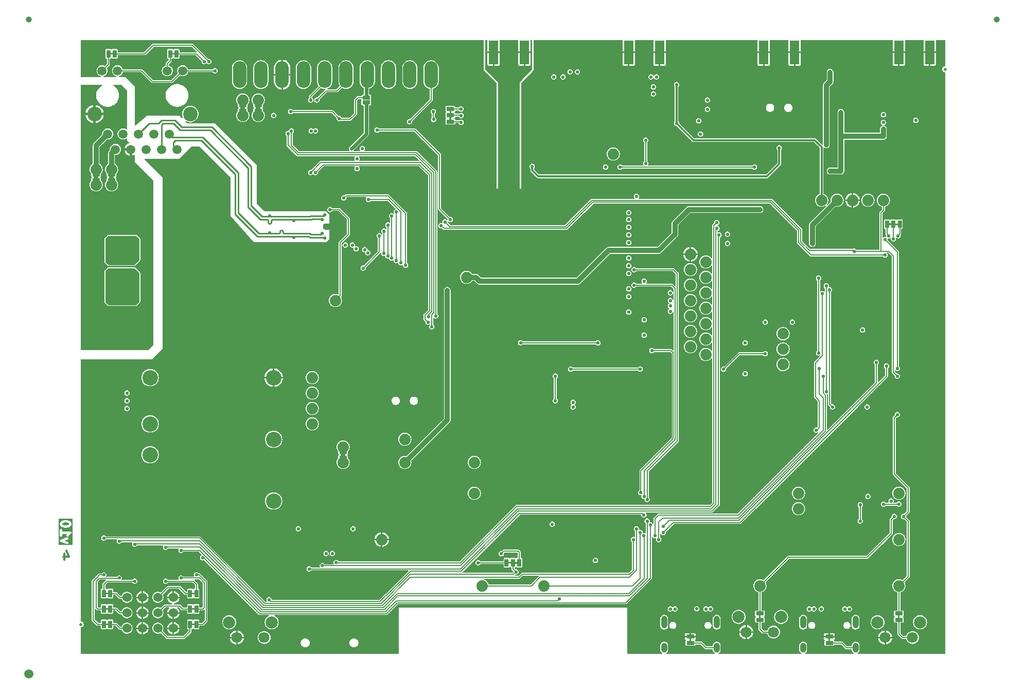
<source format=gbl>
%TF.GenerationSoftware,KiCad,Pcbnew,8.0.5*%
%TF.CreationDate,2024-10-21T14:05:23+01:00*%
%TF.ProjectId,SparkFun_RTK_mosaic-T_panelized,53706172-6b46-4756-9e5f-52544b5f6d6f,rev?*%
%TF.SameCoordinates,Original*%
%TF.FileFunction,Copper,L4,Bot*%
%TF.FilePolarity,Positive*%
%FSLAX46Y46*%
G04 Gerber Fmt 4.6, Leading zero omitted, Abs format (unit mm)*
G04 Created by KiCad (PCBNEW 8.0.5) date 2024-10-21 14:05:23*
%MOMM*%
%LPD*%
G01*
G04 APERTURE LIST*
%ADD10C,0.300000*%
%TA.AperFunction,NonConductor*%
%ADD11C,0.300000*%
%TD*%
%ADD12C,0.381000*%
%TA.AperFunction,EtchedComponent*%
%ADD13C,0.000000*%
%TD*%
%TA.AperFunction,ComponentPad*%
%ADD14C,1.800000*%
%TD*%
%TA.AperFunction,ComponentPad*%
%ADD15C,2.000000*%
%TD*%
%TA.AperFunction,ComponentPad*%
%ADD16C,1.879600*%
%TD*%
%TA.AperFunction,SMDPad,CuDef*%
%ADD17R,1.500000X4.000000*%
%TD*%
%TA.AperFunction,ComponentPad*%
%ADD18O,2.200000X4.400000*%
%TD*%
%TA.AperFunction,ComponentPad*%
%ADD19C,2.540000*%
%TD*%
%TA.AperFunction,ComponentPad*%
%ADD20C,1.524000*%
%TD*%
%TA.AperFunction,ComponentPad*%
%ADD21O,1.000000X1.600000*%
%TD*%
%TA.AperFunction,ComponentPad*%
%ADD22O,1.000000X2.100000*%
%TD*%
%TA.AperFunction,ComponentPad*%
%ADD23C,1.500000*%
%TD*%
%TA.AperFunction,ComponentPad*%
%ADD24C,2.400000*%
%TD*%
%TA.AperFunction,SMDPad,CuDef*%
%ADD25R,0.660400X1.270000*%
%TD*%
%TA.AperFunction,SMDPad,CuDef*%
%ADD26R,1.270000X0.635000*%
%TD*%
%TA.AperFunction,SMDPad,CuDef*%
%ADD27C,1.500000*%
%TD*%
%TA.AperFunction,SMDPad,CuDef*%
%ADD28R,1.270000X0.660400*%
%TD*%
%TA.AperFunction,SMDPad,CuDef*%
%ADD29C,1.000000*%
%TD*%
%TA.AperFunction,SMDPad,CuDef*%
%ADD30C,0.500000*%
%TD*%
%TA.AperFunction,ViaPad*%
%ADD31C,0.560000*%
%TD*%
%TA.AperFunction,Conductor*%
%ADD32C,0.177800*%
%TD*%
%TA.AperFunction,Conductor*%
%ADD33C,0.304800*%
%TD*%
%TA.AperFunction,Conductor*%
%ADD34C,0.812800*%
%TD*%
%TA.AperFunction,Conductor*%
%ADD35C,0.228600*%
%TD*%
%TA.AperFunction,Conductor*%
%ADD36C,0.558800*%
%TD*%
G04 APERTURE END LIST*
D10*
D11*
X2403939Y16693172D02*
X2403939Y15693172D01*
X2761081Y17264600D02*
X3118224Y16193172D01*
X3118224Y16193172D02*
X2189653Y16193172D01*
D12*
G36*
X3022002Y21809405D02*
G01*
X3120792Y21760009D01*
X3149645Y21731157D01*
X3188280Y21653888D01*
X3188280Y21598686D01*
X3149645Y21521417D01*
X3120792Y21492565D01*
X3022002Y21443170D01*
X2774758Y21381358D01*
X2458803Y21381358D01*
X2211555Y21443171D01*
X2112767Y21492565D01*
X2083914Y21521418D01*
X2045280Y21598687D01*
X2045280Y21653887D01*
X2083914Y21731156D01*
X2112768Y21760010D01*
X2211557Y21809404D01*
X2458803Y21871215D01*
X2774758Y21871215D01*
X3022002Y21809405D01*
G37*
G36*
X3759780Y18126760D02*
G01*
X1473780Y18126760D01*
X1473780Y18896413D01*
X1666325Y18896413D01*
X1667709Y18868572D01*
X1666325Y18840731D01*
X1669541Y18831726D01*
X1670016Y18822176D01*
X1681948Y18796986D01*
X1691325Y18770731D01*
X1697743Y18763642D01*
X1701836Y18755001D01*
X1722501Y18736294D01*
X1741209Y18715628D01*
X1749849Y18711536D01*
X1756939Y18705117D01*
X1790708Y18689170D01*
X2806708Y18326313D01*
X2842939Y18317260D01*
X2917176Y18320951D01*
X2984351Y18352771D01*
X3034235Y18407874D01*
X3059235Y18477874D01*
X3055544Y18552111D01*
X3023724Y18619286D01*
X2968621Y18669170D01*
X2934852Y18685117D01*
X2421177Y18868572D01*
X2934852Y19052027D01*
X2968621Y19067974D01*
X3023724Y19117858D01*
X3055544Y19185033D01*
X3059235Y19259270D01*
X3034235Y19329270D01*
X2984351Y19384373D01*
X2917176Y19416193D01*
X2842939Y19419884D01*
X2806708Y19410831D01*
X1790708Y19047974D01*
X1756939Y19032027D01*
X1749849Y19025609D01*
X1741209Y19021516D01*
X1722501Y19000851D01*
X1701836Y18982143D01*
X1697743Y18973503D01*
X1691325Y18966413D01*
X1681948Y18940159D01*
X1670016Y18914968D01*
X1669541Y18905419D01*
X1666325Y18896413D01*
X1473780Y18896413D01*
X1473780Y20610286D01*
X1664280Y20610286D01*
X1664280Y19739429D01*
X1667940Y19702264D01*
X1696385Y19633593D01*
X1748944Y19581034D01*
X1817615Y19552589D01*
X1891945Y19552589D01*
X1960616Y19581034D01*
X2013175Y19633593D01*
X2041620Y19702264D01*
X2045280Y19739429D01*
X2045280Y19984358D01*
X2854720Y19984358D01*
X2845535Y19969766D01*
X2772963Y19824623D01*
X2759616Y19789744D01*
X2754348Y19715602D01*
X2777853Y19645087D01*
X2826554Y19588935D01*
X2893037Y19555693D01*
X2967179Y19550425D01*
X3037694Y19573930D01*
X3093846Y19622631D01*
X3113741Y19654235D01*
X3172486Y19771728D01*
X3282433Y19881675D01*
X3484451Y20016353D01*
X3484553Y20016438D01*
X3484616Y20016463D01*
X3484754Y20016602D01*
X3513344Y20040013D01*
X3523841Y20055689D01*
X3537175Y20069022D01*
X3544316Y20086264D01*
X3554703Y20101773D01*
X3558401Y20120267D01*
X3565620Y20137693D01*
X3565620Y20156359D01*
X3569280Y20174659D01*
X3565620Y20193161D01*
X3565620Y20212023D01*
X3558478Y20229265D01*
X3554856Y20247575D01*
X3544391Y20263272D01*
X3537175Y20280694D01*
X3523980Y20293889D01*
X3513625Y20309422D01*
X3497949Y20319920D01*
X3484616Y20333253D01*
X3467374Y20340395D01*
X3451865Y20350781D01*
X3433371Y20354480D01*
X3415945Y20361698D01*
X3379172Y20365320D01*
X3378979Y20365358D01*
X3378912Y20365345D01*
X3378780Y20365358D01*
X2045280Y20365358D01*
X2045280Y20610286D01*
X2041620Y20647451D01*
X2013175Y20716122D01*
X1960616Y20768681D01*
X1891945Y20797126D01*
X1817615Y20797126D01*
X1748944Y20768681D01*
X1696385Y20716122D01*
X1667940Y20647451D01*
X1664280Y20610286D01*
X1473780Y20610286D01*
X1473780Y21698858D01*
X1664280Y21698858D01*
X1664280Y21553715D01*
X1667940Y21516550D01*
X1670559Y21510226D01*
X1671045Y21503398D01*
X1684392Y21468520D01*
X1756964Y21323377D01*
X1767032Y21307382D01*
X1768957Y21302736D01*
X1773249Y21297506D01*
X1776858Y21291773D01*
X1780660Y21288476D01*
X1792648Y21273868D01*
X1865219Y21201297D01*
X1879831Y21189305D01*
X1883125Y21185507D01*
X1888849Y21181904D01*
X1894087Y21177605D01*
X1898737Y21175679D01*
X1914729Y21165612D01*
X2059873Y21093041D01*
X2062591Y21092001D01*
X2063695Y21091183D01*
X2079267Y21085620D01*
X2094751Y21079694D01*
X2096124Y21079597D01*
X2098863Y21078618D01*
X2389149Y21006046D01*
X2395590Y21005094D01*
X2398187Y21004018D01*
X2412185Y21002640D01*
X2426092Y21000583D01*
X2428869Y21000997D01*
X2435352Y21000358D01*
X2798209Y21000358D01*
X2804691Y21000997D01*
X2807469Y21000583D01*
X2821375Y21002640D01*
X2835374Y21004018D01*
X2837970Y21005094D01*
X2844412Y21006046D01*
X3134697Y21078618D01*
X3137435Y21079597D01*
X3138809Y21079694D01*
X3154299Y21085622D01*
X3169865Y21091183D01*
X3170967Y21092001D01*
X3173688Y21093041D01*
X3318831Y21165613D01*
X3334823Y21175680D01*
X3339472Y21177605D01*
X3344705Y21181900D01*
X3350436Y21185507D01*
X3353733Y21189309D01*
X3368340Y21201296D01*
X3440912Y21273868D01*
X3452903Y21288479D01*
X3456703Y21291774D01*
X3460307Y21297501D01*
X3464604Y21302735D01*
X3466529Y21307385D01*
X3476598Y21323378D01*
X3549169Y21468522D01*
X3562516Y21503400D01*
X3563001Y21510228D01*
X3565620Y21516550D01*
X3569280Y21553715D01*
X3569280Y21698858D01*
X3565620Y21736023D01*
X3563001Y21742346D01*
X3562516Y21749173D01*
X3549169Y21784051D01*
X3476598Y21929195D01*
X3466529Y21945189D01*
X3464604Y21949838D01*
X3460307Y21955073D01*
X3456703Y21960799D01*
X3452903Y21964095D01*
X3440912Y21978705D01*
X3368340Y22051277D01*
X3353732Y22063265D01*
X3350436Y22067066D01*
X3344704Y22070674D01*
X3339472Y22074968D01*
X3334824Y22076893D01*
X3318832Y22086960D01*
X3173689Y22159532D01*
X3170972Y22160572D01*
X3169865Y22161392D01*
X3154261Y22166967D01*
X3138811Y22172879D01*
X3137438Y22172977D01*
X3134697Y22173956D01*
X2844412Y22246527D01*
X2837970Y22247480D01*
X2835374Y22248555D01*
X2821375Y22249934D01*
X2807469Y22251990D01*
X2804691Y22251577D01*
X2798209Y22252215D01*
X2435352Y22252215D01*
X2428869Y22251577D01*
X2426092Y22251990D01*
X2412185Y22249934D01*
X2398187Y22248555D01*
X2395590Y22247480D01*
X2389149Y22246527D01*
X2098863Y22173956D01*
X2096121Y22172977D01*
X2094749Y22172879D01*
X2079290Y22166964D01*
X2063696Y22161392D01*
X2062589Y22160573D01*
X2059871Y22159532D01*
X1914728Y22086960D01*
X1898737Y22076895D01*
X1894087Y22074968D01*
X1888852Y22070672D01*
X1883124Y22067066D01*
X1879828Y22063266D01*
X1865219Y22051276D01*
X1792648Y21978705D01*
X1780660Y21964098D01*
X1776858Y21960800D01*
X1773249Y21955068D01*
X1768957Y21949837D01*
X1767032Y21945192D01*
X1756964Y21929196D01*
X1684392Y21784053D01*
X1671045Y21749175D01*
X1670559Y21742348D01*
X1667940Y21736023D01*
X1664280Y21698858D01*
X1473780Y21698858D01*
X1473780Y22442715D01*
X3759780Y22442715D01*
X3759780Y18126760D01*
G37*
D13*
%TA.AperFunction,EtchedComponent*%
%TO.C,JP13*%
G36*
X10410000Y98910000D02*
G01*
X9910000Y98910000D01*
X9910000Y99210000D01*
X10410000Y99210000D01*
X10410000Y98910000D01*
G37*
%TD.AperFunction*%
%TA.AperFunction,EtchedComponent*%
%TO.C,JP6*%
G36*
X47860000Y33270000D02*
G01*
X48660000Y33270000D01*
X48660000Y32770000D01*
X47860000Y32770000D01*
X47860000Y33270000D01*
G37*
%TD.AperFunction*%
%TA.AperFunction,EtchedComponent*%
%TO.C,JP17*%
G36*
X9660700Y7470000D02*
G01*
X9160700Y7470000D01*
X9160700Y7770000D01*
X9660700Y7770000D01*
X9660700Y7470000D01*
G37*
%TD.AperFunction*%
%TA.AperFunction,EtchedComponent*%
%TO.C,JP1*%
G36*
X75929300Y15090000D02*
G01*
X75429300Y15090000D01*
X75429300Y15390000D01*
X75929300Y15390000D01*
X75929300Y15090000D01*
G37*
%TD.AperFunction*%
%TA.AperFunction,EtchedComponent*%
G36*
X76962000Y15067000D02*
G01*
X76462000Y15067000D01*
X76462000Y15367000D01*
X76962000Y15367000D01*
X76962000Y15067000D01*
G37*
%TD.AperFunction*%
%TA.AperFunction,EtchedComponent*%
%TO.C,JP22*%
G36*
X66063000Y88154700D02*
G01*
X65763000Y88154700D01*
X65763000Y88654700D01*
X66063000Y88654700D01*
X66063000Y88154700D01*
G37*
%TD.AperFunction*%
%TA.AperFunction,EtchedComponent*%
G36*
X66086000Y89187400D02*
G01*
X65786000Y89187400D01*
X65786000Y89687400D01*
X66086000Y89687400D01*
X66086000Y89187400D01*
G37*
%TD.AperFunction*%
%TA.AperFunction,EtchedComponent*%
%TO.C,JP16*%
G36*
X9660700Y10010000D02*
G01*
X9160700Y10010000D01*
X9160700Y10310000D01*
X9660700Y10310000D01*
X9660700Y10010000D01*
G37*
%TD.AperFunction*%
%TA.AperFunction,EtchedComponent*%
%TO.C,JP4*%
G36*
X9760000Y78990000D02*
G01*
X10560000Y78990000D01*
X10560000Y78490000D01*
X9760000Y78490000D01*
X9760000Y78990000D01*
G37*
%TD.AperFunction*%
%TA.AperFunction,EtchedComponent*%
%TO.C,JP19*%
G36*
X23859300Y10010000D02*
G01*
X23359300Y10010000D01*
X23359300Y10310000D01*
X23859300Y10310000D01*
X23859300Y10010000D01*
G37*
%TD.AperFunction*%
%TA.AperFunction,EtchedComponent*%
%TO.C,JP20*%
G36*
X23859300Y7470000D02*
G01*
X23359300Y7470000D01*
X23359300Y7770000D01*
X23859300Y7770000D01*
X23859300Y7470000D01*
G37*
%TD.AperFunction*%
%TA.AperFunction,EtchedComponent*%
%TO.C,JP10*%
G36*
X116990000Y6100000D02*
G01*
X116690000Y6100000D01*
X116690000Y6600000D01*
X116990000Y6600000D01*
X116990000Y6100000D01*
G37*
%TD.AperFunction*%
%TA.AperFunction,EtchedComponent*%
%TO.C,JP14*%
G36*
X138540300Y70843000D02*
G01*
X138040300Y70843000D01*
X138040300Y71143000D01*
X138540300Y71143000D01*
X138540300Y70843000D01*
G37*
%TD.AperFunction*%
%TA.AperFunction,EtchedComponent*%
G36*
X139573000Y70820000D02*
G01*
X139073000Y70820000D01*
X139073000Y71120000D01*
X139573000Y71120000D01*
X139573000Y70820000D01*
G37*
%TD.AperFunction*%
%TA.AperFunction,EtchedComponent*%
%TO.C,JP5*%
G36*
X7220000Y78990000D02*
G01*
X8020000Y78990000D01*
X8020000Y78490000D01*
X7220000Y78490000D01*
X7220000Y78990000D01*
G37*
%TD.AperFunction*%
%TA.AperFunction,EtchedComponent*%
%TO.C,JP18*%
G36*
X9660700Y4930000D02*
G01*
X9160700Y4930000D01*
X9160700Y5230000D01*
X9660700Y5230000D01*
X9660700Y4930000D01*
G37*
%TD.AperFunction*%
%TA.AperFunction,EtchedComponent*%
%TO.C,JP21*%
G36*
X23859300Y4930000D02*
G01*
X23359300Y4930000D01*
X23359300Y5230000D01*
X23859300Y5230000D01*
X23859300Y4930000D01*
G37*
%TD.AperFunction*%
%TA.AperFunction,EtchedComponent*%
%TO.C,JP9*%
G36*
X128420000Y2290000D02*
G01*
X128120000Y2290000D01*
X128120000Y2790000D01*
X128420000Y2790000D01*
X128420000Y2290000D01*
G37*
%TD.AperFunction*%
%TA.AperFunction,EtchedComponent*%
%TO.C,JP12*%
G36*
X20570000Y98910000D02*
G01*
X20070000Y98910000D01*
X20070000Y99210000D01*
X20570000Y99210000D01*
X20570000Y98910000D01*
G37*
%TD.AperFunction*%
%TA.AperFunction,EtchedComponent*%
%TO.C,JP11*%
G36*
X139850000Y6100000D02*
G01*
X139550000Y6100000D01*
X139550000Y6600000D01*
X139850000Y6600000D01*
X139850000Y6100000D01*
G37*
%TD.AperFunction*%
%TA.AperFunction,EtchedComponent*%
%TO.C,JP3*%
G36*
X33890000Y90420000D02*
G01*
X34690000Y90420000D01*
X34690000Y89920000D01*
X33890000Y89920000D01*
X33890000Y90420000D01*
G37*
%TD.AperFunction*%
%TA.AperFunction,EtchedComponent*%
%TO.C,JP2*%
G36*
X31350000Y90420000D02*
G01*
X32150000Y90420000D01*
X32150000Y89920000D01*
X31350000Y89920000D01*
X31350000Y90420000D01*
G37*
%TD.AperFunction*%
%TA.AperFunction,EtchedComponent*%
%TO.C,JP8*%
G36*
X105560000Y2290000D02*
G01*
X105260000Y2290000D01*
X105260000Y2790000D01*
X105560000Y2790000D01*
X105560000Y2290000D01*
G37*
%TD.AperFunction*%
%TD*%
D14*
%TO.P,SW2,1,1*%
%TO.N,GND*%
X137450000Y2921000D03*
%TO.P,SW2,2,2*%
%TO.N,Net-(JP11-A)*%
X141950000Y2921000D03*
D15*
%TO.P,SW2,M1,M1*%
%TO.N,unconnected-(SW2-PadM1)*%
X136200000Y5421000D03*
%TO.P,SW2,M2,M2*%
%TO.N,unconnected-(SW2-PadM2)*%
X143200000Y5421000D03*
%TD*%
D16*
%TO.P,TP11,1,1*%
%TO.N,ESP4{slash}MTX4*%
X105410000Y55880000D03*
%TD*%
%TO.P,TP32,1,1*%
%TO.N,GND*%
X132080000Y74930000D03*
%TD*%
%TO.P,TP41,1,1*%
%TO.N,2.8V*%
X68580000Y62230000D03*
%TD*%
%TO.P,TP22,1,1*%
%TO.N,1.8V*%
X92710000Y82550000D03*
%TD*%
%TO.P,TP21,1,1*%
%TO.N,Net-(U2-GPIO_2)*%
X105410000Y63500000D03*
%TD*%
%TO.P,TP18,1,1*%
%TO.N,Net-(U2-COM3_RTS)*%
X107950000Y59690000D03*
%TD*%
%TO.P,TP2,1,1*%
%TO.N,VIN_DC*%
X43180000Y38100000D03*
%TD*%
%TO.P,TP20,1,1*%
%TO.N,Net-(U2-GPIO_1)*%
X107950000Y64770000D03*
%TD*%
%TO.P,TP25,1,1*%
%TO.N,ESP22{slash}SCL*%
X71120000Y11430000D03*
%TD*%
%TO.P,TP9,1,1*%
%TO.N,VUSB2*%
X43180000Y40640000D03*
%TD*%
%TO.P,TP6,1,1*%
%TO.N,GND*%
X54610000Y19050000D03*
%TD*%
D17*
%TO.P,J1,2,Ext*%
%TO.N,GND*%
X73025000Y99314000D03*
X78105000Y99314000D03*
%TD*%
D16*
%TO.P,TP30,1,1*%
%TO.N,GND*%
X105410000Y66040000D03*
%TD*%
D17*
%TO.P,J3,2,Ext*%
%TO.N,GND*%
X139700000Y99314000D03*
X144780000Y99314000D03*
%TD*%
D16*
%TO.P,TP3,1,1*%
%TO.N,VIN_POE*%
X43180000Y45720000D03*
%TD*%
%TO.P,TP5,1,1*%
%TO.N,3.3V*%
X69850000Y26670000D03*
%TD*%
%TO.P,TP14,1,1*%
%TO.N,ESP27{slash}MRTS1*%
X107950000Y52070000D03*
%TD*%
D18*
%TO.P,J9,1,Pin_1*%
%TO.N,SDA2_IO*%
X62740000Y95625000D03*
%TO.P,J9,2,Pin_2*%
%TO.N,SCL2_IO*%
X59240000Y95625000D03*
%TO.P,J9,3,Pin_3*%
%TO.N,MEventB_I*%
X55740000Y95625000D03*
%TO.P,J9,4,Pin_4*%
%TO.N,MCTS2_I*%
X52240000Y95625000D03*
%TO.P,J9,5,Pin_3*%
%TO.N,MRTS2_O*%
X48740000Y95625000D03*
%TO.P,J9,6,Pin_4*%
%TO.N,MTX2_O*%
X45240000Y95625000D03*
%TO.P,J9,7,Pin_2*%
%TO.N,MRX2_I*%
X41740000Y95625000D03*
%TO.P,J9,8,Pin_1*%
%TO.N,GND*%
X38240000Y95625000D03*
%TO.P,J9,9,Pin_1*%
%TO.N,DC_IN-*%
X34740000Y95625000D03*
%TO.P,J9,10,Pin_1*%
%TO.N,DC_IN+*%
X31240000Y95625000D03*
%TD*%
D16*
%TO.P,TP26,1,1*%
%TO.N,ESP21{slash}SDA*%
X81280000Y11430000D03*
%TD*%
D19*
%TO.P,U6,1,VIN+*%
%TO.N,Net-(U6-VIN+)*%
X16510000Y33020000D03*
%TO.P,U6,2,VIN-*%
%TO.N,Net-(JP3-B)*%
X16510000Y38100000D03*
%TO.P,U6,3,CTRL*%
%TO.N,unconnected-(U6-CTRL-Pad3)*%
X16510000Y45720000D03*
%TO.P,U6,4,VOUT-*%
%TO.N,GND*%
X36830000Y45720000D03*
%TO.P,U6,5,TRIM*%
%TO.N,unconnected-(U6-TRIM-Pad5)*%
X36830000Y35560000D03*
%TO.P,U6,6,VOUT+*%
%TO.N,Net-(U6-VOUT+)*%
X36830000Y25400000D03*
%TD*%
D16*
%TO.P,TP13,1,1*%
%TO.N,ESP13{slash}MTX1*%
X107950000Y54610000D03*
%TD*%
%TO.P,TP1,1,1*%
%TO.N,ESP_~{RST}*%
X120650000Y52959000D03*
%TD*%
%TO.P,TP37,1,1*%
%TO.N,ESP_~{RST}*%
X116840000Y11430000D03*
%TD*%
%TO.P,TP29,1,1*%
%TO.N,3.3V_P*%
X107950000Y49530000D03*
%TD*%
D20*
%TO.P,D12,ANODE_1,ANODE_1*%
%TO.N,Net-(JP19-B)*%
X17780000Y9525000D03*
%TO.P,D12,ANODE_2,ANODE_2*%
%TO.N,Net-(JP20-B)*%
X17780000Y6985000D03*
%TO.P,D12,ANODE_3,ANODE_3*%
%TO.N,Net-(JP21-B)*%
X17780000Y4445000D03*
%TO.P,D12,CATHODE_1,CATHODE_1*%
%TO.N,GND*%
X20320000Y9525000D03*
%TO.P,D12,CATHODE_2,CATHODE_2*%
X20320000Y6985000D03*
%TO.P,D12,CATHODE_3,CATHODE_3*%
X20320000Y4445000D03*
%TD*%
D16*
%TO.P,TP43,1,1*%
%TO.N,Net-(U1-IA39)*%
X120650000Y50419000D03*
%TD*%
D17*
%TO.P,J12,2,Ext*%
%TO.N,GND*%
X95250000Y99314000D03*
X100330000Y99314000D03*
%TD*%
D16*
%TO.P,TP7,1,1*%
%TO.N,3.3V_P*%
X69850000Y31750000D03*
%TD*%
%TO.P,TP24,1,1*%
%TO.N,ESP35{slash}DeviceSense*%
X120650000Y47879000D03*
%TD*%
%TO.P,TP33,1,1*%
%TO.N,10MHz*%
X127000000Y74930000D03*
%TD*%
%TO.P,TP27,1,1*%
%TO.N,ESP19{slash}SCL2*%
X134620000Y74930000D03*
%TD*%
D21*
%TO.P,J4,NC1,NC*%
%TO.N,unconnected-(J4-NC-PadNC1)*%
X123952000Y1255000D03*
D22*
%TO.P,J4,NC2,NC*%
%TO.N,unconnected-(J4-NC-PadNC2)*%
X123952000Y5435000D03*
%TO.P,J4,NC3,NC*%
%TO.N,unconnected-(J4-NC-PadNC3)*%
X132588000Y5435000D03*
D21*
%TO.P,J4,S,SHIELD*%
%TO.N,Net-(J4-SHIELD)*%
X132588000Y1255000D03*
%TD*%
%TO.P,J2,NC1,NC*%
%TO.N,unconnected-(J2-NC-PadNC1)*%
X101092000Y1255000D03*
D22*
%TO.P,J2,NC2,NC*%
%TO.N,unconnected-(J2-NC-PadNC2)*%
X101092000Y5435000D03*
%TO.P,J2,NC3,NC*%
%TO.N,unconnected-(J2-NC-PadNC3)*%
X109728000Y5435000D03*
D21*
%TO.P,J2,S,SHIELD*%
%TO.N,Net-(J2-SHIELD)*%
X109728000Y1255000D03*
%TD*%
D16*
%TO.P,TP15,1,1*%
%TO.N,ESP26{slash}MCTS1*%
X107950000Y57150000D03*
%TD*%
D17*
%TO.P,J8,2,Ext*%
%TO.N,GND*%
X117475000Y99314000D03*
X122555000Y99314000D03*
%TD*%
D16*
%TO.P,TP35,1,1*%
%TO.N,ESP1{slash}CH340-RX*%
X123190000Y24130000D03*
%TD*%
D20*
%TO.P,D11,ANODE_1,ANODE_1*%
%TO.N,Net-(JP16-B)*%
X12700000Y9525000D03*
%TO.P,D11,ANODE_2,ANODE_2*%
%TO.N,Net-(JP17-B)*%
X12700000Y6985000D03*
%TO.P,D11,ANODE_3,ANODE_3*%
%TO.N,Net-(JP18-B)*%
X12700000Y4445000D03*
%TO.P,D11,CATHODE_1,CATHODE_1*%
%TO.N,GND*%
X15240000Y9525000D03*
%TO.P,D11,CATHODE_2,CATHODE_2*%
X15240000Y6985000D03*
%TO.P,D11,CATHODE_3,CATHODE_3*%
X15240000Y4445000D03*
%TD*%
D16*
%TO.P,TP34,1,1*%
%TO.N,ESP3{slash}CH340-TX*%
X123190000Y26670000D03*
%TD*%
%TO.P,TP31,1,1*%
%TO.N,3.3V_P*%
X129540000Y74930000D03*
%TD*%
D14*
%TO.P,SW1,1,1*%
%TO.N,GND*%
X114590000Y3810000D03*
%TO.P,SW1,2,2*%
%TO.N,Net-(JP10-A)*%
X119090000Y3810000D03*
D15*
%TO.P,SW1,M1,M1*%
%TO.N,unconnected-(SW1-PadM1)*%
X113340000Y6310000D03*
%TO.P,SW1,M2,M2*%
%TO.N,unconnected-(SW1-PadM2)*%
X120340000Y6310000D03*
%TD*%
D16*
%TO.P,TP40,1,1*%
%TO.N,VCCIO*%
X58420000Y35560000D03*
%TD*%
D23*
%TO.P,J5,1,TD+*%
%TO.N,TD+*%
X20955000Y83312000D03*
%TO.P,J5,2,TD-*%
%TO.N,TD-*%
X19685000Y85852000D03*
%TO.P,J5,3,RD+*%
%TO.N,RD+*%
X18415000Y83312000D03*
%TO.P,J5,4,TCT*%
%TO.N,VDDA*%
X17145000Y85852000D03*
%TO.P,J5,5,RCT*%
X15875000Y83312000D03*
%TO.P,J5,6,RD-*%
%TO.N,RD-*%
X14605000Y85852000D03*
%TO.P,J5,7,GND*%
%TO.N,GND-ISO*%
X13335000Y83312000D03*
%TO.P,J5,8*%
%TO.N,N/C*%
X12065000Y85852000D03*
%TO.P,J5,9,PW+*%
%TO.N,POE+*%
X10795000Y83312000D03*
%TO.P,J5,10,PW-*%
%TO.N,POE-*%
X9525000Y85852000D03*
%TO.P,J5,11,YLW+*%
%TO.N,3.3V_P*%
X21870000Y96262000D03*
%TO.P,J5,12,YLW-*%
%TO.N,Net-(J5-YLW-)*%
X19330000Y96262000D03*
%TO.P,J5,13,GRN+*%
%TO.N,3.3V_P*%
X11150000Y96262000D03*
%TO.P,J5,14,GRN-*%
%TO.N,Net-(J5-GRN-)*%
X8610000Y96262000D03*
D24*
%TO.P,J5,S1,SHLD*%
%TO.N,GND-ISO*%
X23115000Y89152000D03*
%TO.P,J5,S2,SHLD*%
X7365000Y89152000D03*
%TD*%
D16*
%TO.P,TP10,1,1*%
%TO.N,ESP25{slash}MRX4*%
X105410000Y53340000D03*
%TD*%
%TO.P,TP28,1,1*%
%TO.N,ESP18{slash}SDA2*%
X137160000Y74930000D03*
%TD*%
%TO.P,TP16,1,1*%
%TO.N,ESP23{slash}MRX3*%
X105410000Y58420000D03*
%TD*%
%TO.P,TP4,1,1*%
%TO.N,5V*%
X58420000Y31750000D03*
%TD*%
%TO.P,TP19,1,1*%
%TO.N,Net-(U2-COM3_CTS)*%
X107950000Y62230000D03*
%TD*%
%TO.P,TP38,1,1*%
%TO.N,CH340-~{DTR}*%
X139700000Y26670000D03*
%TD*%
%TO.P,TP17,1,1*%
%TO.N,ESP34{slash}MTX3*%
X105410000Y60960000D03*
%TD*%
%TO.P,TP36,1,1*%
%TO.N,ESP0{slash}BOOT*%
X139700000Y11430000D03*
%TD*%
D14*
%TO.P,SW3,1,1*%
%TO.N,GND*%
X30770000Y2921000D03*
%TO.P,SW3,2,2*%
%TO.N,Net-(R37-Pad2)*%
X35270000Y2921000D03*
D15*
%TO.P,SW3,M1,M1*%
%TO.N,unconnected-(SW3-PadM1)*%
X29520000Y5421000D03*
%TO.P,SW3,M2,M2*%
%TO.N,unconnected-(SW3-PadM2)*%
X36520000Y5421000D03*
%TD*%
D16*
%TO.P,TP12,1,1*%
%TO.N,ESP14{slash}MRX1*%
X105410000Y50800000D03*
%TD*%
%TO.P,TP39,1,1*%
%TO.N,CH340-~{RTS}*%
X139700000Y19050000D03*
%TD*%
%TO.P,TP8,1,1*%
%TO.N,VUSB*%
X43180000Y43180000D03*
%TD*%
%TO.P,TP23,1,1*%
%TO.N,VDDA*%
X46990000Y58420000D03*
%TD*%
D25*
%TO.P,JP13,1,A*%
%TO.N,Net-(J5-GRN-)*%
X9639300Y99060000D03*
%TO.P,JP13,2,B*%
%TO.N,Net-(JP13-B)*%
X10680700Y99060000D03*
%TD*%
D16*
%TO.P,JP6,1,A*%
%TO.N,Net-(JP6-A)*%
X48260000Y34290000D03*
D26*
X48260000Y33528000D03*
%TO.P,JP6,2,B*%
%TO.N,Net-(JP6-B)*%
X48260000Y32512000D03*
D16*
X48260000Y31750000D03*
%TD*%
D25*
%TO.P,JP17,1,A*%
%TO.N,Net-(JP17-A)*%
X8890000Y7620000D03*
%TO.P,JP17,2,B*%
%TO.N,Net-(JP17-B)*%
X9931400Y7620000D03*
%TD*%
D27*
%TO.P,,*%
%TO.N,*%
X-3425000Y-3080000D03*
%TD*%
D25*
%TO.P,JP1,1,A*%
%TO.N,Net-(JP1-A)*%
X75158600Y15240000D03*
%TO.P,JP1,2,C*%
%TO.N,3.3V*%
X76200000Y15240000D03*
%TO.P,JP1,3,B*%
%TO.N,Net-(JP1-B)*%
X77241400Y15240000D03*
%TD*%
D28*
%TO.P,JP22,1,A*%
%TO.N,Net-(JP22-A)*%
X65913000Y87884000D03*
%TO.P,JP22,2,C*%
%TO.N,VCCIO*%
X65913000Y88925400D03*
%TO.P,JP22,3,B*%
%TO.N,Net-(JP22-B)*%
X65913000Y89966800D03*
%TD*%
D25*
%TO.P,JP16,1,A*%
%TO.N,Net-(JP16-A)*%
X8890000Y10160000D03*
%TO.P,JP16,2,B*%
%TO.N,Net-(JP16-B)*%
X9931400Y10160000D03*
%TD*%
D16*
%TO.P,JP4,1,A*%
%TO.N,POE+*%
X10160000Y80010000D03*
D26*
X10160000Y79248000D03*
%TO.P,JP4,2,B*%
%TO.N,VIN+*%
X10160000Y78232000D03*
D16*
X10160000Y77470000D03*
%TD*%
D29*
%TO.P,,*%
%TO.N,*%
X-3425000Y104680000D03*
%TD*%
D25*
%TO.P,JP19,1,A*%
%TO.N,Net-(JP19-A)*%
X24130000Y10160000D03*
%TO.P,JP19,2,B*%
%TO.N,Net-(JP19-B)*%
X23088600Y10160000D03*
%TD*%
%TO.P,JP20,1,A*%
%TO.N,Net-(JP20-A)*%
X24130000Y7620000D03*
%TO.P,JP20,2,B*%
%TO.N,Net-(JP20-B)*%
X23088600Y7620000D03*
%TD*%
D28*
%TO.P,JP10,1,A*%
%TO.N,Net-(JP10-A)*%
X116840000Y5829300D03*
%TO.P,JP10,2,B*%
%TO.N,ESP_~{RST}*%
X116840000Y6870700D03*
%TD*%
D25*
%TO.P,JP14,1,A*%
%TO.N,Net-(JP14-A)*%
X137769600Y70993000D03*
%TO.P,JP14,2,C*%
%TO.N,3.3V_P*%
X138811000Y70993000D03*
%TO.P,JP14,3,B*%
%TO.N,Net-(JP14-B)*%
X139852400Y70993000D03*
%TD*%
D16*
%TO.P,JP5,1,A*%
%TO.N,POE-*%
X7620000Y80010000D03*
D26*
X7620000Y79248000D03*
%TO.P,JP5,2,B*%
%TO.N,VIN-*%
X7620000Y78232000D03*
D16*
X7620000Y77470000D03*
%TD*%
D30*
%TO.P,FID2,*%
%TO.N,*%
X5080000Y5080000D03*
%TD*%
%TO.P,FID1,*%
%TO.N,*%
X147320000Y96520000D03*
%TD*%
D25*
%TO.P,JP18,1,A*%
%TO.N,Net-(JP18-A)*%
X8890000Y5080000D03*
%TO.P,JP18,2,B*%
%TO.N,Net-(JP18-B)*%
X9931400Y5080000D03*
%TD*%
D29*
%TO.P,,*%
%TO.N,*%
X155825000Y104680000D03*
%TD*%
D25*
%TO.P,JP21,1,A*%
%TO.N,Net-(JP21-A)*%
X24130000Y5080000D03*
%TO.P,JP21,2,B*%
%TO.N,Net-(JP21-B)*%
X23088600Y5080000D03*
%TD*%
D28*
%TO.P,JP9,1,A*%
%TO.N,GND*%
X128270000Y3060700D03*
%TO.P,JP9,2,B*%
%TO.N,Net-(J4-SHIELD)*%
X128270000Y2019300D03*
%TD*%
D25*
%TO.P,JP12,1,A*%
%TO.N,Net-(J5-YLW-)*%
X19799300Y99060000D03*
%TO.P,JP12,2,B*%
%TO.N,Net-(JP12-B)*%
X20840700Y99060000D03*
%TD*%
D26*
%TO.P,JP15,1,A*%
%TO.N,MCTS2_I*%
X52070000Y91846400D03*
%TO.P,JP15,2,B*%
%TO.N,VCCIO*%
X52070000Y91033600D03*
%TD*%
D28*
%TO.P,JP11,1,A*%
%TO.N,Net-(JP11-A)*%
X139700000Y5829300D03*
%TO.P,JP11,2,B*%
%TO.N,ESP0{slash}BOOT*%
X139700000Y6870700D03*
%TD*%
D16*
%TO.P,JP3,1,A*%
%TO.N,DC_IN-*%
X34290000Y91440000D03*
D26*
X34290000Y90678000D03*
%TO.P,JP3,2,B*%
%TO.N,Net-(JP3-B)*%
X34290000Y89662000D03*
D16*
X34290000Y88900000D03*
%TD*%
%TO.P,JP2,1,A*%
%TO.N,DC_IN+*%
X31750000Y91440000D03*
D26*
X31750000Y90678000D03*
%TO.P,JP2,2,B*%
%TO.N,Net-(JP2-B)*%
X31750000Y89662000D03*
D16*
X31750000Y88900000D03*
%TD*%
D28*
%TO.P,JP8,1,A*%
%TO.N,GND*%
X105410000Y3060700D03*
%TO.P,JP8,2,B*%
%TO.N,Net-(J2-SHIELD)*%
X105410000Y2019300D03*
%TD*%
D31*
%TO.N,GND*%
X124714000Y74930000D03*
X27940000Y67310000D03*
X73660000Y50165000D03*
X73025000Y96520000D03*
X107950000Y78105000D03*
X135001000Y83312000D03*
X44831000Y73406000D03*
X116078000Y48895000D03*
X124079000Y27940000D03*
X61468000Y72517000D03*
X76200000Y69088000D03*
X29210000Y67310000D03*
X27940000Y62230000D03*
X61595000Y33655000D03*
X46990000Y63754000D03*
X114300000Y79629000D03*
X100330000Y96647000D03*
X57277000Y83820000D03*
X92710000Y41910000D03*
X45212000Y50800000D03*
X44196000Y51816000D03*
X65786000Y68961000D03*
X96520000Y84836000D03*
X87376000Y69088000D03*
X118999000Y94361000D03*
X65405000Y24447500D03*
X67310000Y28575000D03*
X29210000Y60960000D03*
X134493000Y48387000D03*
X78740000Y71882000D03*
X117602000Y79629000D03*
X45212000Y78994000D03*
X94615000Y79629000D03*
X78740000Y63500000D03*
X133096000Y73152000D03*
X130048000Y90424000D03*
X46482000Y30480000D03*
X27940000Y63500000D03*
X144780000Y96520000D03*
X41021000Y77470000D03*
X44831000Y66802000D03*
X144780000Y35179000D03*
X129159000Y48387000D03*
X137541000Y91821000D03*
X119126000Y57658000D03*
X114300000Y86360000D03*
X64135000Y63500000D03*
X138049000Y99314000D03*
X90170000Y78105000D03*
X41021000Y75946000D03*
X95250000Y96647000D03*
X33020000Y62230000D03*
X25400000Y38100000D03*
X96520000Y50165000D03*
X74676000Y83820000D03*
X73660000Y69215000D03*
X138049000Y97917000D03*
X74676000Y92583000D03*
X76200000Y25400000D03*
X144399000Y85307000D03*
X130429000Y50927000D03*
X114300000Y78105000D03*
X105283000Y98933000D03*
X99060000Y65405000D03*
X64135000Y29527500D03*
X61468000Y77724000D03*
X127000000Y70485000D03*
X43688000Y14859000D03*
X72390000Y76835000D03*
X67437000Y72517000D03*
X42418000Y59817000D03*
X16510000Y97790000D03*
X133096000Y92202000D03*
X81661000Y16002000D03*
X123571000Y83566000D03*
X17780000Y90170000D03*
X26670000Y58420000D03*
X104140000Y34290000D03*
X52070000Y5080000D03*
X85979000Y73279000D03*
X88900000Y39370000D03*
X83820000Y76835000D03*
X122936000Y6350000D03*
X132080000Y3810000D03*
X134620000Y30099000D03*
X64135000Y24447500D03*
X134620000Y71628000D03*
X99060000Y53975000D03*
X78740000Y69088000D03*
X133096000Y30099000D03*
X93980000Y78105000D03*
X46990000Y92075000D03*
X116078000Y93980000D03*
X119380000Y35179000D03*
X93472000Y57404000D03*
X124206000Y98044000D03*
X121031000Y83566000D03*
X32004000Y62230000D03*
X52959000Y23241000D03*
X84328000Y69088000D03*
X146304000Y100584000D03*
X72390000Y52705000D03*
X103759000Y93091000D03*
X129159000Y49784000D03*
X45466000Y70612000D03*
X48514000Y87376000D03*
X27940000Y68580000D03*
X73660000Y62865000D03*
X86360000Y79629000D03*
X29210000Y71120000D03*
X133858000Y73152000D03*
X126746000Y86360000D03*
X86360000Y81280000D03*
X105410000Y13970000D03*
X78740000Y12065000D03*
X93980000Y50165000D03*
X76454000Y83820000D03*
X29210000Y63500000D03*
X101600000Y79629000D03*
X83820000Y81280000D03*
X45212000Y51816000D03*
X143510000Y22479000D03*
X91948000Y58928000D03*
X72390000Y50165000D03*
X93472000Y97536000D03*
X45212000Y53848000D03*
X85090000Y75565000D03*
X98298000Y79629000D03*
X90424000Y60452000D03*
X36830000Y92583000D03*
X119888000Y79502000D03*
X88900000Y79629000D03*
X134493000Y49784000D03*
X104140000Y30480000D03*
X95250000Y39370000D03*
X88900000Y81280000D03*
X109220000Y3810000D03*
X135382000Y71628000D03*
X46228000Y56896000D03*
X128397000Y78486000D03*
X124714000Y86360000D03*
X126746000Y27305000D03*
X86505000Y87345000D03*
X54991000Y74041000D03*
X118872000Y81026000D03*
X76454000Y92583000D03*
X133223000Y50927000D03*
X64135000Y33972500D03*
X76200000Y75565000D03*
X44704000Y87376000D03*
X128524000Y70485000D03*
X64770000Y29527500D03*
X26670000Y62230000D03*
X104267000Y91440000D03*
X102108000Y97536000D03*
X41910000Y5080000D03*
X122809000Y38354000D03*
X124206000Y99314000D03*
X46228000Y52832000D03*
X66929000Y56769000D03*
X46228000Y51816000D03*
X104394000Y84963000D03*
X61468000Y63500000D03*
X104140000Y18923000D03*
X43942000Y59817000D03*
X145923000Y96520000D03*
X95250000Y50165000D03*
X53467000Y89535000D03*
X27940000Y59690000D03*
X78105000Y96520000D03*
X122809000Y56134000D03*
X115189000Y91567000D03*
X106680000Y25400000D03*
X90424000Y72136000D03*
X73660000Y75565000D03*
X49530000Y91567000D03*
X114300000Y83566000D03*
X143510000Y25400000D03*
X49784000Y26924000D03*
X80010000Y75565000D03*
X72390000Y62865000D03*
X104775000Y78105000D03*
X64770000Y28892500D03*
X132842000Y7620000D03*
X124460000Y13462000D03*
X25400000Y25400000D03*
X99060000Y69215000D03*
X109855000Y7620000D03*
X34036000Y62230000D03*
X46228000Y50800000D03*
X45212000Y56896000D03*
X26670000Y67310000D03*
X76454000Y78613000D03*
X43180000Y51816000D03*
X67437000Y77724000D03*
X29210000Y59690000D03*
X74930000Y75565000D03*
X63500000Y28892500D03*
X91440000Y75565000D03*
X78740000Y76835000D03*
X120650000Y57658000D03*
X143510000Y12700000D03*
X29210000Y90170000D03*
X29210000Y69850000D03*
X95250000Y45720000D03*
X135382000Y72390000D03*
X72390000Y60325000D03*
X125603000Y78486000D03*
X133223000Y45720000D03*
X68580000Y56769000D03*
X129159000Y46990000D03*
X58039000Y91567000D03*
X65405000Y29527500D03*
X27940000Y60960000D03*
X48514000Y88900000D03*
X101600000Y88900000D03*
X63500000Y29527500D03*
X115824000Y100584000D03*
X128397000Y81026000D03*
X77470000Y75565000D03*
X140462000Y95250000D03*
X48006000Y74422000D03*
X62030200Y86487000D03*
X129032000Y86233000D03*
X101600000Y13462000D03*
X101600000Y78105000D03*
X45085000Y83566000D03*
X27940000Y58420000D03*
X74676000Y86106000D03*
X82550000Y75565000D03*
X63500000Y24447500D03*
X29210000Y58420000D03*
X80010000Y50165000D03*
X44831000Y67818000D03*
X128270000Y13970000D03*
X26670000Y60960000D03*
X38100000Y57912000D03*
X124714000Y88392000D03*
X132334000Y13462000D03*
X102108000Y100584000D03*
X104267000Y89916000D03*
X44196000Y50800000D03*
X104140000Y25400000D03*
X89662000Y94742000D03*
X84328000Y63500000D03*
X76200000Y71882000D03*
X143383000Y88101000D03*
X45720000Y20828000D03*
X132080000Y35179000D03*
X46228000Y53848000D03*
X54428800Y91313000D03*
X65405000Y28892500D03*
X46228000Y55880000D03*
X87376000Y63500000D03*
X131699000Y86868000D03*
X92710000Y45720000D03*
X118872000Y83566000D03*
X97790000Y78105000D03*
X146304000Y99314000D03*
X36830000Y85217000D03*
X38100000Y73660000D03*
X26670000Y68580000D03*
X114300000Y88646000D03*
X125730000Y38354000D03*
X96520000Y41910000D03*
X63500000Y33972500D03*
X115824000Y96647000D03*
X26670000Y63500000D03*
X106680000Y30480000D03*
X76200000Y63500000D03*
X74676000Y90424000D03*
X88138000Y94742000D03*
X81280000Y81280000D03*
X57150000Y63500000D03*
X124206000Y96647000D03*
X53086000Y59817000D03*
X86360000Y78105000D03*
X85870000Y88869000D03*
X64135000Y28892500D03*
X29210000Y66040000D03*
X129032000Y83566000D03*
X88900000Y70612000D03*
X76454000Y86106000D03*
X129032000Y88392000D03*
X116078000Y53975000D03*
X87630000Y42799000D03*
X93472000Y100584000D03*
X121031000Y81026000D03*
X81280000Y79629000D03*
X29210000Y72390000D03*
X104140000Y16510000D03*
X27940000Y66040000D03*
X101600000Y3810000D03*
X45212000Y52832000D03*
X56261000Y23241000D03*
X135382000Y73152000D03*
X131826000Y50927000D03*
X48514000Y63754000D03*
X75184000Y42926000D03*
X130429000Y45720000D03*
X46101000Y19050000D03*
X39116000Y17018000D03*
X48133000Y24003000D03*
X57150000Y88011000D03*
X51816000Y17018000D03*
X102108000Y99060000D03*
X27940000Y64770000D03*
X29210000Y62230000D03*
X124460000Y3810000D03*
X110363000Y79629000D03*
X40894000Y87376000D03*
X99060000Y39370000D03*
X136017000Y94996000D03*
X88900000Y61976000D03*
X138049000Y96520000D03*
X146304000Y97917000D03*
X19304000Y75184000D03*
X81280000Y78105000D03*
X83820000Y50165000D03*
X83820000Y79629000D03*
X74676000Y88265000D03*
X121031000Y85852000D03*
X24384000Y76962000D03*
X142494000Y90551000D03*
X39243000Y13843000D03*
X125603000Y83566000D03*
X59944000Y81788000D03*
X45466000Y59817000D03*
X83820000Y78105000D03*
X92710000Y50165000D03*
X109220000Y13462000D03*
X78232000Y79629000D03*
X84328000Y71882000D03*
X106680000Y18923000D03*
X115824000Y98044000D03*
X106680000Y16510000D03*
X95250000Y76835000D03*
X131826000Y45720000D03*
X72390000Y71755000D03*
X104394000Y83312000D03*
X133350000Y86868000D03*
X73660000Y56515000D03*
X45085000Y85090000D03*
X26670000Y66040000D03*
X115824000Y99314000D03*
X117475000Y96647000D03*
X60960000Y28575000D03*
X46228000Y54864000D03*
X140970000Y56134000D03*
X65405000Y33972500D03*
X102870000Y85852000D03*
X134620000Y70866000D03*
X134620000Y72390000D03*
X81280000Y69088000D03*
X76454000Y81153000D03*
X138049000Y100584000D03*
X40894000Y17018000D03*
X139700000Y96520000D03*
X125603000Y81026000D03*
X99060000Y73025000D03*
X132334000Y73152000D03*
X110363000Y78105000D03*
X44831000Y74422000D03*
X76454000Y90424000D03*
X45212000Y54864000D03*
X64135000Y59690000D03*
X144780000Y47879000D03*
X64389000Y68961000D03*
X107950000Y79629000D03*
X29210000Y68580000D03*
X64770000Y24447500D03*
X93980000Y73660000D03*
X111252000Y86106000D03*
X26670000Y59690000D03*
X101600000Y87630000D03*
X56007000Y64516000D03*
X54356000Y88265000D03*
X73660000Y53975000D03*
X144018000Y56134000D03*
X42418000Y35560000D03*
X76708000Y42926000D03*
X125730000Y56134000D03*
X81280000Y76835000D03*
X64770000Y33972500D03*
X78232000Y42926000D03*
X88900000Y25400000D03*
X26670000Y64770000D03*
X73660000Y73025000D03*
X100330000Y34544000D03*
X134493000Y46990000D03*
X61468000Y68961000D03*
X94996000Y84836000D03*
X91948000Y73660000D03*
X74549000Y95631000D03*
X93472000Y99060000D03*
X74676000Y81153000D03*
X122555000Y96647000D03*
X67310000Y33655000D03*
X29210000Y64770000D03*
X81280000Y63500000D03*
X76454000Y94742000D03*
X134620000Y73152000D03*
X12700000Y25400000D03*
X68961000Y68961000D03*
X124206000Y94488000D03*
X97790000Y76835000D03*
X72390000Y69215000D03*
X76200000Y38100000D03*
X74676000Y78613000D03*
X118872000Y85852000D03*
X137541000Y90297000D03*
X40132000Y91440000D03*
X76454000Y88265000D03*
X72390000Y57785000D03*
X126746000Y88392000D03*
X124206000Y100584000D03*
X106807000Y98933000D03*
X45212000Y55880000D03*
X78232000Y81280000D03*
X55499000Y83820000D03*
X135382000Y70866000D03*
X99695000Y6350000D03*
X72390000Y74295000D03*
X51562000Y59817000D03*
X81280000Y50165000D03*
X144780000Y93599000D03*
X73660000Y59055000D03*
X104775000Y79629000D03*
X117602000Y78105000D03*
X86505000Y86329000D03*
X81280000Y71882000D03*
%TO.N,Net-(JP1-A)*%
X70485000Y15240000D03*
%TO.N,ESP0{slash}BOOT*%
X139446000Y39624000D03*
X140462000Y22860000D03*
%TO.N,REF_IN*%
X120015000Y83566000D03*
X79375000Y80518000D03*
%TO.N,ESP36{slash}MRDY*%
X117729000Y49657000D03*
X85725000Y47117000D03*
X110871000Y47117000D03*
X97155000Y47117000D03*
%TO.N,1.8V*%
X128397000Y96012000D03*
X127762000Y84074000D03*
X128397000Y94488000D03*
X51435000Y83439000D03*
X106756800Y87996165D03*
X127762000Y85471000D03*
X107074000Y85839000D03*
%TO.N,3.3V*%
X114427000Y46355000D03*
X122174000Y54864000D03*
X8890000Y19304000D03*
X114427000Y51435000D03*
X76708000Y13716000D03*
X82677000Y21590000D03*
X134620000Y26162000D03*
X117729000Y54864000D03*
%TO.N,ESP_~{RST}*%
X138938000Y22860000D03*
X138430000Y25400000D03*
X133731000Y53580700D03*
%TO.N,3.3V_P*%
X138811000Y68580000D03*
X54229000Y69088000D03*
X45466000Y16764000D03*
X86106000Y40894000D03*
X51562000Y63754000D03*
X77470000Y51460400D03*
X27178000Y96266000D03*
X111506000Y67818000D03*
X50546000Y80137000D03*
X108204000Y89916000D03*
X50546000Y81788000D03*
X108204000Y91440000D03*
X111506000Y69342000D03*
X40894000Y20828000D03*
X49911000Y20828000D03*
X86106000Y41656000D03*
X125476000Y67805000D03*
X46482000Y16764000D03*
X90170000Y51435000D03*
%TO.N,SD_DATA*%
X110122300Y69215000D03*
X42672000Y14224000D03*
%TO.N,SD_CLK*%
X109785765Y70288765D03*
X44844300Y14745300D03*
%TO.N,SD_CMD*%
X47117000Y15266600D03*
X109728000Y71247000D03*
%TO.N,VUSB*%
X108712000Y7620000D03*
X106445046Y7639046D03*
X89789000Y15621000D03*
X102108000Y7620000D03*
X107950000Y7620000D03*
X102870000Y7620000D03*
%TO.N,ESP13{slash}MTX1*%
X126111000Y37084000D03*
X127127000Y59563000D03*
%TO.N,VDDA*%
X46101000Y73406000D03*
%TO.N,ESP25{slash}MRX4*%
X97790000Y52705000D03*
%TO.N,MRX2*%
X39204800Y85902639D03*
X102108000Y56642000D03*
X62865000Y54102000D03*
%TO.N,MTX2*%
X43014800Y86360000D03*
X102108000Y58420000D03*
X62343700Y55753000D03*
X42926000Y79502000D03*
%TO.N,ESP22{slash}SCL*%
X96533300Y20814700D03*
X100965000Y21209000D03*
X136003700Y48246700D03*
%TO.N,ESP21{slash}SDA*%
X100951700Y20206300D03*
X97155000Y20193000D03*
X137668000Y47625000D03*
%TO.N,ESP4{slash}MTX4*%
X97790000Y55245000D03*
X134493000Y40894000D03*
X128283300Y60198000D03*
X128778000Y40894000D03*
%TO.N,Net-(JP1-B)*%
X74295000Y16738000D03*
%TO.N,CH340-~{RTS}*%
X133350000Y24765000D03*
X133350000Y22098000D03*
%TO.N,10MHz*%
X103124000Y87630000D03*
X103124000Y93980000D03*
%TO.N,RD-*%
X45212000Y72517000D03*
X36195000Y72390000D03*
%TO.N,TD-*%
X44831000Y69469000D03*
X36195000Y69596000D03*
%TO.N,TD+*%
X45212000Y68707000D03*
X40132000Y68834000D03*
%TO.N,RD+*%
X40132000Y71628000D03*
X44831000Y71755000D03*
%TO.N,Net-(JP2-B)*%
X12700000Y43180000D03*
X12700000Y40640000D03*
X12700000Y41910000D03*
%TO.N,Net-(U2-SYNC)*%
X98044000Y81026000D03*
X98044000Y84836000D03*
%TO.N,Net-(Q1A-B1)*%
X137173300Y24878700D03*
X139700000Y24892000D03*
%TO.N,Net-(U2-GPIO_1)*%
X96520000Y75565000D03*
%TO.N,VUSB2*%
X131572000Y7620000D03*
X130810000Y7620000D03*
X126954250Y7618948D03*
X124968000Y7620000D03*
X125730000Y7620000D03*
%TO.N,5V*%
X65405000Y60071000D03*
%TO.N,Net-(U2-GPIO_2)*%
X97790000Y61595000D03*
%TO.N,ETH_~{RST}*%
X58547000Y64248700D03*
X95250000Y56515000D03*
X48387000Y75311000D03*
%TO.N,ETH_MDIO*%
X95250000Y71755000D03*
X49784000Y67564000D03*
%TO.N,ETH_CLK*%
X48641000Y67564000D03*
X95250000Y72898000D03*
%TO.N,ETH_TXEN*%
X56261000Y72390000D03*
X95250000Y62865000D03*
X56261000Y65391700D03*
%TO.N,ETH_TXD1*%
X52451000Y75070300D03*
X57785000Y64629700D03*
X95250000Y59055000D03*
%TO.N,2.8V*%
X137160000Y86664800D03*
X130175000Y87884000D03*
X99314000Y92456000D03*
X128397000Y79743300D03*
X82931000Y95250000D03*
X99314000Y93599000D03*
X102870000Y69342000D03*
X130175000Y89408000D03*
X137160000Y85471000D03*
X115570000Y73406000D03*
X130175000Y79743300D03*
X102870000Y71120000D03*
X84455000Y95250000D03*
X116840000Y73406000D03*
%TO.N,ETH_MDC*%
X95250000Y70485000D03*
X50419000Y66929000D03*
%TO.N,MRTS2*%
X102108000Y57531000D03*
X43688000Y79502000D03*
X62230000Y54864000D03*
X43727203Y86360000D03*
%TO.N,MCTS2*%
X39751000Y86360000D03*
X102108000Y59690000D03*
X63500000Y55880000D03*
%TO.N,LED_RTK*%
X96139000Y63500000D03*
X98284700Y22098000D03*
X98298000Y25654000D03*
X19050000Y17780000D03*
%TO.N,LOG_BTN*%
X96139000Y60960000D03*
X36068000Y9144000D03*
X97776700Y26162000D03*
X97763400Y23114000D03*
%TO.N,ETH_RXDV*%
X54991000Y69850000D03*
X54991000Y66153700D03*
X95250000Y65405000D03*
%TO.N,LED_LOG*%
X97255400Y26797000D03*
X25146000Y16065000D03*
X98806000Y21463000D03*
X99060000Y50165000D03*
%TO.N,LED_PVT*%
X83820000Y9257700D03*
X83185000Y45974000D03*
X83185000Y41910000D03*
X21590000Y17272000D03*
%TO.N,ETH_RXER*%
X55626000Y65772700D03*
X95250000Y64135000D03*
X55626000Y70866000D03*
%TO.N,ETH_RXD1*%
X51816000Y66802000D03*
X95250000Y69215000D03*
%TO.N,ETH_TXD0*%
X95250000Y60325000D03*
X57023000Y73025000D03*
X57023000Y65010700D03*
%TO.N,ETH_RXD0*%
X95250000Y67945000D03*
X52324000Y66294000D03*
%TO.N,VIN+*%
X13208000Y68580000D03*
X13208000Y64770000D03*
X10668000Y64770000D03*
X10668000Y68580000D03*
X11938000Y66040000D03*
X10668000Y67310000D03*
X10668000Y66040000D03*
X11938000Y68580000D03*
X13208000Y66040000D03*
X13208000Y67310000D03*
X11938000Y67310000D03*
X11938000Y64770000D03*
%TO.N,VIN-*%
X10668000Y63246000D03*
X10668000Y61976000D03*
X13208000Y61976000D03*
X13208000Y63246000D03*
X11938000Y60706000D03*
X11938000Y59436000D03*
X10668000Y59436000D03*
X13208000Y58166000D03*
X11938000Y58166000D03*
X10668000Y58166000D03*
X10668000Y60706000D03*
X11938000Y63246000D03*
X11938000Y61976000D03*
X13208000Y60706000D03*
X13208000Y59436000D03*
%TO.N,Net-(JP12-B)*%
X25400000Y97790000D03*
%TO.N,Net-(JP13-B)*%
X26162000Y97790000D03*
%TO.N,ESP26{slash}MCTS1*%
X127762000Y43434000D03*
X127762000Y60833000D03*
%TO.N,VCCIO*%
X86817200Y96088200D03*
X36830000Y88900000D03*
X137160000Y87731600D03*
X49657000Y83439000D03*
X67691000Y88900000D03*
X137160000Y89027000D03*
X85598000Y96088200D03*
X98933000Y95250000D03*
X99822000Y95250000D03*
%TO.N,MTX2_O*%
X42926000Y91440000D03*
%TO.N,MRTS2_O*%
X43942000Y91440000D03*
%TO.N,MCTS2_I*%
X39624000Y89535000D03*
X47625000Y88392000D03*
%TO.N,ESP32{slash}LED_ERROR*%
X126619000Y47244000D03*
X13970000Y18288000D03*
X97763400Y19685000D03*
X99568000Y19685000D03*
%TO.N,ESP33{slash}LED_LOCK*%
X96012000Y19050000D03*
X127240700Y45974000D03*
X11430000Y18796000D03*
X100203000Y19050000D03*
%TO.N,SDA2_IO*%
X59182000Y87884000D03*
%TO.N,SCL2_IO*%
X63151517Y88232483D03*
X63119000Y89535000D03*
%TO.N,MEventA_1V8*%
X142494000Y88101000D03*
X115951000Y80391000D03*
X93853000Y80391000D03*
%TO.N,MEventB_1V8*%
X91440000Y80391000D03*
X53844000Y86491000D03*
X65913000Y71755000D03*
%TO.N,Net-(JP14-A)*%
X138049000Y69088000D03*
%TO.N,Net-(JP14-B)*%
X139573000Y69088000D03*
%TO.N,Net-(JP16-A)*%
X13970000Y12192000D03*
%TO.N,Net-(JP17-A)*%
X11430000Y12713300D03*
%TO.N,Net-(JP18-A)*%
X8890000Y13221300D03*
%TO.N,Net-(JP19-A)*%
X19050000Y12192000D03*
%TO.N,Net-(JP20-A)*%
X21590000Y12713300D03*
%TO.N,Net-(JP21-A)*%
X24130000Y13234600D03*
%TO.N,ESP18{slash}SDA2*%
X132334000Y66548000D03*
X65024000Y71374000D03*
X139446000Y45974000D03*
%TO.N,ESP19{slash}SCL2*%
X139446000Y47239000D03*
X137414000Y65913000D03*
X64389000Y70739000D03*
X137414000Y68453000D03*
%TO.N,Net-(JP22-A)*%
X67691000Y87757000D03*
%TO.N,Net-(JP22-B)*%
X67640200Y89966800D03*
%TO.N,ESP34{slash}MTX3*%
X126492000Y62103000D03*
X126492000Y49784000D03*
%TD*%
D32*
%TO.N,Net-(JP1-A)*%
X75158600Y15240000D02*
X70485000Y15240000D01*
%TO.N,ESP0{slash}BOOT*%
X141224000Y12954000D02*
X139700000Y11430000D01*
X138938000Y39116000D02*
X138938000Y29845000D01*
X139700000Y6870700D02*
X139700000Y11430000D01*
X141224000Y23622000D02*
X140462000Y22860000D01*
X141224000Y22098000D02*
X141224000Y12954000D01*
X140462000Y22860000D02*
X141224000Y22098000D01*
X139446000Y39624000D02*
X138938000Y39116000D01*
X141224000Y27559000D02*
X141224000Y23622000D01*
X138938000Y29845000D02*
X141224000Y27559000D01*
D33*
%TO.N,REF_IN*%
X79375000Y79883000D02*
X79375000Y80518000D01*
X80391000Y78867000D02*
X79375000Y79883000D01*
X117983000Y78867000D02*
X80391000Y78867000D01*
X120015000Y80899000D02*
X117983000Y78867000D01*
X120015000Y83566000D02*
X120015000Y80899000D01*
D32*
%TO.N,ESP36{slash}MRDY*%
X110871000Y47117000D02*
X113411000Y49657000D01*
X113411000Y49657000D02*
X117729000Y49657000D01*
X97155000Y47117000D02*
X85725000Y47117000D01*
D34*
%TO.N,1.8V*%
X127762000Y85471000D02*
X127762000Y84074000D01*
X128397000Y94488000D02*
X128397000Y96012000D01*
X127762000Y93853000D02*
X128397000Y94488000D01*
X127762000Y85471000D02*
X127762000Y93853000D01*
D32*
%TO.N,3.3V*%
X76200000Y15240000D02*
X76200000Y14224000D01*
X76708000Y13716000D02*
X76327000Y13335000D01*
X54508400Y8534400D02*
X35407600Y8534400D01*
X76327000Y13335000D02*
X59309000Y13335000D01*
X76200000Y14224000D02*
X76708000Y13716000D01*
X59309000Y13335000D02*
X54508400Y8534400D01*
X8903300Y19317300D02*
X8890000Y19304000D01*
X35407600Y8534400D02*
X24624700Y19317300D01*
X24624700Y19317300D02*
X8903300Y19317300D01*
%TO.N,ESP_~{RST}*%
X116840000Y6870700D02*
X116840000Y11430000D01*
X129159000Y16129000D02*
X134493000Y16129000D01*
X121158000Y15748000D02*
X121539000Y16129000D01*
X138430000Y20955000D02*
X138430000Y22352000D01*
X138430000Y20066000D02*
X138430000Y20955000D01*
X134493000Y16129000D02*
X136779000Y18415000D01*
X116840000Y11430000D02*
X121158000Y15748000D01*
X138430000Y22352000D02*
X138938000Y22860000D01*
X121539000Y16129000D02*
X129159000Y16129000D01*
X136779000Y18415000D02*
X138430000Y20066000D01*
%TO.N,Net-(JP17-B)*%
X11557000Y6985000D02*
X10922000Y7620000D01*
X12700000Y6985000D02*
X11557000Y6985000D01*
X10922000Y7620000D02*
X9931400Y7620000D01*
%TO.N,3.3V_P*%
X54229000Y66421000D02*
X51562000Y63754000D01*
X21870000Y96262000D02*
X27174000Y96262000D01*
D34*
X125476000Y70866000D02*
X125476000Y67805000D01*
D32*
X27174000Y96262000D02*
X27178000Y96266000D01*
X90170000Y51435000D02*
X77597000Y51435000D01*
X20096000Y94488000D02*
X21870000Y96262000D01*
D34*
X129540000Y74930000D02*
X125476000Y70866000D01*
D32*
X16891000Y94488000D02*
X20096000Y94488000D01*
X54229000Y69088000D02*
X54229000Y66421000D01*
X11150000Y96262000D02*
X15117000Y96262000D01*
X138811000Y70993000D02*
X138811000Y68580000D01*
X77495400Y51435000D02*
X77470000Y51460400D01*
X77597000Y51435000D02*
X77495400Y51435000D01*
X15117000Y96262000D02*
X16891000Y94488000D01*
%TO.N,SD_DATA*%
X77089000Y23749000D02*
X67564000Y14224000D01*
X110122300Y69215000D02*
X109982000Y69074700D01*
X67564000Y14224000D02*
X42672000Y14224000D01*
X109982000Y24765000D02*
X108966000Y23749000D01*
X108966000Y23749000D02*
X77089000Y23749000D01*
X109982000Y69074700D02*
X109982000Y24765000D01*
%TO.N,SD_CLK*%
X76962000Y24130000D02*
X67577300Y14745300D01*
X108839000Y24130000D02*
X76962000Y24130000D01*
X109785765Y70288765D02*
X109601000Y70104000D01*
X67577300Y14745300D02*
X44844300Y14745300D01*
X44844300Y14745300D02*
X44831000Y14732000D01*
X109601000Y70104000D02*
X109601000Y24892000D01*
X109601000Y24892000D02*
X108839000Y24130000D01*
%TO.N,SD_CMD*%
X109728000Y71247000D02*
X109220000Y70739000D01*
X109220000Y25019000D02*
X108712000Y24511000D01*
X76835000Y24511000D02*
X67564000Y15240000D01*
X109220000Y70739000D02*
X109220000Y25019000D01*
X67564000Y15240000D02*
X47117000Y15240000D01*
X108712000Y24511000D02*
X76835000Y24511000D01*
X47117000Y15240000D02*
X47117000Y15266600D01*
%TO.N,ESP13{slash}MTX1*%
X127140300Y49289300D02*
X125984000Y48133000D01*
X125984000Y42545000D02*
X126619000Y41910000D01*
X125984000Y48133000D02*
X125984000Y42545000D01*
X126619000Y37465000D02*
X126238000Y37084000D01*
X127127000Y59563000D02*
X127140300Y59549700D01*
X126238000Y37084000D02*
X126111000Y37084000D01*
X127140300Y59549700D02*
X127140300Y49289300D01*
X126619000Y41910000D02*
X126619000Y37465000D01*
%TO.N,VDDA*%
X47789999Y59219999D02*
X46990000Y58420000D01*
X47789999Y67982999D02*
X47789999Y59219999D01*
X47625000Y73406000D02*
X49149000Y71882000D01*
X49149000Y71882000D02*
X49149000Y69342000D01*
X49149000Y69342000D02*
X47789999Y67982999D01*
X46101000Y73406000D02*
X47625000Y73406000D01*
%TO.N,MRX2*%
X40808026Y82423000D02*
X39204800Y84026226D01*
X60198000Y82423000D02*
X40808026Y82423000D01*
X62865000Y54102000D02*
X62865000Y56134000D01*
X62865000Y56134000D02*
X63169800Y56438800D01*
X63169800Y56438800D02*
X63169800Y79451200D01*
X63169800Y79451200D02*
X60198000Y82423000D01*
X39204800Y84026226D02*
X39204800Y85902639D01*
%TO.N,MTX2*%
X44577000Y81153000D02*
X42926000Y79502000D01*
X62839600Y56616600D02*
X62839600Y79273400D01*
X62839600Y79273400D02*
X60960000Y81153000D01*
X62343700Y56120700D02*
X62839600Y56616600D01*
X60960000Y81153000D02*
X44577000Y81153000D01*
X62343700Y55753000D02*
X62343700Y56120700D01*
%TO.N,ESP22{slash}SCL*%
X96533300Y13983300D02*
X96533300Y20814700D01*
X136003700Y48246700D02*
X136017000Y48233400D01*
X71120000Y11430000D02*
X79248000Y11430000D01*
X136003700Y44817700D02*
X136003700Y48246700D01*
X79248000Y11430000D02*
X80645000Y12827000D01*
X95377000Y12827000D02*
X96533300Y13983300D01*
X101981000Y22225000D02*
X113411000Y22225000D01*
X100965000Y21209000D02*
X101981000Y22225000D01*
X113411000Y22225000D02*
X136003700Y44817700D01*
X80645000Y12827000D02*
X95377000Y12827000D01*
X96533300Y20814700D02*
X96520000Y20828000D01*
%TO.N,ESP21{slash}SDA*%
X95885000Y11430000D02*
X96266000Y11811000D01*
X97155000Y12700000D02*
X97155000Y20193000D01*
X96266000Y11811000D02*
X97155000Y12700000D01*
X137668000Y47625000D02*
X137668000Y45974000D01*
X137668000Y45974000D02*
X113538000Y21844000D01*
X81280000Y11430000D02*
X95885000Y11430000D01*
X113538000Y21844000D02*
X102589400Y21844000D01*
X102589400Y21844000D02*
X100951700Y20206300D01*
X97155000Y20193000D02*
X97155000Y20320000D01*
%TO.N,ESP4{slash}MTX4*%
X128778000Y40894000D02*
X128283300Y41388700D01*
X128283300Y41388700D02*
X128283300Y60198000D01*
%TO.N,Net-(JP1-B)*%
X74702000Y17145000D02*
X74295000Y16738000D01*
X77241400Y16992600D02*
X77089000Y17145000D01*
X77241400Y15240000D02*
X77241400Y16992600D01*
X77089000Y17145000D02*
X74702000Y17145000D01*
%TO.N,CH340-~{RTS}*%
X133350000Y24765000D02*
X133350000Y22098000D01*
D33*
%TO.N,10MHz*%
X127000000Y74930000D02*
X127000000Y83693000D01*
X105918000Y84836000D02*
X103124000Y87630000D01*
X125857000Y84836000D02*
X105918000Y84836000D01*
X127000000Y83693000D02*
X125857000Y84836000D01*
X103124000Y87630000D02*
X103124000Y93980000D01*
D35*
%TO.N,RD-*%
X42926000Y72390000D02*
X42799000Y72263000D01*
X40767000Y72263000D02*
X36957000Y72263000D01*
X16383000Y87630000D02*
X14605000Y85852000D01*
X21717000Y86995000D02*
X20574000Y88138000D01*
X33147000Y74041000D02*
X33147000Y80518000D01*
X44704000Y72390000D02*
X42926000Y72390000D01*
X42799000Y72263000D02*
X40640000Y72263000D01*
X36195000Y72390000D02*
X36068000Y72263000D01*
X36068000Y72263000D02*
X34925000Y72263000D01*
X18415000Y88138000D02*
X17907000Y87630000D01*
X36322000Y72263000D02*
X36195000Y72390000D01*
X34925000Y72263000D02*
X33147000Y74041000D01*
X45085000Y72390000D02*
X44704000Y72390000D01*
X40640000Y72263000D02*
X40767000Y72263000D01*
X20574000Y88138000D02*
X18415000Y88138000D01*
X17907000Y87630000D02*
X16383000Y87630000D01*
X33147000Y80518000D02*
X26670000Y86995000D01*
X36957000Y72263000D02*
X36322000Y72263000D01*
X26670000Y86995000D02*
X21717000Y86995000D01*
X45212000Y72517000D02*
X45085000Y72390000D01*
%TO.N,TD-*%
X42799000Y69469000D02*
X42926000Y69342000D01*
X38354000Y69850000D02*
X38354000Y69596000D01*
X37973000Y69977000D02*
X38227000Y69977000D01*
X36195000Y69596000D02*
X36322000Y69469000D01*
X42926000Y69342000D02*
X44704000Y69342000D01*
X30988000Y79502000D02*
X25146000Y85344000D01*
X37846000Y69850000D02*
X37973000Y69977000D01*
X25146000Y85344000D02*
X20193000Y85344000D01*
X38227000Y69977000D02*
X38354000Y69850000D01*
X36195000Y69596000D02*
X36068000Y69469000D01*
X44704000Y69342000D02*
X44831000Y69469000D01*
X37719000Y69469000D02*
X37846000Y69596000D01*
X38354000Y69596000D02*
X38481000Y69469000D01*
X36068000Y69469000D02*
X34417000Y69469000D01*
X38481000Y69469000D02*
X42799000Y69469000D01*
X36322000Y69469000D02*
X37719000Y69469000D01*
X37846000Y69596000D02*
X37846000Y69850000D01*
X20193000Y85344000D02*
X19685000Y85852000D01*
X30988000Y72898000D02*
X30988000Y79502000D01*
X34417000Y69469000D02*
X30988000Y72898000D01*
%TO.N,TD+*%
X40005000Y68961000D02*
X34163000Y68961000D01*
X20701000Y84836000D02*
X20320000Y84455000D01*
X45212000Y68707000D02*
X45085000Y68834000D01*
X44450000Y68834000D02*
X42799000Y68834000D01*
X24892000Y84836000D02*
X20701000Y84836000D01*
X42799000Y68834000D02*
X42672000Y68961000D01*
X45085000Y68834000D02*
X44450000Y68834000D01*
X20320000Y84455000D02*
X20320000Y83947000D01*
X40132000Y68834000D02*
X40005000Y68961000D01*
X40259000Y68961000D02*
X40132000Y68834000D01*
X42672000Y68961000D02*
X40640000Y68961000D01*
X34163000Y68961000D02*
X30480000Y72644000D01*
X30480000Y79248000D02*
X24892000Y84836000D01*
X30480000Y72644000D02*
X30480000Y79248000D01*
X40640000Y68961000D02*
X40259000Y68961000D01*
X20320000Y83947000D02*
X20955000Y83312000D01*
%TO.N,RD+*%
X36322000Y71120000D02*
X36449000Y71247000D01*
X36449000Y71374000D02*
X36449000Y71628000D01*
X36576000Y71755000D02*
X37973000Y71755000D01*
X32639000Y73787000D02*
X32639000Y80264000D01*
X44831000Y71755000D02*
X44704000Y71882000D01*
X36449000Y71247000D02*
X36449000Y71374000D01*
X34671000Y71755000D02*
X35814000Y71755000D01*
X18669000Y87630000D02*
X18415000Y87376000D01*
X21463000Y86487000D02*
X20320000Y87630000D01*
X26416000Y86487000D02*
X21463000Y86487000D01*
X32639000Y80264000D02*
X26416000Y86487000D01*
X35941000Y71247000D02*
X36068000Y71120000D01*
X35814000Y71755000D02*
X35941000Y71628000D01*
X35941000Y71628000D02*
X35941000Y71374000D01*
X36449000Y71628000D02*
X36576000Y71755000D01*
X34671000Y71755000D02*
X32639000Y73787000D01*
X18415000Y87376000D02*
X18415000Y83312000D01*
X43053000Y71755000D02*
X40259000Y71755000D01*
X36068000Y71120000D02*
X36322000Y71120000D01*
X35941000Y71374000D02*
X35941000Y71247000D01*
X37973000Y71755000D02*
X40005000Y71755000D01*
X40132000Y71628000D02*
X40005000Y71755000D01*
X40259000Y71755000D02*
X40132000Y71628000D01*
X44704000Y71882000D02*
X43180000Y71882000D01*
X43180000Y71882000D02*
X43053000Y71755000D01*
X20320000Y87630000D02*
X18669000Y87630000D01*
D34*
%TO.N,POE+*%
X10160000Y80010000D02*
X10160000Y82677000D01*
X10160000Y82677000D02*
X10795000Y83312000D01*
%TO.N,POE-*%
X7620000Y83947000D02*
X9525000Y85852000D01*
X7620000Y80010000D02*
X7620000Y83947000D01*
D32*
%TO.N,Net-(J5-YLW-)*%
X19799300Y97904300D02*
X19330000Y97435000D01*
X19799300Y99060000D02*
X19799300Y97904300D01*
X19330000Y97435000D02*
X19330000Y96262000D01*
%TO.N,Net-(J5-GRN-)*%
X9639300Y97291300D02*
X8610000Y96262000D01*
X9639300Y99060000D02*
X9639300Y97291300D01*
%TO.N,Net-(JP16-B)*%
X11557000Y9525000D02*
X10922000Y10160000D01*
X10922000Y10160000D02*
X9931400Y10160000D01*
X12700000Y9525000D02*
X11557000Y9525000D01*
%TO.N,Net-(U2-SYNC)*%
X98044000Y81026000D02*
X98044000Y84836000D01*
%TO.N,Net-(Q1A-B1)*%
X139686700Y24878700D02*
X137173300Y24878700D01*
X139700000Y24892000D02*
X139686700Y24878700D01*
X137173300Y24878700D02*
X137160000Y24892000D01*
%TO.N,Net-(J2-SHIELD)*%
X107200700Y2019300D02*
X107965000Y1255000D01*
X107965000Y1255000D02*
X109728000Y1255000D01*
X105410000Y2019300D02*
X107200700Y2019300D01*
%TO.N,Net-(J4-SHIELD)*%
X130314700Y2019300D02*
X131079000Y1255000D01*
X128270000Y2019300D02*
X130314700Y2019300D01*
X131079000Y1255000D02*
X132588000Y1255000D01*
D34*
%TO.N,5V*%
X65405000Y60071000D02*
X65405000Y38735000D01*
X65405000Y38735000D02*
X58420000Y31750000D01*
D32*
%TO.N,Net-(JP10-A)*%
X116840000Y4318000D02*
X117348000Y3810000D01*
X117348000Y3810000D02*
X119090000Y3810000D01*
X116840000Y5829300D02*
X116840000Y4318000D01*
%TO.N,Net-(JP11-A)*%
X139700000Y3556000D02*
X140335000Y2921000D01*
X139700000Y5829300D02*
X139700000Y3556000D01*
X140335000Y2921000D02*
X141950000Y2921000D01*
%TO.N,ETH_~{RST}*%
X48768000Y75692000D02*
X55626000Y75692000D01*
X58547000Y72771000D02*
X58547000Y64248700D01*
X55626000Y75692000D02*
X58547000Y72771000D01*
X48387000Y75311000D02*
X48768000Y75692000D01*
%TO.N,ETH_TXEN*%
X56261000Y65391700D02*
X56261000Y72390000D01*
%TO.N,ETH_TXD1*%
X57785000Y73025000D02*
X57785000Y64629700D01*
X52451000Y75057000D02*
X52451000Y75070300D01*
X52451000Y75070300D02*
X55739700Y75070300D01*
X55739700Y75070300D02*
X57785000Y73025000D01*
D34*
%TO.N,2.8V*%
X116840000Y73406000D02*
X105156000Y73406000D01*
X105156000Y73406000D02*
X102870000Y71120000D01*
X130175000Y85852000D02*
X130175000Y89408000D01*
X130175000Y79743300D02*
X130175000Y85471000D01*
X130175000Y79743300D02*
X128409700Y79743300D01*
X137160000Y86664800D02*
X137160000Y85471000D01*
X137160000Y85471000D02*
X130175000Y85471000D01*
X91948000Y66675000D02*
X99060000Y66675000D01*
X128397000Y79756000D02*
X128397000Y79743300D01*
X128409700Y79743300D02*
X128397000Y79756000D01*
X86868000Y61595000D02*
X91948000Y66675000D01*
X130175000Y85471000D02*
X130175000Y85852000D01*
X70104000Y62230000D02*
X70739000Y61595000D01*
X99060000Y66675000D02*
X100203000Y66675000D01*
X70739000Y61595000D02*
X86868000Y61595000D01*
X68580000Y62230000D02*
X70104000Y62230000D01*
X102870000Y69342000D02*
X102870000Y71120000D01*
X100203000Y66675000D02*
X102870000Y69342000D01*
D32*
%TO.N,MRTS2*%
X61722000Y55372000D02*
X61722000Y56007000D01*
X62484000Y56769000D02*
X62484000Y79121000D01*
X62484000Y79121000D02*
X60833000Y80772000D01*
X60833000Y80772000D02*
X44958000Y80772000D01*
X61722000Y56007000D02*
X62484000Y56769000D01*
X62230000Y54864000D02*
X61722000Y55372000D01*
X44958000Y80772000D02*
X43688000Y79502000D01*
%TO.N,MCTS2*%
X63500000Y79629000D02*
X60325000Y82804000D01*
X39751000Y83947000D02*
X39751000Y86360000D01*
X40894000Y82804000D02*
X39751000Y83947000D01*
X63500000Y55880000D02*
X63500000Y79629000D01*
X60325000Y82804000D02*
X40894000Y82804000D01*
%TO.N,LED_RTK*%
X95377000Y9779000D02*
X98284700Y12686700D01*
X98284700Y12686700D02*
X98284700Y22098000D01*
X19063300Y17793300D02*
X24621903Y17793300D01*
X103251000Y35306000D02*
X98298000Y30353000D01*
X102616000Y63500000D02*
X103251000Y62865000D01*
X103251000Y62865000D02*
X103251000Y35306000D01*
X19050000Y17780000D02*
X19063300Y17793300D01*
X55016400Y7518400D02*
X57277000Y9779000D01*
X96139000Y63500000D02*
X102616000Y63500000D01*
X98298000Y30353000D02*
X98298000Y25654000D01*
X34896803Y7518400D02*
X55016400Y7518400D01*
X24621903Y17793300D02*
X34896803Y7518400D01*
X57277000Y9779000D02*
X95377000Y9779000D01*
%TO.N,LOG_BTN*%
X36347400Y8864600D02*
X36068000Y9144000D01*
X97509400Y23368000D02*
X77216000Y23368000D01*
X55286026Y9779000D02*
X55245000Y9779000D01*
X59350026Y13843000D02*
X55286026Y9779000D01*
X97763400Y23114000D02*
X97509400Y23368000D01*
X54330600Y8864600D02*
X36347400Y8864600D01*
X77216000Y23368000D02*
X67691000Y13843000D01*
X67691000Y13843000D02*
X59350026Y13843000D01*
X96139000Y60960000D02*
X102362000Y60960000D01*
X102920800Y60401200D02*
X102920800Y35483800D01*
X102362000Y60960000D02*
X102920800Y60401200D01*
X97776700Y30339700D02*
X97776700Y26162000D01*
X55245000Y9779000D02*
X54330600Y8864600D01*
X102920800Y35483800D02*
X97776700Y30339700D01*
%TO.N,ETH_RXDV*%
X54991000Y66153700D02*
X54991000Y69850000D01*
%TO.N,LED_LOG*%
X55372000Y6858000D02*
X34544000Y6858000D01*
X102590600Y49809400D02*
X102590600Y35661600D01*
X57150000Y8636000D02*
X55372000Y6858000D01*
X98806000Y12700000D02*
X94742000Y8636000D01*
X97255400Y30326400D02*
X97255400Y26797000D01*
X94742000Y8636000D02*
X57150000Y8636000D01*
X25337000Y16065000D02*
X25146000Y16065000D01*
X98806000Y21463000D02*
X98806000Y12700000D01*
X102590600Y35661600D02*
X97255400Y30326400D01*
X99060000Y50165000D02*
X102235000Y50165000D01*
X102235000Y50165000D02*
X102590600Y49809400D01*
X34544000Y6858000D02*
X25337000Y16065000D01*
%TO.N,LED_PVT*%
X83528500Y8966200D02*
X56972200Y8966200D01*
X55194200Y7188200D02*
X34760030Y7188200D01*
X56972200Y8966200D02*
X55194200Y7188200D01*
X34760030Y7188200D02*
X24676230Y17272000D01*
X83185000Y45974000D02*
X83185000Y41910000D01*
X24676230Y17272000D02*
X21590000Y17272000D01*
X83820000Y9257700D02*
X83528500Y8966200D01*
%TO.N,ETH_RXER*%
X55626000Y65772700D02*
X55626000Y70739000D01*
X55626000Y70739000D02*
X55626000Y70866000D01*
%TO.N,ETH_TXD0*%
X57023000Y65010700D02*
X57023000Y73025000D01*
%TO.N,Net-(JP12-B)*%
X24130000Y99060000D02*
X20840700Y99060000D01*
X25400000Y97790000D02*
X24130000Y99060000D01*
%TO.N,Net-(JP13-B)*%
X17018000Y100457000D02*
X15621000Y99060000D01*
X26162000Y97790000D02*
X23495000Y100457000D01*
X23495000Y100457000D02*
X17018000Y100457000D01*
X15621000Y99060000D02*
X10680700Y99060000D01*
%TO.N,ESP26{slash}MCTS1*%
X127762000Y43434000D02*
X127762000Y60833000D01*
%TO.N,VCCIO*%
X65913000Y88925400D02*
X67665600Y88925400D01*
D36*
X52070000Y85852000D02*
X49657000Y83439000D01*
D32*
X67665600Y88925400D02*
X67691000Y88900000D01*
D36*
X52070000Y91033600D02*
X52070000Y85852000D01*
D32*
%TO.N,MTX2_O*%
X45240000Y94389000D02*
X45240000Y95625000D01*
X42926000Y91440000D02*
X42926000Y92075000D01*
X42926000Y92075000D02*
X45240000Y94389000D01*
%TO.N,MRTS2_O*%
X48740000Y94460000D02*
X48740000Y95625000D01*
X47244000Y92964000D02*
X48740000Y94460000D01*
X45466000Y92964000D02*
X47244000Y92964000D01*
X43942000Y91440000D02*
X45466000Y92964000D01*
D36*
%TO.N,MCTS2_I*%
X52070000Y91846400D02*
X52070000Y95455000D01*
D32*
X49403000Y88265000D02*
X50292000Y89154000D01*
X39624000Y89535000D02*
X46482000Y89535000D01*
X50698400Y91846400D02*
X52070000Y91846400D01*
D36*
X52070000Y95455000D02*
X52240000Y95625000D01*
D32*
X47752000Y88265000D02*
X49403000Y88265000D01*
X46482000Y89535000D02*
X47625000Y88392000D01*
X50292000Y89154000D02*
X50292000Y91440000D01*
X50292000Y91440000D02*
X50698400Y91846400D01*
X47625000Y88392000D02*
X47752000Y88265000D01*
%TO.N,MEventB_I*%
X55740000Y94348000D02*
X55740000Y95625000D01*
%TO.N,ESP32{slash}LED_ERROR*%
X97790000Y12700000D02*
X95250000Y10160000D01*
X113284000Y23114000D02*
X100203000Y23114000D01*
X54864000Y7874000D02*
X35052000Y7874000D01*
X127254000Y37084000D02*
X113284000Y23114000D01*
X100203000Y23114000D02*
X99568000Y22479000D01*
X127254000Y42387398D02*
X127254000Y37084000D01*
X24624700Y18301300D02*
X13983300Y18301300D01*
X126619000Y47244000D02*
X126619000Y43022398D01*
X13983300Y18301300D02*
X13970000Y18288000D01*
X35052000Y7874000D02*
X24624700Y18301300D01*
X99568000Y22479000D02*
X99568000Y19685000D01*
X57150000Y10160000D02*
X54864000Y7874000D01*
X126619000Y43022398D02*
X127254000Y42387398D01*
X95250000Y10160000D02*
X57150000Y10160000D01*
X97763400Y19685000D02*
X97790000Y19658400D01*
X97790000Y19658400D02*
X97790000Y12700000D01*
%TO.N,ESP33{slash}LED_LOCK*%
X127635000Y42823770D02*
X127635000Y36915974D01*
X59309000Y12827000D02*
X54686200Y8204200D01*
X100838000Y22606000D02*
X100203000Y21971000D01*
X96012000Y19050000D02*
X96012000Y13970000D01*
X127635000Y36915974D02*
X113325026Y22606000D01*
X127240700Y43218070D02*
X127635000Y42823770D01*
X113325026Y22606000D02*
X100838000Y22606000D01*
X54686200Y8204200D02*
X35229800Y8204200D01*
X77724000Y13335000D02*
X77216000Y12827000D01*
X24624700Y18809300D02*
X11443300Y18809300D01*
X35229800Y8204200D02*
X24624700Y18809300D01*
X127240700Y45974000D02*
X127240700Y43218070D01*
X11443300Y18809300D02*
X11430000Y18796000D01*
X95377000Y13335000D02*
X77724000Y13335000D01*
X100203000Y21971000D02*
X100203000Y19050000D01*
X77216000Y12827000D02*
X59309000Y12827000D01*
X96012000Y13970000D02*
X95377000Y13335000D01*
%TO.N,SDA2_IO*%
X62740000Y91442000D02*
X62740000Y95625000D01*
X59182000Y87884000D02*
X62740000Y91442000D01*
%TO.N,SCL2_IO*%
X63119000Y88265000D02*
X63119000Y89535000D01*
X63151517Y88232483D02*
X63119000Y88265000D01*
%TO.N,MEventA_1V8*%
X115951000Y80391000D02*
X93853000Y80391000D01*
%TO.N,MEventB_1V8*%
X64135000Y82423000D02*
X60067000Y86491000D01*
X60067000Y86491000D02*
X53844000Y86491000D01*
X64135000Y73533000D02*
X64135000Y82423000D01*
X65913000Y71755000D02*
X64135000Y73533000D01*
%TO.N,Net-(JP18-B)*%
X10922000Y5080000D02*
X9931400Y5080000D01*
X12700000Y4445000D02*
X11557000Y4445000D01*
X11557000Y4445000D02*
X10922000Y5080000D01*
%TO.N,Net-(JP19-B)*%
X21336000Y11176000D02*
X22352000Y10160000D01*
X22352000Y10160000D02*
X23088600Y10160000D01*
X19431000Y11176000D02*
X21336000Y11176000D01*
X17780000Y9525000D02*
X19431000Y11176000D01*
%TO.N,Net-(JP20-B)*%
X21844000Y7620000D02*
X23088600Y7620000D01*
X18923000Y8128000D02*
X21336000Y8128000D01*
X21336000Y8128000D02*
X21844000Y7620000D01*
X17780000Y6985000D02*
X18923000Y8128000D01*
%TO.N,Net-(JP21-B)*%
X23088600Y3911600D02*
X23088600Y5080000D01*
X22098000Y2921000D02*
X23088600Y3911600D01*
X19304000Y2921000D02*
X22098000Y2921000D01*
X17780000Y4445000D02*
X19304000Y2921000D01*
%TO.N,Net-(JP14-A)*%
X138049000Y69088000D02*
X137769600Y69367400D01*
X137769600Y69367400D02*
X137769600Y70993000D01*
%TO.N,Net-(JP14-B)*%
X139852400Y69367400D02*
X139852400Y70993000D01*
X139573000Y69088000D02*
X139852400Y69367400D01*
%TO.N,Net-(JP16-A)*%
X8890000Y10160000D02*
X8890000Y11684000D01*
X8890000Y11684000D02*
X9398000Y12192000D01*
X9398000Y12192000D02*
X13970000Y12192000D01*
%TO.N,Net-(JP17-A)*%
X7620000Y12192000D02*
X8128000Y12700000D01*
X7874000Y7620000D02*
X7620000Y7874000D01*
X8890000Y7620000D02*
X7874000Y7620000D01*
X11416700Y12700000D02*
X11430000Y12713300D01*
X8128000Y12700000D02*
X11416700Y12700000D01*
X7620000Y7874000D02*
X7620000Y12192000D01*
%TO.N,Net-(JP18-A)*%
X8141300Y13221300D02*
X8890000Y13221300D01*
X7874000Y12954000D02*
X8141300Y13221300D01*
X7112000Y12192000D02*
X7874000Y12954000D01*
X8890000Y5080000D02*
X7874000Y5080000D01*
X7112000Y5842000D02*
X7112000Y8636000D01*
X7874000Y5080000D02*
X7366000Y5588000D01*
X7366000Y5588000D02*
X7112000Y5842000D01*
X7112000Y8636000D02*
X7112000Y12192000D01*
%TO.N,Net-(JP19-A)*%
X23876000Y11938000D02*
X23622000Y12192000D01*
X23622000Y12192000D02*
X19050000Y12192000D01*
X24130000Y11684000D02*
X23876000Y11938000D01*
X24130000Y10160000D02*
X24130000Y11684000D01*
%TO.N,Net-(JP20-A)*%
X24130000Y7620000D02*
X25146000Y7620000D01*
X25400000Y11938000D02*
X24624700Y12713300D01*
X24624700Y12713300D02*
X21590000Y12713300D01*
X25400000Y7874000D02*
X25400000Y11938000D01*
X25146000Y7620000D02*
X25400000Y7874000D01*
%TO.N,Net-(JP21-A)*%
X25400000Y5334000D02*
X25730200Y5664200D01*
X25730200Y5664200D02*
X25730200Y8636000D01*
X24130000Y5080000D02*
X25146000Y5080000D01*
X25730200Y12115800D02*
X25400000Y12446000D01*
X25146000Y5080000D02*
X25400000Y5334000D01*
X25730200Y8636000D02*
X25730200Y12115800D01*
X25400000Y12446000D02*
X24611400Y13234600D01*
X24611400Y13234600D02*
X24130000Y13234600D01*
%TO.N,ESP18{slash}SDA2*%
X138811000Y46609000D02*
X139446000Y45974000D01*
X65786000Y70612000D02*
X84836000Y70612000D01*
X65024000Y71374000D02*
X65786000Y70612000D01*
X132207000Y66675000D02*
X132334000Y66548000D01*
X136779000Y66548000D02*
X136779000Y72898000D01*
X89154000Y74930000D02*
X118745000Y74930000D01*
X136779000Y72898000D02*
X137160000Y73279000D01*
X138049000Y66548000D02*
X138811000Y65786000D01*
X84836000Y70612000D02*
X89154000Y74930000D01*
X132334000Y66548000D02*
X136779000Y66548000D01*
X123571000Y70104000D02*
X123571000Y68072000D01*
X118745000Y74930000D02*
X123571000Y70104000D01*
X124968000Y66675000D02*
X132207000Y66675000D01*
X137160000Y73279000D02*
X137160000Y74930000D01*
X136779000Y66548000D02*
X138049000Y66548000D01*
X123571000Y68072000D02*
X124968000Y66675000D01*
X138811000Y65786000D02*
X138811000Y46609000D01*
%TO.N,ESP19{slash}SCL2*%
X125222000Y65913000D02*
X137414000Y65913000D01*
X123190000Y69977000D02*
X123190000Y67945000D01*
X89331800Y74599800D02*
X118567200Y74599800D01*
X139446000Y66421000D02*
X139446000Y47239000D01*
X64389000Y70739000D02*
X64846200Y70281800D01*
X137414000Y68453000D02*
X139446000Y66421000D01*
X118567200Y74599800D02*
X123190000Y69977000D01*
X64846200Y70281800D02*
X85013800Y70281800D01*
X85013800Y70281800D02*
X89331800Y74599800D01*
X123190000Y67945000D02*
X125222000Y65913000D01*
%TO.N,Net-(JP22-A)*%
X67564000Y87884000D02*
X65913000Y87884000D01*
X67691000Y87757000D02*
X67564000Y87884000D01*
%TO.N,Net-(JP22-B)*%
X67640200Y89966800D02*
X67691000Y89916000D01*
X65913000Y89966800D02*
X67640200Y89966800D01*
%TO.N,ESP34{slash}MTX3*%
X126492000Y49784000D02*
X126492000Y62103000D01*
%TD*%
%TA.AperFunction,Conductor*%
%TO.N,VIN-*%
G36*
X13985677Y63734315D02*
G01*
X14006319Y63717681D01*
X14695681Y63028319D01*
X14729166Y62966996D01*
X14732000Y62940638D01*
X14732000Y58217362D01*
X14712315Y58150323D01*
X14695681Y58129681D01*
X14260319Y57694319D01*
X14198996Y57660834D01*
X14172638Y57658000D01*
X9703362Y57658000D01*
X9636323Y57677685D01*
X9615681Y57694319D01*
X9180319Y58129681D01*
X9146834Y58191004D01*
X9144000Y58217362D01*
X9144000Y63194638D01*
X9163685Y63261677D01*
X9180319Y63282319D01*
X9615681Y63717681D01*
X9677004Y63751166D01*
X9703362Y63754000D01*
X13918638Y63754000D01*
X13985677Y63734315D01*
G37*
%TD.AperFunction*%
%TD*%
%TA.AperFunction,Conductor*%
%TO.N,GND-ISO*%
G36*
X8621275Y93962407D02*
G01*
X8646995Y93917858D01*
X8638062Y93867200D01*
X8610537Y93839675D01*
X8480789Y93764766D01*
X8285745Y93615103D01*
X8285730Y93615089D01*
X8111911Y93441270D01*
X8111897Y93441255D01*
X7962234Y93246211D01*
X7839306Y93033294D01*
X7745223Y92806157D01*
X7745223Y92806156D01*
X7745222Y92806153D01*
X7681591Y92568677D01*
X7649500Y92324927D01*
X7649500Y92079073D01*
X7681591Y91835323D01*
X7681592Y91835320D01*
X7681592Y91835319D01*
X7745223Y91597845D01*
X7745223Y91597844D01*
X7839306Y91370707D01*
X7962234Y91157790D01*
X8111897Y90962746D01*
X8111911Y90962731D01*
X8285730Y90788912D01*
X8285745Y90788898D01*
X8476054Y90642868D01*
X8480792Y90639233D01*
X8693708Y90516306D01*
X8920847Y90422222D01*
X9158323Y90358591D01*
X9402073Y90326500D01*
X9402076Y90326500D01*
X9647924Y90326500D01*
X9647927Y90326500D01*
X9891677Y90358591D01*
X10129153Y90422222D01*
X10356292Y90516306D01*
X10569208Y90639233D01*
X10764256Y90788899D01*
X10938101Y90962744D01*
X11087767Y91157792D01*
X11210694Y91370708D01*
X11304778Y91597847D01*
X11368409Y91835323D01*
X11400500Y92079073D01*
X11400500Y92324927D01*
X11368409Y92568677D01*
X11304778Y92806153D01*
X11210694Y93033292D01*
X11087767Y93246208D01*
X10938101Y93441256D01*
X10938088Y93441270D01*
X10764269Y93615089D01*
X10764254Y93615103D01*
X10569210Y93764766D01*
X10439463Y93839675D01*
X10406398Y93879080D01*
X10406398Y93930520D01*
X10439463Y93969925D01*
X10477063Y93980000D01*
X11779852Y93980000D01*
X11828190Y93962407D01*
X11833026Y93957974D01*
X12677974Y93113026D01*
X12699714Y93066406D01*
X12700000Y93059852D01*
X12700000Y86654280D01*
X12682407Y86605942D01*
X12637858Y86580222D01*
X12587200Y86589155D01*
X12580599Y86593442D01*
X12518940Y86638240D01*
X12345549Y86715439D01*
X12283665Y86728593D01*
X12159899Y86754900D01*
X11970101Y86754900D01*
X11877276Y86735170D01*
X11784450Y86715439D01*
X11611060Y86638240D01*
X11457520Y86526687D01*
X11457515Y86526683D01*
X11330514Y86385635D01*
X11235617Y86221268D01*
X11235614Y86221261D01*
X11176966Y86040759D01*
X11157127Y85852000D01*
X11176966Y85663242D01*
X11235614Y85482740D01*
X11235617Y85482733D01*
X11330514Y85318366D01*
X11457515Y85177318D01*
X11457520Y85177314D01*
X11611059Y85065761D01*
X11611062Y85065760D01*
X11611063Y85065759D01*
X11784452Y84988561D01*
X11970101Y84949100D01*
X11970103Y84949100D01*
X12159897Y84949100D01*
X12159899Y84949100D01*
X12345548Y84988561D01*
X12518937Y85065759D01*
X12580599Y85110560D01*
X12630045Y85124738D01*
X12677038Y85103816D01*
X12699588Y85057582D01*
X12700000Y85049721D01*
X12700000Y84836000D01*
X13082656Y84453344D01*
X13104396Y84406724D01*
X13091082Y84357037D01*
X13051311Y84328208D01*
X12929398Y84291227D01*
X12929386Y84291222D01*
X12746153Y84193281D01*
X12746147Y84193277D01*
X12585534Y84061466D01*
X12453723Y83900853D01*
X12453719Y83900847D01*
X12355778Y83717614D01*
X12355773Y83717602D01*
X12295462Y83518778D01*
X12295110Y83515200D01*
X12932702Y83515200D01*
X12915667Y83485694D01*
X12885000Y83371244D01*
X12885000Y83252756D01*
X12915667Y83138306D01*
X12932702Y83108800D01*
X12295110Y83108800D01*
X12295462Y83105223D01*
X12355773Y82906399D01*
X12355778Y82906387D01*
X12453719Y82723154D01*
X12453723Y82723148D01*
X12585534Y82562535D01*
X12746147Y82430724D01*
X12746153Y82430720D01*
X12929386Y82332779D01*
X12929398Y82332774D01*
X13128222Y82272463D01*
X13131800Y82272111D01*
X13131800Y82909703D01*
X13161306Y82892667D01*
X13275756Y82862000D01*
X13394244Y82862000D01*
X13508694Y82892667D01*
X13538200Y82909703D01*
X13538200Y82272111D01*
X13541777Y82272463D01*
X13740601Y82332774D01*
X13740608Y82332777D01*
X13859350Y82396246D01*
X13910274Y82403517D01*
X13953957Y82376353D01*
X13970000Y82329926D01*
X13970000Y81280000D01*
X16995974Y78254026D01*
X17017714Y78207406D01*
X17018000Y78200852D01*
X17018000Y51085148D01*
X17000407Y51036810D01*
X16995974Y51031974D01*
X16278026Y50314026D01*
X16231406Y50292286D01*
X16224852Y50292000D01*
X5155200Y50292000D01*
X5106862Y50309593D01*
X5081142Y50354142D01*
X5080000Y50367200D01*
X5080000Y63194639D01*
X8986100Y63194639D01*
X8986100Y58217359D01*
X8987005Y58200475D01*
X8989838Y58174129D01*
X8989841Y58174117D01*
X9008248Y58115331D01*
X9008249Y58115329D01*
X9013431Y58105839D01*
X9041734Y58054007D01*
X9068667Y58018029D01*
X9068669Y58018027D01*
X9068672Y58018023D01*
X9504013Y57582682D01*
X9504023Y57582673D01*
X9504029Y57582667D01*
X9516605Y57571370D01*
X9537247Y57554736D01*
X9591836Y57526181D01*
X9658875Y57506496D01*
X9703362Y57500100D01*
X9703367Y57500100D01*
X14172634Y57500100D01*
X14172638Y57500100D01*
X14189518Y57501005D01*
X14215876Y57503839D01*
X14274670Y57522249D01*
X14335993Y57555734D01*
X14371971Y57582667D01*
X14807333Y58018029D01*
X14818630Y58030605D01*
X14835264Y58051247D01*
X14863819Y58105836D01*
X14883504Y58172875D01*
X14889900Y58217362D01*
X14889900Y62940638D01*
X14888995Y62957518D01*
X14886161Y62983876D01*
X14867751Y63042670D01*
X14834266Y63103993D01*
X14807333Y63139971D01*
X14807329Y63139975D01*
X14807327Y63139978D01*
X14117986Y63829319D01*
X14117960Y63829343D01*
X14115914Y63831181D01*
X14105395Y63840630D01*
X14084753Y63857264D01*
X14030164Y63885819D01*
X13963125Y63905504D01*
X13918638Y63911900D01*
X9703362Y63911900D01*
X9703358Y63911900D01*
X9686474Y63910995D01*
X9660128Y63908162D01*
X9660116Y63908159D01*
X9601330Y63889752D01*
X9601328Y63889751D01*
X9540009Y63856268D01*
X9504022Y63829328D01*
X9068681Y63393987D01*
X9068657Y63393961D01*
X9057376Y63381402D01*
X9057374Y63381400D01*
X9040736Y63360753D01*
X9012180Y63306162D01*
X9012180Y63306161D01*
X8992497Y63239127D01*
X8992496Y63239126D01*
X8986100Y63194639D01*
X5080000Y63194639D01*
X5080000Y68528639D01*
X8986100Y68528639D01*
X8986100Y64821359D01*
X8987005Y64804475D01*
X8989838Y64778129D01*
X8989841Y64778117D01*
X9008248Y64719331D01*
X9008249Y64719329D01*
X9041732Y64658010D01*
X9041734Y64658007D01*
X9068667Y64622029D01*
X9068669Y64622027D01*
X9068672Y64622023D01*
X9504013Y64186682D01*
X9504023Y64186673D01*
X9504029Y64186667D01*
X9516605Y64175370D01*
X9537247Y64158736D01*
X9591836Y64130181D01*
X9658875Y64110496D01*
X9703362Y64104100D01*
X9703367Y64104100D01*
X13918634Y64104100D01*
X13918638Y64104100D01*
X13935518Y64105005D01*
X13961876Y64107839D01*
X14020670Y64126249D01*
X14081993Y64159734D01*
X14117971Y64186667D01*
X14807333Y64876029D01*
X14818630Y64888605D01*
X14835264Y64909247D01*
X14863819Y64963836D01*
X14883504Y65030875D01*
X14889900Y65075362D01*
X14889900Y68528638D01*
X14888995Y68545518D01*
X14886161Y68571876D01*
X14867751Y68630670D01*
X14834266Y68691993D01*
X14807333Y68727971D01*
X14807329Y68727975D01*
X14807327Y68727978D01*
X14371986Y69163319D01*
X14371960Y69163343D01*
X14369914Y69165181D01*
X14359395Y69174630D01*
X14338753Y69191264D01*
X14284164Y69219819D01*
X14217125Y69239504D01*
X14172638Y69245900D01*
X9703362Y69245900D01*
X9703358Y69245900D01*
X9686474Y69244995D01*
X9660128Y69242162D01*
X9660116Y69242159D01*
X9601330Y69223752D01*
X9601328Y69223751D01*
X9540009Y69190268D01*
X9504022Y69163328D01*
X9068681Y68727987D01*
X9068657Y68727961D01*
X9057376Y68715402D01*
X9057374Y68715400D01*
X9040736Y68694753D01*
X9012180Y68640162D01*
X9012180Y68640161D01*
X8992497Y68573127D01*
X8992496Y68573126D01*
X8986100Y68528639D01*
X5080000Y68528639D01*
X5080000Y80010003D01*
X6522619Y80010003D01*
X6522619Y80009998D01*
X6541304Y79808353D01*
X6596721Y79613586D01*
X6596726Y79613573D01*
X6686985Y79432307D01*
X6809022Y79270703D01*
X6811363Y79268136D01*
X6810170Y79267049D01*
X6831430Y79226480D01*
X6832100Y79216461D01*
X6832100Y78915445D01*
X6832101Y78915443D01*
X6840972Y78870841D01*
X6874765Y78820267D01*
X6901313Y78802528D01*
X6931731Y78761045D01*
X6928367Y78709715D01*
X6901316Y78677476D01*
X6874767Y78659736D01*
X6840972Y78609158D01*
X6840971Y78609157D01*
X6832100Y78564558D01*
X6832100Y78263540D01*
X6814507Y78215202D01*
X6811335Y78211898D01*
X6811367Y78211869D01*
X6809027Y78209303D01*
X6686985Y78047694D01*
X6596726Y77866428D01*
X6596721Y77866415D01*
X6541304Y77671648D01*
X6522619Y77470003D01*
X6522619Y77469998D01*
X6541304Y77268353D01*
X6596721Y77073586D01*
X6596726Y77073573D01*
X6686985Y76892307D01*
X6809022Y76730703D01*
X6809025Y76730700D01*
X6958677Y76594273D01*
X6958679Y76594272D01*
X6958680Y76594271D01*
X7130855Y76487665D01*
X7319687Y76414511D01*
X7518746Y76377300D01*
X7518750Y76377300D01*
X7721250Y76377300D01*
X7721254Y76377300D01*
X7920313Y76414511D01*
X8109145Y76487665D01*
X8281320Y76594271D01*
X8430974Y76730699D01*
X8553012Y76892303D01*
X8643277Y77073580D01*
X8698696Y77268357D01*
X8717381Y77470000D01*
X8698696Y77671643D01*
X8643277Y77866420D01*
X8640426Y77872145D01*
X8553014Y78047694D01*
X8430972Y78209304D01*
X8428633Y78211870D01*
X8429817Y78212951D01*
X8408564Y78253566D01*
X8407899Y78263542D01*
X8407899Y78564556D01*
X8407899Y78564557D01*
X8399028Y78609158D01*
X8365234Y78659734D01*
X8338684Y78677475D01*
X8308268Y78718957D01*
X8311633Y78770286D01*
X8338683Y78802526D01*
X8365234Y78820266D01*
X8399028Y78870842D01*
X8407900Y78915443D01*
X8407899Y79216460D01*
X8425492Y79264796D01*
X8428658Y79268096D01*
X8428627Y79268124D01*
X8430967Y79270693D01*
X8430974Y79270699D01*
X8553012Y79432303D01*
X8643277Y79613580D01*
X8698696Y79808357D01*
X8717381Y80010000D01*
X8717381Y80010003D01*
X9062619Y80010003D01*
X9062619Y80009998D01*
X9081304Y79808353D01*
X9136721Y79613586D01*
X9136726Y79613573D01*
X9226985Y79432307D01*
X9349022Y79270703D01*
X9351363Y79268136D01*
X9350170Y79267049D01*
X9371430Y79226480D01*
X9372100Y79216461D01*
X9372100Y78915445D01*
X9372101Y78915443D01*
X9380972Y78870841D01*
X9414765Y78820267D01*
X9441313Y78802528D01*
X9471731Y78761045D01*
X9468367Y78709715D01*
X9441316Y78677476D01*
X9414767Y78659736D01*
X9380972Y78609158D01*
X9380971Y78609157D01*
X9372100Y78564558D01*
X9372100Y78263540D01*
X9354507Y78215202D01*
X9351335Y78211898D01*
X9351367Y78211869D01*
X9349027Y78209303D01*
X9226985Y78047694D01*
X9136726Y77866428D01*
X9136721Y77866415D01*
X9081304Y77671648D01*
X9062619Y77470003D01*
X9062619Y77469998D01*
X9081304Y77268353D01*
X9136721Y77073586D01*
X9136726Y77073573D01*
X9226985Y76892307D01*
X9349022Y76730703D01*
X9349025Y76730700D01*
X9498677Y76594273D01*
X9498679Y76594272D01*
X9498680Y76594271D01*
X9670855Y76487665D01*
X9859687Y76414511D01*
X10058746Y76377300D01*
X10058750Y76377300D01*
X10261250Y76377300D01*
X10261254Y76377300D01*
X10460313Y76414511D01*
X10649145Y76487665D01*
X10821320Y76594271D01*
X10970974Y76730699D01*
X11093012Y76892303D01*
X11183277Y77073580D01*
X11238696Y77268357D01*
X11257381Y77470000D01*
X11238696Y77671643D01*
X11183277Y77866420D01*
X11180426Y77872145D01*
X11093014Y78047694D01*
X10970972Y78209304D01*
X10968633Y78211870D01*
X10969817Y78212951D01*
X10948564Y78253566D01*
X10947899Y78263542D01*
X10947899Y78564556D01*
X10947899Y78564557D01*
X10939028Y78609158D01*
X10905234Y78659734D01*
X10878684Y78677475D01*
X10848268Y78718957D01*
X10851633Y78770286D01*
X10878683Y78802526D01*
X10905234Y78820266D01*
X10939028Y78870842D01*
X10947900Y78915443D01*
X10947899Y79216460D01*
X10965492Y79264796D01*
X10968658Y79268096D01*
X10968627Y79268124D01*
X10970967Y79270693D01*
X10970974Y79270699D01*
X11093012Y79432303D01*
X11183277Y79613580D01*
X11238696Y79808357D01*
X11257381Y80010000D01*
X11238696Y80211643D01*
X11183277Y80406420D01*
X11180426Y80412145D01*
X11093014Y80587694D01*
X10970977Y80749298D01*
X10970974Y80749301D01*
X10821322Y80885728D01*
X10754912Y80926848D01*
X10723076Y80967253D01*
X10719300Y80990784D01*
X10719300Y82333900D01*
X10736893Y82382238D01*
X10781442Y82407958D01*
X10794500Y82409100D01*
X10889897Y82409100D01*
X10889899Y82409100D01*
X11075548Y82448561D01*
X11248937Y82525759D01*
X11402486Y82637319D01*
X11529485Y82778366D01*
X11624383Y82942735D01*
X11683034Y83123243D01*
X11702873Y83312000D01*
X11683034Y83500757D01*
X11663483Y83560927D01*
X11624385Y83681261D01*
X11624382Y83681268D01*
X11529485Y83845635D01*
X11402484Y83986683D01*
X11402479Y83986687D01*
X11248940Y84098240D01*
X11075549Y84175439D01*
X10991608Y84193281D01*
X10889899Y84214900D01*
X10700101Y84214900D01*
X10607276Y84195170D01*
X10514450Y84175439D01*
X10341060Y84098240D01*
X10187520Y83986687D01*
X10187515Y83986683D01*
X10060514Y83845635D01*
X9965617Y83681268D01*
X9965614Y83681261D01*
X9906966Y83500759D01*
X9887127Y83312000D01*
X9887127Y83311998D01*
X9894495Y83241886D01*
X9882050Y83191975D01*
X9872882Y83180854D01*
X9816582Y83124552D01*
X9816581Y83124551D01*
X9712448Y83020419D01*
X9638819Y82892890D01*
X9638816Y82892882D01*
X9600700Y82750633D01*
X9600700Y82750631D01*
X9600700Y80990784D01*
X9583107Y80942446D01*
X9565088Y80926848D01*
X9498677Y80885728D01*
X9349025Y80749301D01*
X9349022Y80749298D01*
X9226985Y80587694D01*
X9136726Y80406428D01*
X9136721Y80406415D01*
X9081304Y80211648D01*
X9062619Y80010003D01*
X8717381Y80010003D01*
X8698696Y80211643D01*
X8643277Y80406420D01*
X8640426Y80412145D01*
X8553014Y80587694D01*
X8430977Y80749298D01*
X8430974Y80749301D01*
X8281322Y80885728D01*
X8214912Y80926848D01*
X8183076Y80967253D01*
X8179300Y80990784D01*
X8179300Y83684184D01*
X8196893Y83732522D01*
X8201315Y83737347D01*
X9391042Y84927075D01*
X9437662Y84948814D01*
X9444216Y84949100D01*
X9619897Y84949100D01*
X9619899Y84949100D01*
X9805548Y84988561D01*
X9978937Y85065759D01*
X10132486Y85177319D01*
X10259485Y85318366D01*
X10354383Y85482735D01*
X10413034Y85663243D01*
X10432873Y85852000D01*
X10413034Y86040757D01*
X10393483Y86100927D01*
X10354385Y86221261D01*
X10354382Y86221268D01*
X10259485Y86385635D01*
X10132484Y86526683D01*
X10132479Y86526687D01*
X9978940Y86638240D01*
X9805549Y86715439D01*
X9743665Y86728593D01*
X9619899Y86754900D01*
X9430101Y86754900D01*
X9337276Y86735170D01*
X9244450Y86715439D01*
X9071060Y86638240D01*
X8917520Y86526687D01*
X8917515Y86526683D01*
X8790514Y86385635D01*
X8695617Y86221268D01*
X8695614Y86221261D01*
X8636966Y86040759D01*
X8617127Y85852000D01*
X8617127Y85851998D01*
X8624495Y85781885D01*
X8612050Y85731974D01*
X8602881Y85720852D01*
X7335375Y84453344D01*
X7276582Y84394551D01*
X7239068Y84357037D01*
X7172447Y84290417D01*
X7098819Y84162890D01*
X7098816Y84162882D01*
X7060700Y84020633D01*
X7060700Y84020631D01*
X7060700Y80990784D01*
X7043107Y80942446D01*
X7025088Y80926848D01*
X6958677Y80885728D01*
X6809025Y80749301D01*
X6809022Y80749298D01*
X6686985Y80587694D01*
X6596726Y80406428D01*
X6596721Y80406415D01*
X6541304Y80211648D01*
X6522619Y80010003D01*
X5080000Y80010003D01*
X5080000Y89355201D01*
X5871539Y89355201D01*
X5871539Y89355200D01*
X6538766Y89355200D01*
X6515000Y89235718D01*
X6515000Y89068282D01*
X6538766Y88948800D01*
X5871539Y88948800D01*
X5874131Y88915873D01*
X5874132Y88915863D01*
X5929423Y88685562D01*
X5929426Y88685551D01*
X6020067Y88466726D01*
X6143825Y88264770D01*
X6297656Y88084657D01*
X6477769Y87930826D01*
X6679725Y87807068D01*
X6898550Y87716427D01*
X6898561Y87716424D01*
X7128872Y87661131D01*
X7128874Y87661130D01*
X7161799Y87658540D01*
X7161800Y87658541D01*
X7161800Y88325767D01*
X7281282Y88302000D01*
X7448718Y88302000D01*
X7568200Y88325767D01*
X7568200Y87658540D01*
X7601125Y87661130D01*
X7601127Y87661131D01*
X7831438Y87716424D01*
X7831449Y87716427D01*
X8050274Y87807068D01*
X8252230Y87930826D01*
X8432343Y88084657D01*
X8586174Y88264770D01*
X8709932Y88466726D01*
X8800573Y88685551D01*
X8800576Y88685562D01*
X8855867Y88915863D01*
X8855868Y88915873D01*
X8858461Y88948800D01*
X8191234Y88948800D01*
X8215000Y89068282D01*
X8215000Y89235718D01*
X8191234Y89355200D01*
X8858461Y89355200D01*
X8858460Y89355201D01*
X8855868Y89388128D01*
X8855867Y89388138D01*
X8800576Y89618439D01*
X8800573Y89618450D01*
X8709932Y89837275D01*
X8586174Y90039231D01*
X8432343Y90219344D01*
X8252230Y90373175D01*
X8050274Y90496933D01*
X7831449Y90587574D01*
X7831438Y90587577D01*
X7601137Y90642868D01*
X7601127Y90642869D01*
X7568200Y90645461D01*
X7568200Y89978234D01*
X7448718Y90002000D01*
X7281282Y90002000D01*
X7161800Y89978234D01*
X7161800Y90645461D01*
X7161799Y90645461D01*
X7128872Y90642869D01*
X7128862Y90642868D01*
X6898561Y90587577D01*
X6898550Y90587574D01*
X6679725Y90496933D01*
X6477769Y90373175D01*
X6297656Y90219344D01*
X6143825Y90039231D01*
X6020067Y89837275D01*
X5929426Y89618450D01*
X5929423Y89618439D01*
X5874132Y89388138D01*
X5874131Y89388128D01*
X5871539Y89355201D01*
X5080000Y89355201D01*
X5080000Y93904800D01*
X5097593Y93953138D01*
X5142142Y93978858D01*
X5155200Y93980000D01*
X8572937Y93980000D01*
X8621275Y93962407D01*
G37*
%TD.AperFunction*%
%TD*%
%TA.AperFunction,Conductor*%
%TO.N,VIN+*%
G36*
X14239677Y69068315D02*
G01*
X14260319Y69051681D01*
X14695681Y68616319D01*
X14729166Y68554996D01*
X14732000Y68528638D01*
X14732000Y65075362D01*
X14712315Y65008323D01*
X14695681Y64987681D01*
X14006319Y64298319D01*
X13944996Y64264834D01*
X13918638Y64262000D01*
X9703362Y64262000D01*
X9636323Y64281685D01*
X9615681Y64298319D01*
X9180319Y64733681D01*
X9146834Y64795004D01*
X9144000Y64821362D01*
X9144000Y68528638D01*
X9163685Y68595677D01*
X9180319Y68616319D01*
X9615681Y69051681D01*
X9677004Y69085166D01*
X9703362Y69088000D01*
X14172638Y69088000D01*
X14239677Y69068315D01*
G37*
%TD.AperFunction*%
%TD*%
%TA.AperFunction,Conductor*%
%TO.N,GND*%
G36*
X80436032Y13075607D02*
G01*
X80461752Y13031058D01*
X80452819Y12980400D01*
X80440868Y12964826D01*
X79169869Y11693826D01*
X79123249Y11672086D01*
X79116695Y11671800D01*
X72244058Y11671800D01*
X72195720Y11689393D01*
X72171729Y11726421D01*
X72143279Y11826413D01*
X72143277Y11826419D01*
X72143277Y11826420D01*
X72125824Y11861471D01*
X72053014Y12007694D01*
X71930977Y12169298D01*
X71930974Y12169301D01*
X71781322Y12305728D01*
X71609149Y12412333D01*
X71609146Y12412334D01*
X71609145Y12412335D01*
X71538047Y12439879D01*
X71499330Y12473745D01*
X71491440Y12524576D01*
X71518070Y12568587D01*
X71565214Y12585200D01*
X77264095Y12585200D01*
X77264097Y12585200D01*
X77352969Y12622012D01*
X77802131Y13071174D01*
X77848751Y13092914D01*
X77855305Y13093200D01*
X80387694Y13093200D01*
X80436032Y13075607D01*
G37*
%TD.AperFunction*%
%TA.AperFunction,Conductor*%
G36*
X60115033Y82163607D02*
G01*
X60119869Y82159174D01*
X60755869Y81523174D01*
X60777609Y81476554D01*
X60764295Y81426867D01*
X60722158Y81397362D01*
X60702695Y81394800D01*
X50942765Y81394800D01*
X50894427Y81412393D01*
X50868707Y81456942D01*
X50877640Y81507600D01*
X50885933Y81519246D01*
X50913921Y81551546D01*
X50913921Y81551548D01*
X50913924Y81551550D01*
X50943207Y81615672D01*
X50965634Y81664779D01*
X50965634Y81664780D01*
X50965636Y81664784D01*
X50983352Y81788000D01*
X50965636Y81911216D01*
X50965634Y81911221D01*
X50965634Y81911222D01*
X50913925Y82024448D01*
X50913921Y82024455D01*
X50885933Y82056754D01*
X50867574Y82104807D01*
X50884399Y82153417D01*
X50928533Y82179841D01*
X50942765Y82181200D01*
X60066695Y82181200D01*
X60115033Y82163607D01*
G37*
%TD.AperFunction*%
%TA.AperFunction,Conductor*%
G36*
X71347138Y101327907D02*
G01*
X71372858Y101283358D01*
X71374000Y101270300D01*
X71374000Y96393000D01*
X73510974Y94256026D01*
X73532714Y94209406D01*
X73533000Y94202852D01*
X73533000Y76835000D01*
X73787000Y76835000D01*
X73787000Y94361000D01*
X71650026Y96497974D01*
X71628286Y96544594D01*
X71628000Y96551148D01*
X71628000Y97288983D01*
X72021001Y97288983D01*
X72035737Y97214895D01*
X72091876Y97130876D01*
X72175894Y97074738D01*
X72175896Y97074737D01*
X72249982Y97060001D01*
X72898000Y97060001D01*
X73152000Y97060001D01*
X73800016Y97060001D01*
X73800017Y97060002D01*
X73874105Y97074738D01*
X73958124Y97130877D01*
X74014262Y97214895D01*
X74014263Y97214897D01*
X74029000Y97288983D01*
X77101001Y97288983D01*
X77115737Y97214895D01*
X77171876Y97130876D01*
X77255894Y97074738D01*
X77255896Y97074737D01*
X77329982Y97060001D01*
X77978000Y97060001D01*
X78232000Y97060001D01*
X78880016Y97060001D01*
X78880017Y97060002D01*
X78954105Y97074738D01*
X79038124Y97130877D01*
X79094262Y97214895D01*
X79094263Y97214897D01*
X79109000Y97288983D01*
X79109000Y99187000D01*
X78232000Y99187000D01*
X78232000Y97060001D01*
X77978000Y97060001D01*
X77978000Y99187000D01*
X77101001Y99187000D01*
X77101001Y97288983D01*
X74029000Y97288983D01*
X74029000Y99187000D01*
X73152000Y99187000D01*
X73152000Y97060001D01*
X72898000Y97060001D01*
X72898000Y99187000D01*
X72021001Y99187000D01*
X72021001Y97288983D01*
X71628000Y97288983D01*
X71628000Y101270300D01*
X71645593Y101318638D01*
X71690142Y101344358D01*
X71703200Y101345500D01*
X71945800Y101345500D01*
X71994138Y101327907D01*
X72019858Y101283358D01*
X72021000Y101270300D01*
X72021000Y99441000D01*
X74028999Y99441000D01*
X74028999Y101270300D01*
X74046592Y101318638D01*
X74091141Y101344358D01*
X74104199Y101345500D01*
X77025800Y101345500D01*
X77074138Y101327907D01*
X77099858Y101283358D01*
X77101000Y101270300D01*
X77101000Y99441000D01*
X79108999Y99441000D01*
X79108999Y101270300D01*
X79126592Y101318638D01*
X79171141Y101344358D01*
X79184199Y101345500D01*
X79299800Y101345500D01*
X79348138Y101327907D01*
X79373858Y101283358D01*
X79375000Y101270300D01*
X79375000Y96549823D01*
X79357407Y96501485D01*
X79354561Y96498284D01*
X77772271Y94817100D01*
X77343000Y94361000D01*
X77343000Y76835000D01*
X77597000Y76835000D01*
X77597000Y80518000D01*
X78937648Y80518000D01*
X78955364Y80394784D01*
X78955364Y80394783D01*
X78955365Y80394781D01*
X78955365Y80394779D01*
X79007074Y80281553D01*
X79007078Y80281547D01*
X79051332Y80230476D01*
X79069691Y80182424D01*
X79069700Y80181230D01*
X79069700Y79842807D01*
X79084183Y79788757D01*
X79084183Y79788755D01*
X79084184Y79788755D01*
X79090506Y79765157D01*
X79130699Y79695541D01*
X80203540Y78622700D01*
X80270384Y78584108D01*
X80270386Y78584107D01*
X80273159Y78582506D01*
X80350807Y78561700D01*
X80350810Y78561700D01*
X118023190Y78561700D01*
X118023193Y78561700D01*
X118100841Y78582506D01*
X118103614Y78584107D01*
X118170459Y78622700D01*
X120259300Y80711541D01*
X120299494Y80781159D01*
X120302559Y80792599D01*
X120320300Y80858807D01*
X120320300Y83229230D01*
X120337893Y83277568D01*
X120338668Y83278476D01*
X120348048Y83289301D01*
X120382924Y83329550D01*
X120414404Y83398482D01*
X120434634Y83442779D01*
X120434634Y83442780D01*
X120434636Y83442784D01*
X120452352Y83566000D01*
X120434636Y83689216D01*
X120434634Y83689221D01*
X120434634Y83689222D01*
X120382925Y83802448D01*
X120382921Y83802455D01*
X120307706Y83889257D01*
X120301405Y83896529D01*
X120301404Y83896530D01*
X120301402Y83896532D01*
X120245269Y83932606D01*
X120196683Y83963829D01*
X120196680Y83963830D01*
X120077244Y83998900D01*
X120077242Y83998900D01*
X119952758Y83998900D01*
X119952755Y83998900D01*
X119833319Y83963830D01*
X119728597Y83896532D01*
X119647078Y83802455D01*
X119647074Y83802448D01*
X119595365Y83689222D01*
X119595365Y83689220D01*
X119595364Y83689218D01*
X119595364Y83689216D01*
X119577648Y83566000D01*
X119595364Y83442784D01*
X119595364Y83442783D01*
X119595365Y83442781D01*
X119595365Y83442779D01*
X119647074Y83329553D01*
X119647078Y83329547D01*
X119691332Y83278476D01*
X119709691Y83230424D01*
X119709700Y83229230D01*
X119709700Y81056607D01*
X119692107Y81008269D01*
X119687674Y81003433D01*
X117878567Y79194326D01*
X117831947Y79172586D01*
X117825393Y79172300D01*
X80548607Y79172300D01*
X80500269Y79189893D01*
X80495433Y79194326D01*
X79702326Y79987433D01*
X79680586Y80034053D01*
X79680300Y80040607D01*
X79680300Y80181230D01*
X79697893Y80229568D01*
X79698668Y80230476D01*
X79730993Y80267781D01*
X79742924Y80281550D01*
X79784893Y80373450D01*
X79792908Y80391000D01*
X91002648Y80391000D01*
X91020364Y80267784D01*
X91020364Y80267783D01*
X91020365Y80267781D01*
X91020365Y80267779D01*
X91072074Y80154553D01*
X91072078Y80154546D01*
X91153597Y80060469D01*
X91184504Y80040607D01*
X91258317Y79993171D01*
X91377758Y79958100D01*
X91377761Y79958100D01*
X91502239Y79958100D01*
X91502242Y79958100D01*
X91621683Y79993171D01*
X91726405Y80060471D01*
X91792717Y80137000D01*
X91807921Y80154546D01*
X91807921Y80154548D01*
X91807924Y80154550D01*
X91859636Y80267784D01*
X91877352Y80391000D01*
X93415648Y80391000D01*
X93433364Y80267784D01*
X93433364Y80267783D01*
X93433365Y80267781D01*
X93433365Y80267779D01*
X93485074Y80154553D01*
X93485078Y80154546D01*
X93566597Y80060469D01*
X93597504Y80040607D01*
X93671317Y79993171D01*
X93790758Y79958100D01*
X93790761Y79958100D01*
X93915239Y79958100D01*
X93915242Y79958100D01*
X94034683Y79993171D01*
X94139405Y80060471D01*
X94193798Y80123246D01*
X94238749Y80148255D01*
X94250631Y80149200D01*
X115553369Y80149200D01*
X115601707Y80131607D01*
X115610202Y80123245D01*
X115664597Y80060469D01*
X115695504Y80040607D01*
X115769317Y79993171D01*
X115888758Y79958100D01*
X115888761Y79958100D01*
X116013239Y79958100D01*
X116013242Y79958100D01*
X116132683Y79993171D01*
X116237405Y80060471D01*
X116303717Y80137000D01*
X116318921Y80154546D01*
X116318921Y80154548D01*
X116318924Y80154550D01*
X116370636Y80267784D01*
X116388352Y80391000D01*
X116370636Y80514216D01*
X116370634Y80514221D01*
X116370634Y80514222D01*
X116318925Y80627448D01*
X116318921Y80627455D01*
X116248094Y80709193D01*
X116237405Y80721529D01*
X116237404Y80721530D01*
X116237402Y80721532D01*
X116181269Y80757606D01*
X116132683Y80788829D01*
X116132680Y80788830D01*
X116013244Y80823900D01*
X116013242Y80823900D01*
X115888758Y80823900D01*
X115888755Y80823900D01*
X115769319Y80788830D01*
X115664597Y80721532D01*
X115610202Y80658755D01*
X115565251Y80633745D01*
X115553369Y80632800D01*
X98440765Y80632800D01*
X98392427Y80650393D01*
X98366707Y80694942D01*
X98375640Y80745600D01*
X98383933Y80757246D01*
X98411921Y80789546D01*
X98411921Y80789548D01*
X98411924Y80789550D01*
X98463636Y80902784D01*
X98481352Y81026000D01*
X98463636Y81149216D01*
X98463634Y81149221D01*
X98463634Y81149222D01*
X98411925Y81262448D01*
X98411921Y81262454D01*
X98330407Y81356527D01*
X98330406Y81356528D01*
X98330405Y81356529D01*
X98320342Y81362996D01*
X98289191Y81403929D01*
X98285800Y81426257D01*
X98285800Y84435744D01*
X98303393Y84484082D01*
X98320343Y84499006D01*
X98330405Y84505471D01*
X98411924Y84599550D01*
X98463636Y84712784D01*
X98481352Y84836000D01*
X98463636Y84959216D01*
X98463634Y84959221D01*
X98463634Y84959222D01*
X98411925Y85072448D01*
X98411921Y85072455D01*
X98349242Y85144790D01*
X98330405Y85166529D01*
X98330404Y85166530D01*
X98330402Y85166532D01*
X98274269Y85202606D01*
X98225683Y85233829D01*
X98225680Y85233830D01*
X98106244Y85268900D01*
X98106242Y85268900D01*
X97981758Y85268900D01*
X97981755Y85268900D01*
X97862319Y85233830D01*
X97757597Y85166532D01*
X97676078Y85072455D01*
X97676074Y85072448D01*
X97624365Y84959222D01*
X97624365Y84959220D01*
X97624364Y84959218D01*
X97624364Y84959216D01*
X97606648Y84836000D01*
X97624364Y84712784D01*
X97624364Y84712783D01*
X97624365Y84712781D01*
X97624365Y84712779D01*
X97676074Y84599553D01*
X97676078Y84599546D01*
X97717704Y84551508D01*
X97757595Y84505471D01*
X97767653Y84499007D01*
X97798807Y84458077D01*
X97802200Y84435744D01*
X97802200Y81426257D01*
X97784607Y81377919D01*
X97767659Y81362997D01*
X97757595Y81356529D01*
X97757594Y81356529D01*
X97757594Y81356528D01*
X97757592Y81356527D01*
X97676078Y81262454D01*
X97676074Y81262448D01*
X97624365Y81149222D01*
X97624365Y81149220D01*
X97624364Y81149218D01*
X97624364Y81149216D01*
X97606648Y81026000D01*
X97624364Y80902784D01*
X97624364Y80902783D01*
X97624365Y80902781D01*
X97624365Y80902779D01*
X97676074Y80789553D01*
X97676078Y80789546D01*
X97704067Y80757246D01*
X97722426Y80709193D01*
X97705601Y80660583D01*
X97661467Y80634159D01*
X97647235Y80632800D01*
X94250631Y80632800D01*
X94202293Y80650393D01*
X94193798Y80658755D01*
X94150094Y80709193D01*
X94139405Y80721529D01*
X94139404Y80721530D01*
X94139402Y80721532D01*
X94083269Y80757606D01*
X94034683Y80788829D01*
X94034680Y80788830D01*
X93915244Y80823900D01*
X93915242Y80823900D01*
X93790758Y80823900D01*
X93790755Y80823900D01*
X93671319Y80788830D01*
X93566597Y80721532D01*
X93485078Y80627455D01*
X93485074Y80627448D01*
X93433365Y80514222D01*
X93433365Y80514220D01*
X93433364Y80514218D01*
X93433364Y80514216D01*
X93415648Y80391000D01*
X91877352Y80391000D01*
X91859636Y80514216D01*
X91859634Y80514221D01*
X91859634Y80514222D01*
X91807925Y80627448D01*
X91807921Y80627455D01*
X91737094Y80709193D01*
X91726405Y80721529D01*
X91726404Y80721530D01*
X91726402Y80721532D01*
X91670269Y80757606D01*
X91621683Y80788829D01*
X91621680Y80788830D01*
X91502244Y80823900D01*
X91502242Y80823900D01*
X91377758Y80823900D01*
X91377755Y80823900D01*
X91258319Y80788830D01*
X91153597Y80721532D01*
X91072078Y80627455D01*
X91072074Y80627448D01*
X91020365Y80514222D01*
X91020365Y80514220D01*
X91020364Y80514218D01*
X91020364Y80514216D01*
X91002648Y80391000D01*
X79792908Y80391000D01*
X79794634Y80394779D01*
X79794634Y80394780D01*
X79794636Y80394784D01*
X79812352Y80518000D01*
X79794636Y80641216D01*
X79794634Y80641221D01*
X79794634Y80641222D01*
X79742925Y80754448D01*
X79742921Y80754455D01*
X79661402Y80848532D01*
X79576989Y80902779D01*
X79556683Y80915829D01*
X79556680Y80915830D01*
X79437244Y80950900D01*
X79437242Y80950900D01*
X79312758Y80950900D01*
X79312755Y80950900D01*
X79193319Y80915830D01*
X79088597Y80848532D01*
X79007078Y80754455D01*
X79007074Y80754448D01*
X78955365Y80641222D01*
X78955365Y80641220D01*
X78955364Y80641218D01*
X78955364Y80641216D01*
X78937648Y80518000D01*
X77597000Y80518000D01*
X77597000Y82550003D01*
X91612619Y82550003D01*
X91612619Y82549998D01*
X91631304Y82348353D01*
X91686721Y82153586D01*
X91686726Y82153573D01*
X91776985Y81972307D01*
X91899022Y81810703D01*
X91899025Y81810700D01*
X92048677Y81674273D01*
X92048679Y81674272D01*
X92048680Y81674271D01*
X92220855Y81567665D01*
X92409687Y81494511D01*
X92608746Y81457300D01*
X92608750Y81457300D01*
X92811250Y81457300D01*
X92811254Y81457300D01*
X93010313Y81494511D01*
X93199145Y81567665D01*
X93371320Y81674271D01*
X93520974Y81810699D01*
X93643012Y81972303D01*
X93733277Y82153580D01*
X93788696Y82348357D01*
X93807381Y82550000D01*
X93807376Y82550049D01*
X93796458Y82667877D01*
X93788696Y82751643D01*
X93733277Y82946420D01*
X93730426Y82952145D01*
X93643014Y83127694D01*
X93520977Y83289298D01*
X93520974Y83289301D01*
X93371322Y83425728D01*
X93199149Y83532333D01*
X93199146Y83532334D01*
X93199145Y83532335D01*
X93010313Y83605489D01*
X92811254Y83642700D01*
X92608746Y83642700D01*
X92449498Y83612932D01*
X92409686Y83605489D01*
X92220850Y83532333D01*
X92048677Y83425728D01*
X91899025Y83289301D01*
X91899022Y83289298D01*
X91776985Y83127694D01*
X91686726Y82946428D01*
X91686721Y82946415D01*
X91631304Y82751648D01*
X91612619Y82550003D01*
X77597000Y82550003D01*
X77597000Y92456000D01*
X98876648Y92456000D01*
X98894364Y92332784D01*
X98894364Y92332783D01*
X98894365Y92332781D01*
X98894365Y92332779D01*
X98946074Y92219553D01*
X98946078Y92219546D01*
X99027597Y92125469D01*
X99065019Y92101421D01*
X99132317Y92058171D01*
X99251758Y92023100D01*
X99251761Y92023100D01*
X99376239Y92023100D01*
X99376242Y92023100D01*
X99495683Y92058171D01*
X99600405Y92125471D01*
X99681924Y92219550D01*
X99726336Y92316799D01*
X99733634Y92332779D01*
X99733634Y92332780D01*
X99733636Y92332784D01*
X99751352Y92456000D01*
X99733636Y92579216D01*
X99733634Y92579221D01*
X99733634Y92579222D01*
X99681925Y92692448D01*
X99681921Y92692455D01*
X99600402Y92786532D01*
X99544269Y92822606D01*
X99495683Y92853829D01*
X99495680Y92853830D01*
X99376244Y92888900D01*
X99376242Y92888900D01*
X99251758Y92888900D01*
X99251755Y92888900D01*
X99132319Y92853830D01*
X99027597Y92786532D01*
X98946078Y92692455D01*
X98946074Y92692448D01*
X98894365Y92579222D01*
X98894365Y92579220D01*
X98894364Y92579218D01*
X98894364Y92579216D01*
X98876648Y92456000D01*
X77597000Y92456000D01*
X77597000Y93599000D01*
X98876648Y93599000D01*
X98894364Y93475784D01*
X98894364Y93475783D01*
X98894365Y93475781D01*
X98894365Y93475779D01*
X98946074Y93362553D01*
X98946078Y93362546D01*
X99011928Y93286552D01*
X99026100Y93270196D01*
X99027597Y93268469D01*
X99062233Y93246211D01*
X99132317Y93201171D01*
X99251758Y93166100D01*
X99251761Y93166100D01*
X99376239Y93166100D01*
X99376242Y93166100D01*
X99495683Y93201171D01*
X99600405Y93268471D01*
X99681924Y93362550D01*
X99713707Y93432145D01*
X99733634Y93475779D01*
X99733634Y93475780D01*
X99733636Y93475784D01*
X99751352Y93599000D01*
X99733636Y93722216D01*
X99733634Y93722221D01*
X99733634Y93722222D01*
X99681925Y93835448D01*
X99681921Y93835455D01*
X99600402Y93929532D01*
X99544269Y93965606D01*
X99521871Y93980000D01*
X102686648Y93980000D01*
X102704364Y93856784D01*
X102704364Y93856783D01*
X102704365Y93856781D01*
X102704365Y93856779D01*
X102756074Y93743553D01*
X102756078Y93743547D01*
X102800332Y93692476D01*
X102818691Y93644424D01*
X102818700Y93643230D01*
X102818700Y87966771D01*
X102801107Y87918433D01*
X102800333Y87917526D01*
X102756077Y87866452D01*
X102756074Y87866447D01*
X102704365Y87753222D01*
X102704365Y87753220D01*
X102704364Y87753218D01*
X102704364Y87753216D01*
X102686648Y87630000D01*
X102704364Y87506784D01*
X102704364Y87506783D01*
X102704365Y87506781D01*
X102704365Y87506779D01*
X102756074Y87393553D01*
X102756078Y87393546D01*
X102837597Y87299469D01*
X102875019Y87275421D01*
X102942317Y87232171D01*
X103061758Y87197100D01*
X103093993Y87197100D01*
X103142331Y87179507D01*
X103147167Y87175074D01*
X105730536Y84591703D01*
X105730545Y84591696D01*
X105800155Y84551508D01*
X105800159Y84551506D01*
X105877807Y84530700D01*
X125699393Y84530700D01*
X125747731Y84513107D01*
X125752567Y84508674D01*
X126672674Y83588567D01*
X126694414Y83541947D01*
X126694700Y83535393D01*
X126694700Y76035072D01*
X126677107Y75986734D01*
X126646666Y75964950D01*
X126510851Y75912334D01*
X126338677Y75805728D01*
X126189025Y75669301D01*
X126189022Y75669298D01*
X126066985Y75507694D01*
X125976726Y75326428D01*
X125976721Y75326415D01*
X125921304Y75131648D01*
X125902619Y74930003D01*
X125902619Y74929998D01*
X125921304Y74728353D01*
X125976721Y74533586D01*
X125976726Y74533573D01*
X126066985Y74352307D01*
X126189022Y74190703D01*
X126189025Y74190700D01*
X126338677Y74054273D01*
X126338679Y74054272D01*
X126338680Y74054271D01*
X126510855Y73947665D01*
X126699687Y73874511D01*
X126898746Y73837300D01*
X126898750Y73837300D01*
X127101250Y73837300D01*
X127101254Y73837300D01*
X127300313Y73874511D01*
X127489145Y73947665D01*
X127661320Y74054271D01*
X127661326Y74054277D01*
X127662553Y74055202D01*
X127663090Y74055368D01*
X127664276Y74056101D01*
X127664468Y74055791D01*
X127711727Y74070298D01*
X127759101Y74050254D01*
X127782507Y74004447D01*
X127770993Y73954313D01*
X127761052Y73942023D01*
X125749128Y71930097D01*
X125132582Y71313551D01*
X125096931Y71277900D01*
X125028447Y71209417D01*
X124954819Y71081890D01*
X124954816Y71081882D01*
X124916700Y70939633D01*
X124916700Y67731367D01*
X124948023Y67614471D01*
X124954816Y67589119D01*
X124954819Y67589111D01*
X125028448Y67461582D01*
X125132581Y67357449D01*
X125260110Y67283820D01*
X125260113Y67283819D01*
X125260118Y67283816D01*
X125402367Y67245700D01*
X125402370Y67245700D01*
X125549630Y67245700D01*
X125549633Y67245700D01*
X125691882Y67283816D01*
X125819418Y67357449D01*
X125923551Y67461582D01*
X125997184Y67589118D01*
X126035300Y67731367D01*
X126035300Y70603184D01*
X126052893Y70651522D01*
X126057315Y70656347D01*
X129241813Y73840846D01*
X129288432Y73862585D01*
X129308801Y73861592D01*
X129438746Y73837300D01*
X129438750Y73837300D01*
X129641250Y73837300D01*
X129641254Y73837300D01*
X129840313Y73874511D01*
X130029145Y73947665D01*
X130201320Y74054271D01*
X130350974Y74190699D01*
X130473012Y74352303D01*
X130563277Y74533580D01*
X130618696Y74728357D01*
X130637381Y74930000D01*
X130635798Y74947079D01*
X130631004Y74998811D01*
X130625612Y75057000D01*
X130892854Y75057000D01*
X131588109Y75057000D01*
X131572000Y74996880D01*
X131572000Y74863120D01*
X131588109Y74803000D01*
X130892854Y74803000D01*
X130901500Y74709700D01*
X130901501Y74709691D01*
X130962043Y74496911D01*
X130962049Y74496895D01*
X131060660Y74298857D01*
X131193988Y74122301D01*
X131193991Y74122298D01*
X131357490Y73973248D01*
X131545594Y73856778D01*
X131751900Y73776855D01*
X131953000Y73739263D01*
X131953000Y74438109D01*
X132013120Y74422000D01*
X132146880Y74422000D01*
X132207000Y74438109D01*
X132207000Y73739263D01*
X132408099Y73776855D01*
X132614404Y73856778D01*
X132614405Y73856778D01*
X132802509Y73973248D01*
X132966008Y74122298D01*
X132966011Y74122301D01*
X133099339Y74298857D01*
X133197950Y74496895D01*
X133197956Y74496911D01*
X133258498Y74709691D01*
X133258499Y74709700D01*
X133267146Y74803000D01*
X132571891Y74803000D01*
X132588000Y74863120D01*
X132588000Y74930003D01*
X133522619Y74930003D01*
X133522619Y74929998D01*
X133541304Y74728353D01*
X133596721Y74533586D01*
X133596726Y74533573D01*
X133686985Y74352307D01*
X133809022Y74190703D01*
X133809025Y74190700D01*
X133958677Y74054273D01*
X133958679Y74054272D01*
X133958680Y74054271D01*
X134130855Y73947665D01*
X134319687Y73874511D01*
X134518746Y73837300D01*
X134518750Y73837300D01*
X134721250Y73837300D01*
X134721254Y73837300D01*
X134920313Y73874511D01*
X135109145Y73947665D01*
X135281320Y74054271D01*
X135430974Y74190699D01*
X135553012Y74352303D01*
X135643277Y74533580D01*
X135698696Y74728357D01*
X135717381Y74930000D01*
X135715798Y74947079D01*
X135711004Y74998811D01*
X135698696Y75131643D01*
X135697744Y75134988D01*
X135667319Y75241920D01*
X135643277Y75326420D01*
X135602907Y75407494D01*
X135553014Y75507694D01*
X135430977Y75669298D01*
X135430974Y75669301D01*
X135281322Y75805728D01*
X135109149Y75912333D01*
X135109146Y75912334D01*
X135109145Y75912335D01*
X134920313Y75985489D01*
X134721254Y76022700D01*
X134518746Y76022700D01*
X134359498Y75992932D01*
X134319686Y75985489D01*
X134130850Y75912333D01*
X133958677Y75805728D01*
X133809025Y75669301D01*
X133809022Y75669298D01*
X133686985Y75507694D01*
X133596726Y75326428D01*
X133596721Y75326415D01*
X133541304Y75131648D01*
X133522619Y74930003D01*
X132588000Y74930003D01*
X132588000Y74996880D01*
X132571891Y75057000D01*
X133267146Y75057000D01*
X133258499Y75150301D01*
X133258498Y75150310D01*
X133197956Y75363090D01*
X133197950Y75363106D01*
X133099339Y75561144D01*
X132966011Y75737700D01*
X132966008Y75737703D01*
X132802509Y75886753D01*
X132614405Y76003223D01*
X132408098Y76083146D01*
X132207000Y76120739D01*
X132207000Y75421892D01*
X132146880Y75438000D01*
X132013120Y75438000D01*
X131953000Y75421892D01*
X131953000Y76120739D01*
X131751901Y76083146D01*
X131545595Y76003223D01*
X131545594Y76003223D01*
X131357490Y75886753D01*
X131193991Y75737703D01*
X131193988Y75737700D01*
X131060660Y75561144D01*
X130962049Y75363106D01*
X130962043Y75363090D01*
X130901501Y75150310D01*
X130901500Y75150301D01*
X130892854Y75057000D01*
X130625612Y75057000D01*
X130618696Y75131643D01*
X130617744Y75134988D01*
X130587319Y75241920D01*
X130563277Y75326420D01*
X130522907Y75407494D01*
X130473014Y75507694D01*
X130350977Y75669298D01*
X130350974Y75669301D01*
X130201322Y75805728D01*
X130029149Y75912333D01*
X130029146Y75912334D01*
X130029145Y75912335D01*
X129840313Y75985489D01*
X129641254Y76022700D01*
X129438746Y76022700D01*
X129279498Y75992932D01*
X129239686Y75985489D01*
X129050850Y75912333D01*
X128878677Y75805728D01*
X128729025Y75669301D01*
X128729022Y75669298D01*
X128606985Y75507694D01*
X128516726Y75326428D01*
X128516721Y75326415D01*
X128461304Y75131648D01*
X128442619Y74930003D01*
X128442619Y74929998D01*
X128461304Y74728358D01*
X128461304Y74728356D01*
X128468278Y74703845D01*
X128464583Y74652538D01*
X128449122Y74630093D01*
X127964017Y74144988D01*
X127917397Y74123248D01*
X127867710Y74136562D01*
X127838205Y74178699D01*
X127842689Y74229943D01*
X127850832Y74243480D01*
X127892651Y74298857D01*
X127933012Y74352303D01*
X128023277Y74533580D01*
X128078696Y74728357D01*
X128097381Y74930000D01*
X128095798Y74947079D01*
X128091004Y74998811D01*
X128078696Y75131643D01*
X128077744Y75134988D01*
X128047319Y75241920D01*
X128023277Y75326420D01*
X127982907Y75407494D01*
X127933014Y75507694D01*
X127810977Y75669298D01*
X127810974Y75669301D01*
X127661322Y75805728D01*
X127489148Y75912334D01*
X127353334Y75964950D01*
X127314616Y75998818D01*
X127305300Y76035072D01*
X127305300Y79829633D01*
X127837700Y79829633D01*
X127837700Y79669667D01*
X127870262Y79548145D01*
X127875816Y79527419D01*
X127875819Y79527411D01*
X127949448Y79399882D01*
X128053581Y79295749D01*
X128181110Y79222120D01*
X128181113Y79222119D01*
X128181118Y79222116D01*
X128323367Y79184000D01*
X128323370Y79184000D01*
X130248630Y79184000D01*
X130248633Y79184000D01*
X130390882Y79222116D01*
X130518418Y79295749D01*
X130622551Y79399882D01*
X130696184Y79527418D01*
X130734300Y79669667D01*
X130734300Y84836500D01*
X130751893Y84884838D01*
X130796442Y84910558D01*
X130809500Y84911700D01*
X137233630Y84911700D01*
X137233633Y84911700D01*
X137375882Y84949816D01*
X137503418Y85023449D01*
X137607551Y85127582D01*
X137681184Y85255118D01*
X137719300Y85397367D01*
X137719300Y86738433D01*
X137681184Y86880682D01*
X137681181Y86880687D01*
X137681180Y86880690D01*
X137607551Y87008219D01*
X137503418Y87112352D01*
X137375889Y87185981D01*
X137375877Y87185986D01*
X137352440Y87192266D01*
X137310304Y87221771D01*
X137296991Y87271459D01*
X137318732Y87318078D01*
X137340671Y87333310D01*
X137341675Y87333769D01*
X137341683Y87333771D01*
X137446139Y87400900D01*
X137446402Y87401069D01*
X137446402Y87401070D01*
X137446405Y87401071D01*
X137527051Y87494142D01*
X137527921Y87495146D01*
X137527921Y87495148D01*
X137527924Y87495150D01*
X137560737Y87567000D01*
X137579634Y87608379D01*
X137579634Y87608380D01*
X137579636Y87608384D01*
X137597352Y87731600D01*
X137579636Y87854816D01*
X137579634Y87854821D01*
X137579634Y87854822D01*
X137527925Y87968048D01*
X137527921Y87968055D01*
X137448239Y88060012D01*
X137446405Y88062129D01*
X137446404Y88062130D01*
X137446402Y88062132D01*
X137385920Y88101000D01*
X142056648Y88101000D01*
X142074364Y87977784D01*
X142074364Y87977783D01*
X142074365Y87977781D01*
X142074365Y87977779D01*
X142126074Y87864553D01*
X142126078Y87864546D01*
X142207597Y87770469D01*
X142245019Y87746421D01*
X142312317Y87703171D01*
X142431758Y87668100D01*
X142431761Y87668100D01*
X142556239Y87668100D01*
X142556242Y87668100D01*
X142675683Y87703171D01*
X142780405Y87770471D01*
X142861924Y87864550D01*
X142901484Y87951174D01*
X142913634Y87977779D01*
X142913634Y87977780D01*
X142913636Y87977784D01*
X142931352Y88101000D01*
X142913636Y88224216D01*
X142913634Y88224221D01*
X142913634Y88224222D01*
X142861925Y88337448D01*
X142861921Y88337455D01*
X142780402Y88431532D01*
X142697254Y88484966D01*
X142675683Y88498829D01*
X142664809Y88502022D01*
X142556244Y88533900D01*
X142556242Y88533900D01*
X142431758Y88533900D01*
X142431755Y88533900D01*
X142312319Y88498830D01*
X142207597Y88431532D01*
X142126078Y88337455D01*
X142126074Y88337448D01*
X142074365Y88224222D01*
X142074365Y88224220D01*
X142074364Y88224218D01*
X142074364Y88224216D01*
X142056648Y88101000D01*
X137385920Y88101000D01*
X137341683Y88129429D01*
X137313389Y88137737D01*
X137222244Y88164500D01*
X137222242Y88164500D01*
X137097758Y88164500D01*
X137097755Y88164500D01*
X136978319Y88129430D01*
X136873597Y88062132D01*
X136792078Y87968055D01*
X136792074Y87968048D01*
X136740365Y87854822D01*
X136740365Y87854820D01*
X136740364Y87854818D01*
X136740364Y87854816D01*
X136722648Y87731600D01*
X136740364Y87608384D01*
X136740364Y87608383D01*
X136740365Y87608381D01*
X136740365Y87608379D01*
X136792074Y87495153D01*
X136792078Y87495146D01*
X136873597Y87401069D01*
X136978315Y87333772D01*
X136979332Y87333308D01*
X136979885Y87332764D01*
X136982841Y87330864D01*
X136982443Y87330246D01*
X137015994Y87297224D01*
X137020884Y87246018D01*
X136991715Y87203647D01*
X136967559Y87192266D01*
X136944122Y87185986D01*
X136944110Y87185981D01*
X136816581Y87112352D01*
X136712448Y87008219D01*
X136638819Y86880690D01*
X136638816Y86880682D01*
X136600700Y86738433D01*
X136600700Y86738431D01*
X136600700Y86105500D01*
X136583107Y86057162D01*
X136538558Y86031442D01*
X136525500Y86030300D01*
X130809500Y86030300D01*
X130761162Y86047893D01*
X130735442Y86092442D01*
X130734300Y86105500D01*
X130734300Y89027000D01*
X136722648Y89027000D01*
X136740364Y88903784D01*
X136740364Y88903783D01*
X136740365Y88903781D01*
X136740365Y88903779D01*
X136792074Y88790553D01*
X136792078Y88790546D01*
X136873597Y88696469D01*
X136911019Y88672421D01*
X136978317Y88629171D01*
X137097758Y88594100D01*
X137097761Y88594100D01*
X137222239Y88594100D01*
X137222242Y88594100D01*
X137341683Y88629171D01*
X137446405Y88696471D01*
X137506001Y88765250D01*
X137527921Y88790546D01*
X137527921Y88790548D01*
X137527924Y88790550D01*
X137577908Y88900000D01*
X137579634Y88903779D01*
X137579634Y88903780D01*
X137579636Y88903784D01*
X137597352Y89027000D01*
X137579636Y89150216D01*
X137579634Y89150221D01*
X137579634Y89150222D01*
X137527925Y89263448D01*
X137527921Y89263455D01*
X137446402Y89357532D01*
X137367093Y89408499D01*
X137341683Y89424829D01*
X137340907Y89425057D01*
X137222244Y89459900D01*
X137222242Y89459900D01*
X137097758Y89459900D01*
X137097755Y89459900D01*
X136978319Y89424830D01*
X136873597Y89357532D01*
X136792078Y89263455D01*
X136792074Y89263448D01*
X136740365Y89150222D01*
X136740365Y89150220D01*
X136740364Y89150218D01*
X136740364Y89150216D01*
X136722648Y89027000D01*
X130734300Y89027000D01*
X130734300Y89481631D01*
X130734300Y89481633D01*
X130696184Y89623882D01*
X130696181Y89623887D01*
X130696180Y89623890D01*
X130622551Y89751419D01*
X130518418Y89855552D01*
X130390889Y89929181D01*
X130390883Y89929183D01*
X130390882Y89929184D01*
X130248633Y89967300D01*
X130101367Y89967300D01*
X129972725Y89932830D01*
X129959118Y89929184D01*
X129959110Y89929181D01*
X129831581Y89855552D01*
X129727448Y89751419D01*
X129653819Y89623890D01*
X129653816Y89623882D01*
X129615700Y89481633D01*
X129615700Y89481631D01*
X129615700Y80377800D01*
X129598107Y80329462D01*
X129553558Y80303742D01*
X129540500Y80302600D01*
X128527931Y80302600D01*
X128508468Y80305162D01*
X128503485Y80306498D01*
X128470633Y80315300D01*
X128323367Y80315300D01*
X128197423Y80281553D01*
X128181118Y80277184D01*
X128181110Y80277181D01*
X128053581Y80203552D01*
X127949448Y80099419D01*
X127875819Y79971890D01*
X127875816Y79971882D01*
X127837700Y79829633D01*
X127305300Y79829633D01*
X127305300Y83561602D01*
X127322893Y83609940D01*
X127367442Y83635660D01*
X127418100Y83626727D01*
X127546110Y83552820D01*
X127546113Y83552819D01*
X127546118Y83552816D01*
X127688367Y83514700D01*
X127688370Y83514700D01*
X127835630Y83514700D01*
X127835633Y83514700D01*
X127977882Y83552816D01*
X128069766Y83605865D01*
X128105418Y83626449D01*
X128209551Y83730582D01*
X128283180Y83858111D01*
X128283180Y83858112D01*
X128283184Y83858118D01*
X128321300Y84000367D01*
X128321300Y85544633D01*
X128321300Y93590183D01*
X128338893Y93638521D01*
X128343326Y93643357D01*
X128844551Y94144582D01*
X128878959Y94204178D01*
X128918185Y94272119D01*
X128956300Y94414367D01*
X128956300Y94561633D01*
X128956300Y96085633D01*
X128918184Y96227882D01*
X128918181Y96227887D01*
X128918180Y96227890D01*
X128844551Y96355419D01*
X128740418Y96459552D01*
X128612889Y96533181D01*
X128612883Y96533183D01*
X128612882Y96533184D01*
X128470633Y96571300D01*
X128323367Y96571300D01*
X128181118Y96533184D01*
X128181110Y96533181D01*
X128053581Y96459552D01*
X127949448Y96355419D01*
X127875819Y96227890D01*
X127875816Y96227882D01*
X127837700Y96085633D01*
X127837700Y96085631D01*
X127837700Y94750817D01*
X127820107Y94702479D01*
X127815674Y94697643D01*
X127418582Y94300551D01*
X127390151Y94272120D01*
X127314447Y94196417D01*
X127240819Y94068890D01*
X127240816Y94068882D01*
X127202700Y93926633D01*
X127202700Y93926631D01*
X127202700Y84103608D01*
X127185107Y84055270D01*
X127140558Y84029550D01*
X127089900Y84038483D01*
X127074326Y84050434D01*
X126044459Y85080301D01*
X125974848Y85120491D01*
X125974842Y85120493D01*
X125974841Y85120494D01*
X125897193Y85141300D01*
X125897190Y85141300D01*
X106075608Y85141300D01*
X106027270Y85158893D01*
X106022434Y85163326D01*
X105346760Y85839000D01*
X106636648Y85839000D01*
X106654364Y85715784D01*
X106654364Y85715783D01*
X106654365Y85715781D01*
X106654365Y85715779D01*
X106706074Y85602553D01*
X106706078Y85602546D01*
X106787597Y85508469D01*
X106825019Y85484421D01*
X106892317Y85441171D01*
X107011758Y85406100D01*
X107011761Y85406100D01*
X107136239Y85406100D01*
X107136242Y85406100D01*
X107255683Y85441171D01*
X107360405Y85508471D01*
X107428070Y85586561D01*
X107441921Y85602546D01*
X107441921Y85602548D01*
X107441924Y85602550D01*
X107493636Y85715784D01*
X107511352Y85839000D01*
X107493636Y85962216D01*
X107493634Y85962221D01*
X107493634Y85962222D01*
X107441925Y86075448D01*
X107441921Y86075455D01*
X107368255Y86160469D01*
X107360405Y86169529D01*
X107360404Y86169530D01*
X107360402Y86169532D01*
X107276820Y86223245D01*
X107255683Y86236829D01*
X107216770Y86248255D01*
X107136244Y86271900D01*
X107136242Y86271900D01*
X107011758Y86271900D01*
X107011755Y86271900D01*
X106892319Y86236830D01*
X106892317Y86236830D01*
X106892317Y86236829D01*
X106877380Y86227230D01*
X106787597Y86169532D01*
X106706078Y86075455D01*
X106706074Y86075448D01*
X106654365Y85962222D01*
X106654365Y85962220D01*
X106654364Y85962218D01*
X106654364Y85962216D01*
X106636648Y85839000D01*
X105346760Y85839000D01*
X103579990Y87605769D01*
X103558729Y87648241D01*
X103558185Y87652026D01*
X103543636Y87753216D01*
X103543634Y87753221D01*
X103543634Y87753222D01*
X103497234Y87854822D01*
X103491924Y87866450D01*
X103447666Y87917527D01*
X103429309Y87965579D01*
X103429300Y87966771D01*
X103429300Y87996165D01*
X106319448Y87996165D01*
X106337164Y87872949D01*
X106337164Y87872948D01*
X106337165Y87872946D01*
X106337165Y87872944D01*
X106388874Y87759718D01*
X106388878Y87759711D01*
X106470397Y87665634D01*
X106498544Y87647546D01*
X106575117Y87598336D01*
X106694558Y87563265D01*
X106694561Y87563265D01*
X106819039Y87563265D01*
X106819042Y87563265D01*
X106938483Y87598336D01*
X107043205Y87665636D01*
X107119098Y87753222D01*
X107124721Y87759711D01*
X107124721Y87759713D01*
X107124724Y87759715D01*
X107168158Y87854822D01*
X107176434Y87872944D01*
X107176434Y87872945D01*
X107176436Y87872949D01*
X107194152Y87996165D01*
X107176436Y88119381D01*
X107176434Y88119386D01*
X107176434Y88119387D01*
X107124725Y88232613D01*
X107124721Y88232620D01*
X107051691Y88316900D01*
X107043205Y88326694D01*
X107043204Y88326695D01*
X107043202Y88326697D01*
X106980331Y88367100D01*
X106938483Y88393994D01*
X106938480Y88393995D01*
X106819044Y88429065D01*
X106819042Y88429065D01*
X106694558Y88429065D01*
X106694555Y88429065D01*
X106575119Y88393995D01*
X106575117Y88393995D01*
X106575117Y88393994D01*
X106560180Y88384395D01*
X106470397Y88326697D01*
X106388878Y88232620D01*
X106388874Y88232613D01*
X106337165Y88119387D01*
X106337165Y88119385D01*
X106337164Y88119383D01*
X106337164Y88119381D01*
X106319448Y87996165D01*
X103429300Y87996165D01*
X103429300Y89916000D01*
X107766648Y89916000D01*
X107784364Y89792784D01*
X107784364Y89792783D01*
X107784365Y89792781D01*
X107784365Y89792779D01*
X107836074Y89679553D01*
X107836078Y89679546D01*
X107905037Y89599964D01*
X107911251Y89592792D01*
X107917597Y89585469D01*
X107955019Y89561421D01*
X108022317Y89518171D01*
X108141758Y89483100D01*
X108141761Y89483100D01*
X108266239Y89483100D01*
X108266242Y89483100D01*
X108385683Y89518171D01*
X108490405Y89585471D01*
X108571924Y89679550D01*
X108613893Y89771450D01*
X108623634Y89792779D01*
X108623634Y89792780D01*
X108623636Y89792784D01*
X108641352Y89916000D01*
X108623636Y90039216D01*
X108623634Y90039221D01*
X108623634Y90039222D01*
X108571925Y90152448D01*
X108571921Y90152455D01*
X108499068Y90236531D01*
X117839500Y90236531D01*
X117839500Y90103469D01*
X117862903Y89985816D01*
X117865461Y89972961D01*
X117916379Y89850033D01*
X117916380Y89850031D01*
X117965311Y89776800D01*
X117990307Y89739391D01*
X118084390Y89645308D01*
X118084393Y89645306D01*
X118084394Y89645305D01*
X118195031Y89571380D01*
X118317964Y89520460D01*
X118448469Y89494500D01*
X118581531Y89494500D01*
X118712036Y89520460D01*
X118834969Y89571380D01*
X118945606Y89645305D01*
X119039695Y89739394D01*
X119113620Y89850031D01*
X119164540Y89972964D01*
X119190500Y90103469D01*
X119190500Y90236531D01*
X120839500Y90236531D01*
X120839500Y90103469D01*
X120862903Y89985816D01*
X120865461Y89972961D01*
X120916379Y89850033D01*
X120916380Y89850031D01*
X120965311Y89776800D01*
X120990307Y89739391D01*
X121084390Y89645308D01*
X121084393Y89645306D01*
X121084394Y89645305D01*
X121195031Y89571380D01*
X121317964Y89520460D01*
X121448469Y89494500D01*
X121581531Y89494500D01*
X121712036Y89520460D01*
X121834969Y89571380D01*
X121945606Y89645305D01*
X122039695Y89739394D01*
X122113620Y89850031D01*
X122164540Y89972964D01*
X122190500Y90103469D01*
X122190500Y90236531D01*
X122164540Y90367036D01*
X122113620Y90489969D01*
X122039695Y90600606D01*
X122039694Y90600607D01*
X122039692Y90600610D01*
X121945609Y90694693D01*
X121936614Y90700703D01*
X121834969Y90768620D01*
X121834967Y90768621D01*
X121712039Y90819539D01*
X121712037Y90819540D01*
X121712036Y90819540D01*
X121581531Y90845500D01*
X121448469Y90845500D01*
X121317964Y90819540D01*
X121317963Y90819540D01*
X121317960Y90819539D01*
X121195032Y90768621D01*
X121084390Y90694693D01*
X120990307Y90600610D01*
X120916379Y90489968D01*
X120865461Y90367040D01*
X120865460Y90367037D01*
X120865460Y90367036D01*
X120861165Y90345445D01*
X120851595Y90297332D01*
X120839500Y90236531D01*
X119190500Y90236531D01*
X119164540Y90367036D01*
X119113620Y90489969D01*
X119039695Y90600606D01*
X119039694Y90600607D01*
X119039692Y90600610D01*
X118945609Y90694693D01*
X118936614Y90700703D01*
X118834969Y90768620D01*
X118834967Y90768621D01*
X118712039Y90819539D01*
X118712037Y90819540D01*
X118712036Y90819540D01*
X118581531Y90845500D01*
X118448469Y90845500D01*
X118317964Y90819540D01*
X118317963Y90819540D01*
X118317960Y90819539D01*
X118195032Y90768621D01*
X118084390Y90694693D01*
X117990307Y90600610D01*
X117916379Y90489968D01*
X117865461Y90367040D01*
X117865460Y90367037D01*
X117865460Y90367036D01*
X117861165Y90345445D01*
X117851595Y90297332D01*
X117839500Y90236531D01*
X108499068Y90236531D01*
X108490402Y90246532D01*
X108434269Y90282606D01*
X108385683Y90313829D01*
X108385680Y90313830D01*
X108266244Y90348900D01*
X108266242Y90348900D01*
X108141758Y90348900D01*
X108141755Y90348900D01*
X108022319Y90313830D01*
X108022317Y90313830D01*
X108022317Y90313829D01*
X108019560Y90312057D01*
X107917597Y90246532D01*
X107836078Y90152455D01*
X107836074Y90152448D01*
X107784365Y90039222D01*
X107784365Y90039220D01*
X107784364Y90039218D01*
X107784364Y90039216D01*
X107766648Y89916000D01*
X103429300Y89916000D01*
X103429300Y91440000D01*
X107766648Y91440000D01*
X107784364Y91316784D01*
X107784364Y91316783D01*
X107784365Y91316781D01*
X107784365Y91316779D01*
X107836074Y91203553D01*
X107836078Y91203546D01*
X107917597Y91109469D01*
X107955019Y91085421D01*
X108022317Y91042171D01*
X108141758Y91007100D01*
X108141761Y91007100D01*
X108266239Y91007100D01*
X108266242Y91007100D01*
X108385683Y91042171D01*
X108490405Y91109471D01*
X108571924Y91203550D01*
X108623636Y91316784D01*
X108641352Y91440000D01*
X108623636Y91563216D01*
X108623634Y91563221D01*
X108623634Y91563222D01*
X108571925Y91676448D01*
X108571921Y91676455D01*
X108509242Y91748790D01*
X108490405Y91770529D01*
X108490404Y91770530D01*
X108490402Y91770532D01*
X108416648Y91817929D01*
X108385683Y91837829D01*
X108377414Y91840257D01*
X108266244Y91872900D01*
X108266242Y91872900D01*
X108141758Y91872900D01*
X108141755Y91872900D01*
X108022319Y91837830D01*
X108022317Y91837830D01*
X108022317Y91837829D01*
X108007380Y91828230D01*
X107917597Y91770532D01*
X107836078Y91676455D01*
X107836074Y91676448D01*
X107784365Y91563222D01*
X107784365Y91563220D01*
X107784364Y91563218D01*
X107784364Y91563216D01*
X107766648Y91440000D01*
X103429300Y91440000D01*
X103429300Y93643230D01*
X103446893Y93691568D01*
X103447668Y93692476D01*
X103455831Y93701897D01*
X103491924Y93743550D01*
X103533893Y93835450D01*
X103543634Y93856779D01*
X103543634Y93856780D01*
X103543636Y93856784D01*
X103561352Y93980000D01*
X103543636Y94103216D01*
X103543634Y94103221D01*
X103543634Y94103222D01*
X103491925Y94216448D01*
X103491921Y94216455D01*
X103410402Y94310532D01*
X103354269Y94346606D01*
X103305683Y94377829D01*
X103305680Y94377830D01*
X103186244Y94412900D01*
X103186242Y94412900D01*
X103061758Y94412900D01*
X103061755Y94412900D01*
X102942319Y94377830D01*
X102837597Y94310532D01*
X102756078Y94216455D01*
X102756074Y94216448D01*
X102704365Y94103222D01*
X102704365Y94103220D01*
X102704364Y94103218D01*
X102704364Y94103216D01*
X102686648Y93980000D01*
X99521871Y93980000D01*
X99495683Y93996829D01*
X99495680Y93996830D01*
X99376244Y94031900D01*
X99376242Y94031900D01*
X99251758Y94031900D01*
X99251755Y94031900D01*
X99132319Y93996830D01*
X99027597Y93929532D01*
X98946078Y93835455D01*
X98946074Y93835448D01*
X98894365Y93722222D01*
X98894365Y93722220D01*
X98894364Y93722218D01*
X98894364Y93722216D01*
X98876648Y93599000D01*
X77597000Y93599000D01*
X77597000Y94204178D01*
X77614593Y94252516D01*
X77617429Y94255707D01*
X78553235Y95250000D01*
X82493648Y95250000D01*
X82511364Y95126784D01*
X82511364Y95126783D01*
X82511365Y95126781D01*
X82511365Y95126779D01*
X82563074Y95013553D01*
X82563078Y95013546D01*
X82644597Y94919469D01*
X82682019Y94895421D01*
X82749317Y94852171D01*
X82868758Y94817100D01*
X82868761Y94817100D01*
X82993239Y94817100D01*
X82993242Y94817100D01*
X83112683Y94852171D01*
X83217405Y94919471D01*
X83298924Y95013550D01*
X83350636Y95126784D01*
X83368352Y95250000D01*
X84017648Y95250000D01*
X84035364Y95126784D01*
X84035364Y95126783D01*
X84035365Y95126781D01*
X84035365Y95126779D01*
X84087074Y95013553D01*
X84087078Y95013546D01*
X84168597Y94919469D01*
X84206019Y94895421D01*
X84273317Y94852171D01*
X84392758Y94817100D01*
X84392761Y94817100D01*
X84517239Y94817100D01*
X84517242Y94817100D01*
X84636683Y94852171D01*
X84741405Y94919471D01*
X84822924Y95013550D01*
X84874636Y95126784D01*
X84892352Y95250000D01*
X98495648Y95250000D01*
X98513364Y95126784D01*
X98513364Y95126783D01*
X98513365Y95126781D01*
X98513365Y95126779D01*
X98565074Y95013553D01*
X98565078Y95013546D01*
X98646597Y94919469D01*
X98684019Y94895421D01*
X98751317Y94852171D01*
X98870758Y94817100D01*
X98870761Y94817100D01*
X98995239Y94817100D01*
X98995242Y94817100D01*
X99114683Y94852171D01*
X99219405Y94919471D01*
X99300924Y95013550D01*
X99309096Y95031444D01*
X99345179Y95068105D01*
X99396386Y95072995D01*
X99438756Y95043825D01*
X99445904Y95031444D01*
X99454074Y95013553D01*
X99454078Y95013546D01*
X99535597Y94919469D01*
X99573019Y94895421D01*
X99640317Y94852171D01*
X99759758Y94817100D01*
X99759761Y94817100D01*
X99884239Y94817100D01*
X99884242Y94817100D01*
X100003683Y94852171D01*
X100108405Y94919471D01*
X100189924Y95013550D01*
X100241636Y95126784D01*
X100259352Y95250000D01*
X100241636Y95373216D01*
X100241634Y95373221D01*
X100241634Y95373222D01*
X100189925Y95486448D01*
X100189921Y95486455D01*
X100108402Y95580532D01*
X100052269Y95616606D01*
X100003683Y95647829D01*
X100003680Y95647830D01*
X99884244Y95682900D01*
X99884242Y95682900D01*
X99759758Y95682900D01*
X99759755Y95682900D01*
X99640319Y95647830D01*
X99535597Y95580532D01*
X99454078Y95486455D01*
X99454076Y95486450D01*
X99445904Y95468556D01*
X99409819Y95431895D01*
X99358613Y95427007D01*
X99316243Y95456177D01*
X99309096Y95468556D01*
X99305805Y95475761D01*
X99300924Y95486450D01*
X99300922Y95486453D01*
X99300921Y95486455D01*
X99219402Y95580532D01*
X99163269Y95616606D01*
X99114683Y95647829D01*
X99114680Y95647830D01*
X98995244Y95682900D01*
X98995242Y95682900D01*
X98870758Y95682900D01*
X98870755Y95682900D01*
X98751319Y95647830D01*
X98646597Y95580532D01*
X98565078Y95486455D01*
X98565074Y95486448D01*
X98513365Y95373222D01*
X98513365Y95373220D01*
X98513364Y95373218D01*
X98513364Y95373216D01*
X98495648Y95250000D01*
X84892352Y95250000D01*
X84874636Y95373216D01*
X84874634Y95373221D01*
X84874634Y95373222D01*
X84822925Y95486448D01*
X84822921Y95486455D01*
X84741402Y95580532D01*
X84685269Y95616606D01*
X84636683Y95647829D01*
X84636680Y95647830D01*
X84517244Y95682900D01*
X84517242Y95682900D01*
X84392758Y95682900D01*
X84392755Y95682900D01*
X84273319Y95647830D01*
X84168597Y95580532D01*
X84087078Y95486455D01*
X84087074Y95486448D01*
X84035365Y95373222D01*
X84035365Y95373220D01*
X84035364Y95373218D01*
X84035364Y95373216D01*
X84017648Y95250000D01*
X83368352Y95250000D01*
X83350636Y95373216D01*
X83350634Y95373221D01*
X83350634Y95373222D01*
X83298925Y95486448D01*
X83298921Y95486455D01*
X83217402Y95580532D01*
X83161269Y95616606D01*
X83112683Y95647829D01*
X83112680Y95647830D01*
X82993244Y95682900D01*
X82993242Y95682900D01*
X82868758Y95682900D01*
X82868755Y95682900D01*
X82749319Y95647830D01*
X82644597Y95580532D01*
X82563078Y95486455D01*
X82563074Y95486448D01*
X82511365Y95373222D01*
X82511365Y95373220D01*
X82511364Y95373218D01*
X82511364Y95373216D01*
X82493648Y95250000D01*
X78553235Y95250000D01*
X79342129Y96088200D01*
X85160648Y96088200D01*
X85178364Y95964984D01*
X85178364Y95964983D01*
X85178365Y95964981D01*
X85178365Y95964979D01*
X85230074Y95851753D01*
X85230078Y95851746D01*
X85311597Y95757669D01*
X85349019Y95733621D01*
X85416317Y95690371D01*
X85535758Y95655300D01*
X85535761Y95655300D01*
X85660239Y95655300D01*
X85660242Y95655300D01*
X85779683Y95690371D01*
X85884405Y95757671D01*
X85965924Y95851750D01*
X86008190Y95944300D01*
X86017634Y95964979D01*
X86017634Y95964980D01*
X86017636Y95964984D01*
X86035352Y96088200D01*
X86379848Y96088200D01*
X86397564Y95964984D01*
X86397564Y95964983D01*
X86397565Y95964981D01*
X86397565Y95964979D01*
X86449274Y95851753D01*
X86449278Y95851746D01*
X86530797Y95757669D01*
X86568219Y95733621D01*
X86635517Y95690371D01*
X86754958Y95655300D01*
X86754961Y95655300D01*
X86879439Y95655300D01*
X86879442Y95655300D01*
X86998883Y95690371D01*
X87103605Y95757671D01*
X87185124Y95851750D01*
X87227390Y95944300D01*
X87236834Y95964979D01*
X87236834Y95964980D01*
X87236836Y95964984D01*
X87254552Y96088200D01*
X87236836Y96211416D01*
X87236834Y96211421D01*
X87236834Y96211422D01*
X87185125Y96324648D01*
X87185121Y96324655D01*
X87103602Y96418732D01*
X87028513Y96466987D01*
X86998883Y96486029D01*
X86998880Y96486030D01*
X86879444Y96521100D01*
X86879442Y96521100D01*
X86754958Y96521100D01*
X86754955Y96521100D01*
X86635519Y96486030D01*
X86530797Y96418732D01*
X86449278Y96324655D01*
X86449274Y96324648D01*
X86397565Y96211422D01*
X86397565Y96211420D01*
X86397564Y96211418D01*
X86397564Y96211416D01*
X86379848Y96088200D01*
X86035352Y96088200D01*
X86017636Y96211416D01*
X86017634Y96211421D01*
X86017634Y96211422D01*
X85965925Y96324648D01*
X85965921Y96324655D01*
X85884402Y96418732D01*
X85809313Y96466987D01*
X85779683Y96486029D01*
X85779680Y96486030D01*
X85660244Y96521100D01*
X85660242Y96521100D01*
X85535758Y96521100D01*
X85535755Y96521100D01*
X85416319Y96486030D01*
X85311597Y96418732D01*
X85230078Y96324655D01*
X85230074Y96324648D01*
X85178365Y96211422D01*
X85178365Y96211420D01*
X85178364Y96211418D01*
X85178364Y96211416D01*
X85160648Y96088200D01*
X79342129Y96088200D01*
X79629000Y96393000D01*
X79629000Y97288983D01*
X94246001Y97288983D01*
X94260737Y97214895D01*
X94316876Y97130876D01*
X94400894Y97074738D01*
X94400896Y97074737D01*
X94474982Y97060001D01*
X95123000Y97060001D01*
X95377000Y97060001D01*
X96025016Y97060001D01*
X96025017Y97060002D01*
X96099105Y97074738D01*
X96183124Y97130877D01*
X96239262Y97214895D01*
X96239263Y97214897D01*
X96254000Y97288983D01*
X99326001Y97288983D01*
X99340737Y97214895D01*
X99396876Y97130876D01*
X99480894Y97074738D01*
X99480896Y97074737D01*
X99554982Y97060001D01*
X100203000Y97060001D01*
X100457000Y97060001D01*
X101105016Y97060001D01*
X101105017Y97060002D01*
X101179105Y97074738D01*
X101263124Y97130877D01*
X101319262Y97214895D01*
X101319263Y97214897D01*
X101334000Y97288983D01*
X116471001Y97288983D01*
X116485737Y97214895D01*
X116541876Y97130876D01*
X116625894Y97074738D01*
X116625896Y97074737D01*
X116699982Y97060001D01*
X117348000Y97060001D01*
X117602000Y97060001D01*
X118250016Y97060001D01*
X118250017Y97060002D01*
X118324105Y97074738D01*
X118408124Y97130877D01*
X118464262Y97214895D01*
X118464263Y97214897D01*
X118479000Y97288983D01*
X121551001Y97288983D01*
X121565737Y97214895D01*
X121621876Y97130876D01*
X121705894Y97074738D01*
X121705896Y97074737D01*
X121779982Y97060001D01*
X122428000Y97060001D01*
X122682000Y97060001D01*
X123330016Y97060001D01*
X123330017Y97060002D01*
X123404105Y97074738D01*
X123488124Y97130877D01*
X123544262Y97214895D01*
X123544263Y97214897D01*
X123559000Y97288983D01*
X138696001Y97288983D01*
X138710737Y97214895D01*
X138766876Y97130876D01*
X138850894Y97074738D01*
X138850896Y97074737D01*
X138924982Y97060001D01*
X139573000Y97060001D01*
X139827000Y97060001D01*
X140475016Y97060001D01*
X140475017Y97060002D01*
X140549105Y97074738D01*
X140633124Y97130877D01*
X140689262Y97214895D01*
X140689263Y97214897D01*
X140704000Y97288983D01*
X143776001Y97288983D01*
X143790737Y97214895D01*
X143846876Y97130876D01*
X143930894Y97074738D01*
X143930896Y97074737D01*
X144004982Y97060001D01*
X144653000Y97060001D01*
X144907000Y97060001D01*
X145555016Y97060001D01*
X145555017Y97060002D01*
X145629105Y97074738D01*
X145713124Y97130877D01*
X145769262Y97214895D01*
X145769263Y97214897D01*
X145784000Y97288983D01*
X145784000Y99187000D01*
X144907000Y99187000D01*
X144907000Y97060001D01*
X144653000Y97060001D01*
X144653000Y99187000D01*
X143776001Y99187000D01*
X143776001Y97288983D01*
X140704000Y97288983D01*
X140704000Y99187000D01*
X139827000Y99187000D01*
X139827000Y97060001D01*
X139573000Y97060001D01*
X139573000Y99187000D01*
X138696001Y99187000D01*
X138696001Y97288983D01*
X123559000Y97288983D01*
X123559000Y99187000D01*
X122682000Y99187000D01*
X122682000Y97060001D01*
X122428000Y97060001D01*
X122428000Y99187000D01*
X121551001Y99187000D01*
X121551001Y97288983D01*
X118479000Y97288983D01*
X118479000Y99187000D01*
X117602000Y99187000D01*
X117602000Y97060001D01*
X117348000Y97060001D01*
X117348000Y99187000D01*
X116471001Y99187000D01*
X116471001Y97288983D01*
X101334000Y97288983D01*
X101334000Y99187000D01*
X100457000Y99187000D01*
X100457000Y97060001D01*
X100203000Y97060001D01*
X100203000Y99187000D01*
X99326001Y99187000D01*
X99326001Y97288983D01*
X96254000Y97288983D01*
X96254000Y99187000D01*
X95377000Y99187000D01*
X95377000Y97060001D01*
X95123000Y97060001D01*
X95123000Y99187000D01*
X94246001Y99187000D01*
X94246001Y97288983D01*
X79629000Y97288983D01*
X79629000Y101270300D01*
X79646593Y101318638D01*
X79691142Y101344358D01*
X79704200Y101345500D01*
X94170800Y101345500D01*
X94219138Y101327907D01*
X94244858Y101283358D01*
X94246000Y101270300D01*
X94246000Y99441000D01*
X96253999Y99441000D01*
X96253999Y101270300D01*
X96271592Y101318638D01*
X96316141Y101344358D01*
X96329199Y101345500D01*
X99250800Y101345500D01*
X99299138Y101327907D01*
X99324858Y101283358D01*
X99326000Y101270300D01*
X99326000Y99441000D01*
X101333999Y99441000D01*
X101333999Y101270300D01*
X101351592Y101318638D01*
X101396141Y101344358D01*
X101409199Y101345500D01*
X116395800Y101345500D01*
X116444138Y101327907D01*
X116469858Y101283358D01*
X116471000Y101270300D01*
X116471000Y99441000D01*
X118478999Y99441000D01*
X118478999Y101270300D01*
X118496592Y101318638D01*
X118541141Y101344358D01*
X118554199Y101345500D01*
X121475800Y101345500D01*
X121524138Y101327907D01*
X121549858Y101283358D01*
X121551000Y101270300D01*
X121551000Y99441000D01*
X123558999Y99441000D01*
X123558999Y101270300D01*
X123576592Y101318638D01*
X123621141Y101344358D01*
X123634199Y101345500D01*
X138620800Y101345500D01*
X138669138Y101327907D01*
X138694858Y101283358D01*
X138696000Y101270300D01*
X138696000Y99441000D01*
X140703999Y99441000D01*
X140703999Y101270300D01*
X140721592Y101318638D01*
X140766141Y101344358D01*
X140779199Y101345500D01*
X143700800Y101345500D01*
X143749138Y101327907D01*
X143774858Y101283358D01*
X143776000Y101270300D01*
X143776000Y99441000D01*
X145783999Y99441000D01*
X145783999Y101270300D01*
X145801592Y101318638D01*
X145846141Y101344358D01*
X145859199Y101345500D01*
X147244800Y101345500D01*
X147293138Y101327907D01*
X147318858Y101283358D01*
X147320000Y101270300D01*
X147320000Y97095700D01*
X147302407Y97047362D01*
X147257858Y97021642D01*
X147253076Y97021224D01*
X147248036Y97020500D01*
X147109948Y96979954D01*
X146988874Y96902145D01*
X146988872Y96902144D01*
X146894624Y96793376D01*
X146894622Y96793373D01*
X146834835Y96662460D01*
X146814353Y96520000D01*
X146834835Y96377541D01*
X146894622Y96246628D01*
X146894624Y96246625D01*
X146925133Y96211416D01*
X146988872Y96137857D01*
X147109947Y96060047D01*
X147248039Y96019500D01*
X147248043Y96019500D01*
X147253363Y96018735D01*
X147253041Y96016501D01*
X147293138Y96001907D01*
X147318858Y95957358D01*
X147320000Y95944300D01*
X147320000Y329700D01*
X147302407Y281362D01*
X147257858Y255642D01*
X147244800Y254500D01*
X132962717Y254500D01*
X132914379Y272093D01*
X132888659Y316642D01*
X132897592Y367300D01*
X132920938Y392226D01*
X133004195Y447857D01*
X133004196Y447859D01*
X133004199Y447860D01*
X133095140Y538801D01*
X133166592Y645736D01*
X133215809Y764556D01*
X133240900Y890695D01*
X133240900Y1619305D01*
X133238883Y1629443D01*
X133224391Y1702300D01*
X133215809Y1745444D01*
X133166592Y1864264D01*
X133095140Y1971199D01*
X133095137Y1971202D01*
X133095135Y1971205D01*
X133004204Y2062136D01*
X133004201Y2062138D01*
X133004199Y2062140D01*
X132897264Y2133592D01*
X132881243Y2140228D01*
X132862461Y2148008D01*
X132778444Y2182809D01*
X132778441Y2182810D01*
X132778440Y2182810D01*
X132652307Y2207900D01*
X132652305Y2207900D01*
X132523695Y2207900D01*
X132523693Y2207900D01*
X132397559Y2182810D01*
X132397556Y2182809D01*
X132278737Y2133593D01*
X132171798Y2062138D01*
X132171795Y2062136D01*
X132080864Y1971205D01*
X132080862Y1971202D01*
X132009407Y1864263D01*
X131960191Y1745444D01*
X131960190Y1745441D01*
X131935100Y1619307D01*
X131935100Y1572000D01*
X131917507Y1523662D01*
X131872958Y1497942D01*
X131859900Y1496800D01*
X131210305Y1496800D01*
X131161967Y1514393D01*
X131157131Y1518826D01*
X130451671Y2224287D01*
X130451669Y2224288D01*
X130362797Y2261100D01*
X130362796Y2261100D01*
X129133099Y2261100D01*
X129084761Y2278693D01*
X129059041Y2323242D01*
X129057899Y2336300D01*
X129057899Y2364556D01*
X129057899Y2364557D01*
X129049028Y2409158D01*
X129049025Y2409163D01*
X129039026Y2424128D01*
X129026799Y2474094D01*
X129049550Y2520229D01*
X129059775Y2528434D01*
X129088123Y2547375D01*
X129144262Y2631395D01*
X129144263Y2631397D01*
X129159000Y2705483D01*
X129159000Y2933700D01*
X127381001Y2933700D01*
X127381001Y2705483D01*
X127395737Y2631395D01*
X127451876Y2547376D01*
X127480225Y2528434D01*
X127510643Y2486951D01*
X127507279Y2435621D01*
X127500975Y2424131D01*
X127490974Y2409163D01*
X127490971Y2409157D01*
X127482100Y2364558D01*
X127482100Y1674045D01*
X127482101Y1674043D01*
X127490972Y1629441D01*
X127524764Y1578868D01*
X127524765Y1578868D01*
X127524766Y1578866D01*
X127575342Y1545072D01*
X127619943Y1536200D01*
X128920056Y1536201D01*
X128964658Y1545072D01*
X129015234Y1578866D01*
X129049028Y1629442D01*
X129057900Y1674043D01*
X129057900Y1702300D01*
X129075493Y1750638D01*
X129120042Y1776358D01*
X129133100Y1777500D01*
X130183395Y1777500D01*
X130231733Y1759907D01*
X130236569Y1755474D01*
X130874012Y1118031D01*
X130942031Y1050012D01*
X131030903Y1013200D01*
X131859900Y1013200D01*
X131908238Y995607D01*
X131933958Y951058D01*
X131935100Y938000D01*
X131935100Y890695D01*
X131960191Y764556D01*
X132009408Y645736D01*
X132080860Y538801D01*
X132080862Y538799D01*
X132080864Y538796D01*
X132171795Y447865D01*
X132171804Y447857D01*
X132255062Y392226D01*
X132285479Y350743D01*
X132282114Y299413D01*
X132246543Y262255D01*
X132213283Y254500D01*
X124326717Y254500D01*
X124278379Y272093D01*
X124252659Y316642D01*
X124261592Y367300D01*
X124284938Y392226D01*
X124368195Y447857D01*
X124368196Y447859D01*
X124368199Y447860D01*
X124459140Y538801D01*
X124530592Y645736D01*
X124579809Y764556D01*
X124604900Y890695D01*
X124604900Y1619305D01*
X124602883Y1629443D01*
X124588391Y1702300D01*
X124579809Y1745444D01*
X124530592Y1864264D01*
X124459140Y1971199D01*
X124459137Y1971202D01*
X124459135Y1971205D01*
X124368204Y2062136D01*
X124368201Y2062138D01*
X124368199Y2062140D01*
X124261264Y2133592D01*
X124245243Y2140228D01*
X124226461Y2148008D01*
X124142444Y2182809D01*
X124142441Y2182810D01*
X124142440Y2182810D01*
X124016307Y2207900D01*
X124016305Y2207900D01*
X123887695Y2207900D01*
X123887693Y2207900D01*
X123761559Y2182810D01*
X123761556Y2182809D01*
X123642737Y2133593D01*
X123535798Y2062138D01*
X123535795Y2062136D01*
X123444864Y1971205D01*
X123444862Y1971202D01*
X123373407Y1864263D01*
X123324191Y1745444D01*
X123324190Y1745441D01*
X123301116Y1629442D01*
X123299100Y1619305D01*
X123299100Y890695D01*
X123324191Y764556D01*
X123373408Y645736D01*
X123444860Y538801D01*
X123444862Y538799D01*
X123444864Y538796D01*
X123535795Y447865D01*
X123535804Y447857D01*
X123619062Y392226D01*
X123649479Y350743D01*
X123646114Y299413D01*
X123610543Y262255D01*
X123577283Y254500D01*
X110102717Y254500D01*
X110054379Y272093D01*
X110028659Y316642D01*
X110037592Y367300D01*
X110060938Y392226D01*
X110144195Y447857D01*
X110144196Y447859D01*
X110144199Y447860D01*
X110235140Y538801D01*
X110306592Y645736D01*
X110355809Y764556D01*
X110380900Y890695D01*
X110380900Y1619305D01*
X110378883Y1629443D01*
X110364391Y1702300D01*
X110355809Y1745444D01*
X110306592Y1864264D01*
X110235140Y1971199D01*
X110235137Y1971202D01*
X110235135Y1971205D01*
X110144204Y2062136D01*
X110144201Y2062138D01*
X110144199Y2062140D01*
X110037264Y2133592D01*
X110021243Y2140228D01*
X110002461Y2148008D01*
X109918444Y2182809D01*
X109918441Y2182810D01*
X109918440Y2182810D01*
X109792307Y2207900D01*
X109792305Y2207900D01*
X109663695Y2207900D01*
X109663693Y2207900D01*
X109537559Y2182810D01*
X109537556Y2182809D01*
X109418737Y2133593D01*
X109311798Y2062138D01*
X109311795Y2062136D01*
X109220864Y1971205D01*
X109220862Y1971202D01*
X109149407Y1864263D01*
X109100191Y1745444D01*
X109100190Y1745441D01*
X109075100Y1619307D01*
X109075100Y1572000D01*
X109057507Y1523662D01*
X109012958Y1497942D01*
X108999900Y1496800D01*
X108096305Y1496800D01*
X108047967Y1514393D01*
X108043131Y1518826D01*
X107337671Y2224287D01*
X107337669Y2224288D01*
X107248797Y2261100D01*
X107248796Y2261100D01*
X106273099Y2261100D01*
X106224761Y2278693D01*
X106199041Y2323242D01*
X106197899Y2336300D01*
X106197899Y2364556D01*
X106197899Y2364557D01*
X106189028Y2409158D01*
X106189025Y2409163D01*
X106179026Y2424128D01*
X106166799Y2474094D01*
X106189550Y2520229D01*
X106199775Y2528434D01*
X106228123Y2547375D01*
X106284262Y2631395D01*
X106284263Y2631397D01*
X106299000Y2705483D01*
X106299000Y2933700D01*
X104521001Y2933700D01*
X104521001Y2705483D01*
X104535737Y2631395D01*
X104591876Y2547376D01*
X104620225Y2528434D01*
X104650643Y2486951D01*
X104647279Y2435621D01*
X104640975Y2424131D01*
X104630974Y2409163D01*
X104630971Y2409157D01*
X104622100Y2364558D01*
X104622100Y1674045D01*
X104622101Y1674043D01*
X104630972Y1629441D01*
X104664764Y1578868D01*
X104664765Y1578868D01*
X104664766Y1578866D01*
X104715342Y1545072D01*
X104759943Y1536200D01*
X106060056Y1536201D01*
X106104658Y1545072D01*
X106155234Y1578866D01*
X106189028Y1629442D01*
X106197900Y1674043D01*
X106197900Y1702300D01*
X106215493Y1750638D01*
X106260042Y1776358D01*
X106273100Y1777500D01*
X107069395Y1777500D01*
X107117733Y1759907D01*
X107122569Y1755474D01*
X107760012Y1118031D01*
X107828031Y1050012D01*
X107916903Y1013200D01*
X108999900Y1013200D01*
X109048238Y995607D01*
X109073958Y951058D01*
X109075100Y938000D01*
X109075100Y890695D01*
X109100191Y764556D01*
X109149408Y645736D01*
X109220860Y538801D01*
X109220862Y538799D01*
X109220864Y538796D01*
X109311795Y447865D01*
X109311804Y447857D01*
X109395062Y392226D01*
X109425479Y350743D01*
X109422114Y299413D01*
X109386543Y262255D01*
X109353283Y254500D01*
X101466717Y254500D01*
X101418379Y272093D01*
X101392659Y316642D01*
X101401592Y367300D01*
X101424938Y392226D01*
X101508195Y447857D01*
X101508196Y447859D01*
X101508199Y447860D01*
X101599140Y538801D01*
X101670592Y645736D01*
X101719809Y764556D01*
X101744900Y890695D01*
X101744900Y1619305D01*
X101742883Y1629443D01*
X101728391Y1702300D01*
X101719809Y1745444D01*
X101670592Y1864264D01*
X101599140Y1971199D01*
X101599137Y1971202D01*
X101599135Y1971205D01*
X101508204Y2062136D01*
X101508201Y2062138D01*
X101508199Y2062140D01*
X101401264Y2133592D01*
X101385243Y2140228D01*
X101366461Y2148008D01*
X101282444Y2182809D01*
X101282441Y2182810D01*
X101282440Y2182810D01*
X101156307Y2207900D01*
X101156305Y2207900D01*
X101027695Y2207900D01*
X101027693Y2207900D01*
X100901559Y2182810D01*
X100901556Y2182809D01*
X100782737Y2133593D01*
X100675798Y2062138D01*
X100675795Y2062136D01*
X100584864Y1971205D01*
X100584862Y1971202D01*
X100513407Y1864263D01*
X100464191Y1745444D01*
X100464190Y1745441D01*
X100441116Y1629442D01*
X100439100Y1619305D01*
X100439100Y890695D01*
X100464191Y764556D01*
X100513408Y645736D01*
X100584860Y538801D01*
X100584862Y538799D01*
X100584864Y538796D01*
X100675795Y447865D01*
X100675804Y447857D01*
X100759062Y392226D01*
X100789479Y350743D01*
X100786114Y299413D01*
X100750543Y262255D01*
X100717283Y254500D01*
X95071200Y254500D01*
X95022862Y272093D01*
X94997142Y316642D01*
X94996000Y329700D01*
X94996000Y3415918D01*
X104521000Y3415918D01*
X104521000Y3187700D01*
X105283000Y3187700D01*
X105537000Y3187700D01*
X106298999Y3187700D01*
X106298999Y3415916D01*
X106298998Y3415918D01*
X106284262Y3490006D01*
X106228123Y3574025D01*
X106144105Y3630163D01*
X106144103Y3630164D01*
X106070018Y3644900D01*
X105537000Y3644900D01*
X105537000Y3187700D01*
X105283000Y3187700D01*
X105283000Y3644900D01*
X104749984Y3644900D01*
X104749982Y3644899D01*
X104675894Y3630163D01*
X104591875Y3574024D01*
X104535737Y3490006D01*
X104535736Y3490004D01*
X104521000Y3415918D01*
X94996000Y3415918D01*
X94996000Y3937000D01*
X113442824Y3937000D01*
X114106392Y3937000D01*
X114090000Y3875826D01*
X114090000Y3744174D01*
X114106392Y3683000D01*
X113442824Y3683000D01*
X113450789Y3597045D01*
X113450790Y3597039D01*
X113509315Y3391347D01*
X113509320Y3391334D01*
X113604643Y3199899D01*
X113733526Y3029228D01*
X113733529Y3029225D01*
X113891577Y2885145D01*
X114073410Y2772558D01*
X114272838Y2695299D01*
X114463000Y2659752D01*
X114463000Y3326392D01*
X114524174Y3310000D01*
X114655826Y3310000D01*
X114717000Y3326392D01*
X114717000Y2659752D01*
X114907161Y2695299D01*
X115106588Y2772558D01*
X115106589Y2772558D01*
X115288422Y2885145D01*
X115446470Y3029225D01*
X115446473Y3029228D01*
X115575356Y3199899D01*
X115670679Y3391334D01*
X115670684Y3391347D01*
X115729209Y3597039D01*
X115729210Y3597045D01*
X115737176Y3683000D01*
X115073608Y3683000D01*
X115090000Y3744174D01*
X115090000Y3875826D01*
X115073608Y3937000D01*
X115737176Y3937000D01*
X115729210Y4022956D01*
X115729209Y4022962D01*
X115670684Y4228654D01*
X115670679Y4228667D01*
X115575356Y4420102D01*
X115446473Y4590773D01*
X115446470Y4590776D01*
X115288422Y4734856D01*
X115106590Y4847442D01*
X114907160Y4924702D01*
X114717000Y4960250D01*
X114717000Y4293609D01*
X114655826Y4310000D01*
X114524174Y4310000D01*
X114463000Y4293609D01*
X114463000Y4960250D01*
X114272839Y4924702D01*
X114073409Y4847442D01*
X113891577Y4734856D01*
X113733529Y4590776D01*
X113733526Y4590773D01*
X113604643Y4420102D01*
X113509320Y4228667D01*
X113509315Y4228654D01*
X113450790Y4022962D01*
X113450789Y4022956D01*
X113442824Y3937000D01*
X94996000Y3937000D01*
X94996000Y6049307D01*
X100439100Y6049307D01*
X100439100Y4820694D01*
X100463534Y4697856D01*
X100464191Y4694556D01*
X100513408Y4575736D01*
X100584860Y4468801D01*
X100584862Y4468799D01*
X100584864Y4468796D01*
X100675795Y4377865D01*
X100675798Y4377863D01*
X100675801Y4377860D01*
X100782736Y4306408D01*
X100901556Y4257191D01*
X100958661Y4245832D01*
X101027693Y4232100D01*
X101027695Y4232100D01*
X101156307Y4232100D01*
X101198351Y4240464D01*
X101282444Y4257191D01*
X101401264Y4306408D01*
X101508199Y4377860D01*
X101599140Y4468801D01*
X101670592Y4575736D01*
X101719809Y4694556D01*
X101739881Y4795468D01*
X101744900Y4820694D01*
X101744900Y4980766D01*
X101944500Y4980766D01*
X101944500Y4829234D01*
X101982665Y4686800D01*
X101983719Y4682866D01*
X101983722Y4682858D01*
X102059484Y4551635D01*
X102166634Y4444485D01*
X102297857Y4368723D01*
X102297860Y4368722D01*
X102297865Y4368719D01*
X102444234Y4329500D01*
X102444237Y4329500D01*
X102595763Y4329500D01*
X102595766Y4329500D01*
X102742135Y4368719D01*
X102770929Y4385343D01*
X102873365Y4444485D01*
X102980515Y4551635D01*
X103056277Y4682858D01*
X103056277Y4682859D01*
X103056281Y4682865D01*
X103095500Y4829234D01*
X103095500Y4980766D01*
X107724500Y4980766D01*
X107724500Y4829234D01*
X107762665Y4686800D01*
X107763719Y4682866D01*
X107763722Y4682858D01*
X107839484Y4551635D01*
X107946634Y4444485D01*
X108077857Y4368723D01*
X108077860Y4368722D01*
X108077865Y4368719D01*
X108224234Y4329500D01*
X108224237Y4329500D01*
X108375763Y4329500D01*
X108375766Y4329500D01*
X108522135Y4368719D01*
X108550929Y4385343D01*
X108653365Y4444485D01*
X108760515Y4551635D01*
X108836277Y4682858D01*
X108836277Y4682859D01*
X108836281Y4682865D01*
X108875500Y4829234D01*
X108875500Y4980766D01*
X108836281Y5127135D01*
X108836278Y5127140D01*
X108836277Y5127143D01*
X108760515Y5258366D01*
X108653365Y5365516D01*
X108522142Y5441278D01*
X108522136Y5441280D01*
X108522135Y5441281D01*
X108375766Y5480500D01*
X108224234Y5480500D01*
X108077865Y5441281D01*
X108077857Y5441278D01*
X107946634Y5365516D01*
X107839484Y5258366D01*
X107763722Y5127143D01*
X107763719Y5127135D01*
X107724500Y4980766D01*
X103095500Y4980766D01*
X103056281Y5127135D01*
X103056278Y5127140D01*
X103056277Y5127143D01*
X102980515Y5258366D01*
X102873365Y5365516D01*
X102742142Y5441278D01*
X102742136Y5441280D01*
X102742135Y5441281D01*
X102595766Y5480500D01*
X102444234Y5480500D01*
X102297865Y5441281D01*
X102297857Y5441278D01*
X102166634Y5365516D01*
X102059484Y5258366D01*
X101983722Y5127143D01*
X101983719Y5127135D01*
X101944500Y4980766D01*
X101744900Y4980766D01*
X101744900Y6049307D01*
X109075100Y6049307D01*
X109075100Y4820694D01*
X109099534Y4697856D01*
X109100191Y4694556D01*
X109149408Y4575736D01*
X109220860Y4468801D01*
X109220862Y4468799D01*
X109220864Y4468796D01*
X109311795Y4377865D01*
X109311798Y4377863D01*
X109311801Y4377860D01*
X109418736Y4306408D01*
X109537556Y4257191D01*
X109594661Y4245832D01*
X109663693Y4232100D01*
X109663695Y4232100D01*
X109792307Y4232100D01*
X109834351Y4240464D01*
X109918444Y4257191D01*
X110037264Y4306408D01*
X110144199Y4377860D01*
X110235140Y4468801D01*
X110306592Y4575736D01*
X110355809Y4694556D01*
X110375881Y4795468D01*
X110380900Y4820694D01*
X110380900Y6049307D01*
X110368810Y6110086D01*
X110355809Y6175444D01*
X110306592Y6294264D01*
X110296075Y6310003D01*
X112182161Y6310003D01*
X112182161Y6309998D01*
X112201875Y6097248D01*
X112201876Y6097240D01*
X112260344Y5891749D01*
X112260350Y5891733D01*
X112355582Y5700480D01*
X112484343Y5529973D01*
X112484346Y5529970D01*
X112484347Y5529969D01*
X112501297Y5514517D01*
X112642243Y5386027D01*
X112823903Y5273547D01*
X112823905Y5273547D01*
X112823907Y5273545D01*
X113023142Y5196361D01*
X113233168Y5157100D01*
X113233172Y5157100D01*
X113446828Y5157100D01*
X113446832Y5157100D01*
X113656858Y5196361D01*
X113856093Y5273545D01*
X114037754Y5386025D01*
X114195653Y5529969D01*
X114324415Y5700476D01*
X114419653Y5891740D01*
X114478125Y6097248D01*
X114497037Y6301346D01*
X114497839Y6309998D01*
X114497839Y6310003D01*
X114489826Y6396472D01*
X114478125Y6522752D01*
X114478123Y6522758D01*
X114478123Y6522761D01*
X114419655Y6728252D01*
X114419653Y6728260D01*
X114367947Y6832100D01*
X114324417Y6919521D01*
X114320020Y6925343D01*
X114286339Y6969944D01*
X114195656Y7090028D01*
X114195653Y7090031D01*
X114037756Y7233974D01*
X113856096Y7346454D01*
X113656858Y7423639D01*
X113628179Y7429000D01*
X113446832Y7462900D01*
X113233168Y7462900D01*
X113099763Y7437962D01*
X113023141Y7423639D01*
X112823904Y7346454D01*
X112823903Y7346454D01*
X112642243Y7233974D01*
X112484346Y7090031D01*
X112484343Y7090028D01*
X112355582Y6919521D01*
X112260350Y6728268D01*
X112260344Y6728252D01*
X112201876Y6522761D01*
X112201875Y6522753D01*
X112182161Y6310003D01*
X110296075Y6310003D01*
X110235140Y6401199D01*
X110235137Y6401202D01*
X110235135Y6401205D01*
X110144204Y6492136D01*
X110144201Y6492138D01*
X110144199Y6492140D01*
X110037264Y6563592D01*
X109918444Y6612809D01*
X109918441Y6612810D01*
X109918440Y6612810D01*
X109792307Y6637900D01*
X109792305Y6637900D01*
X109663695Y6637900D01*
X109663693Y6637900D01*
X109537559Y6612810D01*
X109537556Y6612809D01*
X109418737Y6563593D01*
X109311798Y6492138D01*
X109311795Y6492136D01*
X109220864Y6401205D01*
X109220862Y6401202D01*
X109149407Y6294263D01*
X109100191Y6175444D01*
X109100190Y6175441D01*
X109075100Y6049307D01*
X101744900Y6049307D01*
X101732810Y6110086D01*
X101719809Y6175444D01*
X101670592Y6294264D01*
X101599140Y6401199D01*
X101599137Y6401202D01*
X101599135Y6401205D01*
X101508204Y6492136D01*
X101508201Y6492138D01*
X101508199Y6492140D01*
X101401264Y6563592D01*
X101282444Y6612809D01*
X101282441Y6612810D01*
X101282440Y6612810D01*
X101156307Y6637900D01*
X101156305Y6637900D01*
X101027695Y6637900D01*
X101027693Y6637900D01*
X100901559Y6612810D01*
X100901556Y6612809D01*
X100782737Y6563593D01*
X100675798Y6492138D01*
X100675795Y6492136D01*
X100584864Y6401205D01*
X100584862Y6401202D01*
X100513407Y6294263D01*
X100464191Y6175444D01*
X100464190Y6175441D01*
X100439100Y6049307D01*
X94996000Y6049307D01*
X94996000Y7620000D01*
X101670648Y7620000D01*
X101688364Y7496784D01*
X101688364Y7496783D01*
X101688365Y7496781D01*
X101688365Y7496779D01*
X101740074Y7383553D01*
X101740078Y7383546D01*
X101821597Y7289469D01*
X101858223Y7265932D01*
X101926317Y7222171D01*
X102045758Y7187100D01*
X102045761Y7187100D01*
X102170239Y7187100D01*
X102170242Y7187100D01*
X102289683Y7222171D01*
X102394405Y7289471D01*
X102432168Y7333053D01*
X102477118Y7358062D01*
X102527628Y7348328D01*
X102545830Y7333055D01*
X102583595Y7289471D01*
X102583597Y7289469D01*
X102620223Y7265932D01*
X102688317Y7222171D01*
X102807758Y7187100D01*
X102807761Y7187100D01*
X102932239Y7187100D01*
X102932242Y7187100D01*
X103051683Y7222171D01*
X103156405Y7289471D01*
X103227390Y7371393D01*
X103237921Y7383546D01*
X103237921Y7383548D01*
X103237924Y7383550D01*
X103274162Y7462900D01*
X103289634Y7496779D01*
X103289634Y7496780D01*
X103289636Y7496784D01*
X103307352Y7620000D01*
X103304614Y7639046D01*
X106007694Y7639046D01*
X106025410Y7515830D01*
X106025410Y7515829D01*
X106025411Y7515827D01*
X106025411Y7515825D01*
X106077120Y7402599D01*
X106077124Y7402592D01*
X106146083Y7323010D01*
X106156373Y7311134D01*
X106158643Y7308515D01*
X106196065Y7284467D01*
X106263363Y7241217D01*
X106382804Y7206146D01*
X106382807Y7206146D01*
X106507285Y7206146D01*
X106507288Y7206146D01*
X106626729Y7241217D01*
X106731451Y7308517D01*
X106800314Y7387990D01*
X106812967Y7402592D01*
X106812967Y7402594D01*
X106812970Y7402596D01*
X106864682Y7515830D01*
X106879660Y7620000D01*
X107512648Y7620000D01*
X107530364Y7496784D01*
X107530364Y7496783D01*
X107530365Y7496781D01*
X107530365Y7496779D01*
X107582074Y7383553D01*
X107582078Y7383546D01*
X107663597Y7289469D01*
X107700223Y7265932D01*
X107768317Y7222171D01*
X107887758Y7187100D01*
X107887761Y7187100D01*
X108012239Y7187100D01*
X108012242Y7187100D01*
X108131683Y7222171D01*
X108236405Y7289471D01*
X108274168Y7333053D01*
X108319118Y7358062D01*
X108369628Y7348328D01*
X108387830Y7333055D01*
X108425595Y7289471D01*
X108425597Y7289469D01*
X108462223Y7265932D01*
X108530317Y7222171D01*
X108649758Y7187100D01*
X108649761Y7187100D01*
X108774239Y7187100D01*
X108774242Y7187100D01*
X108893683Y7222171D01*
X108998405Y7289471D01*
X109069390Y7371393D01*
X109079921Y7383546D01*
X109079921Y7383548D01*
X109079924Y7383550D01*
X109116162Y7462900D01*
X109131634Y7496779D01*
X109131634Y7496780D01*
X109131636Y7496784D01*
X109149352Y7620000D01*
X109131636Y7743216D01*
X109131634Y7743221D01*
X109131634Y7743222D01*
X109079925Y7856448D01*
X109079921Y7856455D01*
X109010128Y7937000D01*
X108998405Y7950529D01*
X108998404Y7950530D01*
X108998402Y7950532D01*
X108923369Y7998751D01*
X108893683Y8017829D01*
X108893680Y8017830D01*
X108774244Y8052900D01*
X108774242Y8052900D01*
X108649758Y8052900D01*
X108649755Y8052900D01*
X108530319Y8017830D01*
X108425597Y7950532D01*
X108387832Y7906948D01*
X108342881Y7881939D01*
X108292371Y7891674D01*
X108274168Y7906948D01*
X108248128Y7937000D01*
X108236405Y7950529D01*
X108236404Y7950530D01*
X108236402Y7950532D01*
X108161369Y7998751D01*
X108131683Y8017829D01*
X108131680Y8017830D01*
X108012244Y8052900D01*
X108012242Y8052900D01*
X107887758Y8052900D01*
X107887755Y8052900D01*
X107768319Y8017830D01*
X107663597Y7950532D01*
X107582078Y7856455D01*
X107582074Y7856448D01*
X107530365Y7743222D01*
X107530365Y7743220D01*
X107530364Y7743218D01*
X107530364Y7743216D01*
X107512648Y7620000D01*
X106879660Y7620000D01*
X106882398Y7639046D01*
X106864682Y7762262D01*
X106864680Y7762267D01*
X106864680Y7762268D01*
X106812971Y7875494D01*
X106812967Y7875501D01*
X106731448Y7969578D01*
X106658002Y8016777D01*
X106626729Y8036875D01*
X106626726Y8036876D01*
X106507290Y8071946D01*
X106507288Y8071946D01*
X106382804Y8071946D01*
X106382801Y8071946D01*
X106263365Y8036876D01*
X106158643Y7969578D01*
X106077124Y7875501D01*
X106077120Y7875494D01*
X106025411Y7762268D01*
X106025411Y7762266D01*
X106025410Y7762264D01*
X106025410Y7762262D01*
X106007694Y7639046D01*
X103304614Y7639046D01*
X103289636Y7743216D01*
X103289634Y7743221D01*
X103289634Y7743222D01*
X103237925Y7856448D01*
X103237921Y7856455D01*
X103168128Y7937000D01*
X103156405Y7950529D01*
X103156404Y7950530D01*
X103156402Y7950532D01*
X103081369Y7998751D01*
X103051683Y8017829D01*
X103051680Y8017830D01*
X102932244Y8052900D01*
X102932242Y8052900D01*
X102807758Y8052900D01*
X102807755Y8052900D01*
X102688319Y8017830D01*
X102583597Y7950532D01*
X102545832Y7906948D01*
X102500881Y7881939D01*
X102450371Y7891674D01*
X102432168Y7906948D01*
X102406128Y7937000D01*
X102394405Y7950529D01*
X102394404Y7950530D01*
X102394402Y7950532D01*
X102319369Y7998751D01*
X102289683Y8017829D01*
X102289680Y8017830D01*
X102170244Y8052900D01*
X102170242Y8052900D01*
X102045758Y8052900D01*
X102045755Y8052900D01*
X101926319Y8017830D01*
X101821597Y7950532D01*
X101740078Y7856455D01*
X101740074Y7856448D01*
X101688365Y7743222D01*
X101688365Y7743220D01*
X101688364Y7743218D01*
X101688364Y7743216D01*
X101670648Y7620000D01*
X94996000Y7620000D01*
X94996000Y7874000D01*
X93462891Y7874000D01*
X93456724Y7874441D01*
X93456715Y7874308D01*
X93454038Y7874500D01*
X93454034Y7874500D01*
X93395623Y7874500D01*
X59099875Y7874500D01*
X59055000Y7874500D01*
X58945966Y7874500D01*
X58945961Y7874500D01*
X58943285Y7874308D01*
X58943275Y7874441D01*
X58937109Y7874000D01*
X57404000Y7874000D01*
X57404000Y329700D01*
X57386407Y281362D01*
X57341858Y255642D01*
X57328800Y254500D01*
X5155200Y254500D01*
X5106862Y272093D01*
X5081142Y316642D01*
X5080000Y329700D01*
X5080000Y4504300D01*
X5097593Y4552638D01*
X5142142Y4578358D01*
X5146923Y4578777D01*
X5151956Y4579500D01*
X5151961Y4579500D01*
X5290053Y4620047D01*
X5411128Y4697857D01*
X5505377Y4806627D01*
X5565165Y4937543D01*
X5585647Y5080000D01*
X5565165Y5222457D01*
X5556381Y5241690D01*
X5505377Y5353373D01*
X5505375Y5353376D01*
X5424856Y5446300D01*
X5411128Y5462143D01*
X5411127Y5462144D01*
X5411125Y5462145D01*
X5305582Y5529973D01*
X5290053Y5539953D01*
X5290052Y5539954D01*
X5151963Y5580500D01*
X5146637Y5581265D01*
X5146958Y5583500D01*
X5106862Y5598093D01*
X5081142Y5642642D01*
X5080000Y5655700D01*
X5080000Y12240097D01*
X6870200Y12240097D01*
X6870200Y8684097D01*
X6870200Y5890097D01*
X6870200Y5793903D01*
X6907012Y5705031D01*
X7161012Y5451031D01*
X7737028Y4875014D01*
X7737029Y4875014D01*
X7737031Y4875012D01*
X7825903Y4838200D01*
X7922096Y4838200D01*
X8331701Y4838200D01*
X8380039Y4820607D01*
X8405759Y4776058D01*
X8406901Y4763000D01*
X8406901Y4429943D01*
X8415772Y4385341D01*
X8449564Y4334768D01*
X8449565Y4334768D01*
X8449566Y4334766D01*
X8500142Y4300972D01*
X8544743Y4292100D01*
X9235256Y4292101D01*
X9279858Y4300972D01*
X9330434Y4334766D01*
X9348173Y4361315D01*
X9389654Y4391731D01*
X9440984Y4388368D01*
X9473225Y4361316D01*
X9490965Y4334767D01*
X9490966Y4334766D01*
X9541542Y4300972D01*
X9586143Y4292100D01*
X10276656Y4292101D01*
X10321258Y4300972D01*
X10371834Y4334766D01*
X10405628Y4385342D01*
X10414500Y4429943D01*
X10414500Y4763000D01*
X10432093Y4811338D01*
X10476642Y4837058D01*
X10489700Y4838200D01*
X10790695Y4838200D01*
X10839033Y4820607D01*
X10843869Y4816174D01*
X11347719Y4312325D01*
X11347732Y4312310D01*
X11420028Y4240014D01*
X11420029Y4240014D01*
X11420031Y4240012D01*
X11508903Y4203200D01*
X11508904Y4203200D01*
X11605097Y4203200D01*
X11761946Y4203200D01*
X11810284Y4185607D01*
X11833465Y4151238D01*
X11859590Y4070832D01*
X11859593Y4070825D01*
X11955752Y3904273D01*
X12084441Y3761350D01*
X12084446Y3761346D01*
X12240026Y3648311D01*
X12240029Y3648310D01*
X12240030Y3648309D01*
X12415723Y3570085D01*
X12603840Y3530100D01*
X12603842Y3530100D01*
X12796158Y3530100D01*
X12796160Y3530100D01*
X12984277Y3570085D01*
X13159970Y3648309D01*
X13207719Y3683000D01*
X13315553Y3761346D01*
X13315551Y3761346D01*
X13315560Y3761351D01*
X13444247Y3904273D01*
X13540407Y4070827D01*
X13599837Y4253734D01*
X13619940Y4445000D01*
X13606592Y4572000D01*
X14231593Y4572000D01*
X14813849Y4572000D01*
X14795500Y4503520D01*
X14795500Y4386480D01*
X14813849Y4318000D01*
X14231593Y4318000D01*
X14238700Y4245832D01*
X14296794Y4054319D01*
X14296795Y4054315D01*
X14391141Y3877806D01*
X14391144Y3877802D01*
X14518102Y3723103D01*
X14672801Y3596145D01*
X14672805Y3596142D01*
X14849314Y3501796D01*
X14849318Y3501795D01*
X15040831Y3443701D01*
X15113000Y3436594D01*
X15113000Y4018850D01*
X15181480Y4000500D01*
X15298520Y4000500D01*
X15367000Y4018850D01*
X15367000Y3436594D01*
X15439168Y3443701D01*
X15630681Y3501795D01*
X15630685Y3501796D01*
X15807194Y3596142D01*
X15807198Y3596145D01*
X15961897Y3723103D01*
X16088855Y3877802D01*
X16088858Y3877806D01*
X16183204Y4054315D01*
X16183205Y4054319D01*
X16241299Y4245832D01*
X16248407Y4318000D01*
X15666151Y4318000D01*
X15684500Y4386480D01*
X15684500Y4503520D01*
X15666151Y4572000D01*
X16248407Y4572000D01*
X16241299Y4644169D01*
X16183205Y4835682D01*
X16183204Y4835686D01*
X16088858Y5012195D01*
X16088855Y5012199D01*
X15961897Y5166898D01*
X15807198Y5293856D01*
X15807194Y5293859D01*
X15630685Y5388205D01*
X15630681Y5388206D01*
X15439168Y5446300D01*
X15367000Y5453408D01*
X15367000Y4871151D01*
X15298520Y4889500D01*
X15181480Y4889500D01*
X15113000Y4871151D01*
X15113000Y5453408D01*
X15112999Y5453408D01*
X15040832Y5446300D01*
X15040830Y5446300D01*
X14849318Y5388206D01*
X14849314Y5388205D01*
X14672805Y5293859D01*
X14672801Y5293856D01*
X14518102Y5166898D01*
X14391144Y5012199D01*
X14391141Y5012195D01*
X14296795Y4835686D01*
X14296794Y4835682D01*
X14238700Y4644169D01*
X14231593Y4572000D01*
X13606592Y4572000D01*
X13599837Y4636266D01*
X13540407Y4819173D01*
X13479480Y4924702D01*
X13444247Y4985728D01*
X13315558Y5128651D01*
X13315553Y5128655D01*
X13159973Y5241690D01*
X12984278Y5319915D01*
X12892639Y5339393D01*
X12796160Y5359900D01*
X12603840Y5359900D01*
X12539386Y5346200D01*
X12415721Y5319915D01*
X12240026Y5241690D01*
X12084446Y5128655D01*
X12084441Y5128651D01*
X11955752Y4985728D01*
X11859593Y4819176D01*
X11859590Y4819169D01*
X11833465Y4738762D01*
X11801796Y4698227D01*
X11761946Y4686800D01*
X11688304Y4686800D01*
X11639966Y4704393D01*
X11635141Y4708815D01*
X11058969Y5284988D01*
X10970097Y5321800D01*
X10970096Y5321800D01*
X10489699Y5321800D01*
X10441361Y5339393D01*
X10415641Y5383942D01*
X10414499Y5397000D01*
X10414499Y5730056D01*
X10414499Y5730057D01*
X10405628Y5774658D01*
X10393380Y5792988D01*
X10371835Y5825233D01*
X10371831Y5825236D01*
X10321258Y5859028D01*
X10321256Y5859029D01*
X10276657Y5867900D01*
X9586144Y5867900D01*
X9586142Y5867899D01*
X9541540Y5859028D01*
X9490966Y5825236D01*
X9473226Y5798685D01*
X9431742Y5768269D01*
X9380413Y5771634D01*
X9348174Y5798685D01*
X9330434Y5825234D01*
X9330431Y5825236D01*
X9279858Y5859028D01*
X9279856Y5859029D01*
X9235257Y5867900D01*
X8544744Y5867900D01*
X8544742Y5867899D01*
X8500140Y5859028D01*
X8449567Y5825236D01*
X8415772Y5774658D01*
X8415771Y5774657D01*
X8406900Y5730058D01*
X8406900Y5397000D01*
X8389307Y5348662D01*
X8344758Y5322942D01*
X8331700Y5321800D01*
X8005305Y5321800D01*
X7956967Y5339393D01*
X7952131Y5343826D01*
X7375826Y5920131D01*
X7354086Y5966751D01*
X7353800Y5973305D01*
X7353800Y7616695D01*
X7371393Y7665033D01*
X7415942Y7690753D01*
X7466600Y7681820D01*
X7482174Y7669869D01*
X7669012Y7483031D01*
X7737031Y7415012D01*
X7825903Y7378200D01*
X8331701Y7378200D01*
X8380039Y7360607D01*
X8405759Y7316058D01*
X8406901Y7303000D01*
X8406901Y6969943D01*
X8415772Y6925341D01*
X8449564Y6874768D01*
X8449565Y6874768D01*
X8449566Y6874766D01*
X8500142Y6840972D01*
X8544743Y6832100D01*
X9235256Y6832101D01*
X9279858Y6840972D01*
X9330434Y6874766D01*
X9348173Y6901315D01*
X9389654Y6931731D01*
X9440984Y6928368D01*
X9473225Y6901316D01*
X9490965Y6874767D01*
X9490966Y6874766D01*
X9541542Y6840972D01*
X9586143Y6832100D01*
X10276656Y6832101D01*
X10321258Y6840972D01*
X10371834Y6874766D01*
X10405628Y6925342D01*
X10414500Y6969943D01*
X10414500Y7303000D01*
X10432093Y7351338D01*
X10476642Y7377058D01*
X10489700Y7378200D01*
X10790695Y7378200D01*
X10839033Y7360607D01*
X10843869Y7356174D01*
X11347719Y6852325D01*
X11347732Y6852310D01*
X11420028Y6780014D01*
X11420029Y6780014D01*
X11420031Y6780012D01*
X11508903Y6743200D01*
X11508904Y6743200D01*
X11605097Y6743200D01*
X11761946Y6743200D01*
X11810284Y6725607D01*
X11833465Y6691238D01*
X11859590Y6610832D01*
X11859593Y6610825D01*
X11955752Y6444273D01*
X12084441Y6301350D01*
X12084446Y6301346D01*
X12240026Y6188311D01*
X12240029Y6188310D01*
X12240030Y6188309D01*
X12415723Y6110085D01*
X12603840Y6070100D01*
X12603842Y6070100D01*
X12796158Y6070100D01*
X12796160Y6070100D01*
X12984277Y6110085D01*
X13159970Y6188309D01*
X13177477Y6201028D01*
X13305804Y6294263D01*
X13315560Y6301351D01*
X13444247Y6444273D01*
X13540407Y6610827D01*
X13599837Y6793734D01*
X13619940Y6985000D01*
X13606592Y7112000D01*
X14231593Y7112000D01*
X14813849Y7112000D01*
X14795500Y7043520D01*
X14795500Y6926480D01*
X14813849Y6858000D01*
X14231593Y6858000D01*
X14238700Y6785832D01*
X14296794Y6594319D01*
X14296795Y6594315D01*
X14391141Y6417806D01*
X14391144Y6417802D01*
X14518102Y6263103D01*
X14672801Y6136145D01*
X14672805Y6136142D01*
X14849314Y6041796D01*
X14849318Y6041795D01*
X15040831Y5983701D01*
X15113000Y5976594D01*
X15113000Y6558850D01*
X15181480Y6540500D01*
X15298520Y6540500D01*
X15367000Y6558850D01*
X15367000Y5976594D01*
X15439168Y5983701D01*
X15630681Y6041795D01*
X15630685Y6041796D01*
X15807194Y6136142D01*
X15807198Y6136145D01*
X15961897Y6263103D01*
X16088855Y6417802D01*
X16088858Y6417806D01*
X16183204Y6594315D01*
X16183205Y6594319D01*
X16241299Y6785832D01*
X16248407Y6858000D01*
X15666151Y6858000D01*
X15684500Y6926480D01*
X15684500Y7043520D01*
X15666151Y7112000D01*
X16248407Y7112000D01*
X16241299Y7184169D01*
X16183205Y7375682D01*
X16183204Y7375686D01*
X16088858Y7552195D01*
X16088855Y7552199D01*
X15961897Y7706898D01*
X15807198Y7833856D01*
X15807194Y7833859D01*
X15630685Y7928205D01*
X15630681Y7928206D01*
X15439168Y7986300D01*
X15367000Y7993408D01*
X15367000Y7411151D01*
X15298520Y7429500D01*
X15181480Y7429500D01*
X15113000Y7411151D01*
X15113000Y7993408D01*
X15112999Y7993408D01*
X15040832Y7986300D01*
X15040830Y7986300D01*
X14849318Y7928206D01*
X14849314Y7928205D01*
X14672805Y7833859D01*
X14672801Y7833856D01*
X14518102Y7706898D01*
X14391144Y7552199D01*
X14391141Y7552195D01*
X14296795Y7375686D01*
X14296794Y7375682D01*
X14238700Y7184169D01*
X14231593Y7112000D01*
X13606592Y7112000D01*
X13599837Y7176266D01*
X13540407Y7359173D01*
X13494522Y7438649D01*
X13444247Y7525728D01*
X13315558Y7668651D01*
X13315553Y7668655D01*
X13159973Y7781690D01*
X12984278Y7859915D01*
X12915659Y7874500D01*
X12796160Y7899900D01*
X12603840Y7899900D01*
X12528217Y7883826D01*
X12415721Y7859915D01*
X12240026Y7781690D01*
X12084446Y7668655D01*
X12084441Y7668651D01*
X11955752Y7525728D01*
X11859593Y7359176D01*
X11859590Y7359169D01*
X11833465Y7278762D01*
X11801796Y7238227D01*
X11761946Y7226800D01*
X11688304Y7226800D01*
X11639966Y7244393D01*
X11635141Y7248815D01*
X11058969Y7824988D01*
X10970097Y7861800D01*
X10970096Y7861800D01*
X10489699Y7861800D01*
X10441361Y7879393D01*
X10415641Y7923942D01*
X10414499Y7937000D01*
X10414499Y8270056D01*
X10414499Y8270057D01*
X10405628Y8314658D01*
X10393380Y8332988D01*
X10371835Y8365233D01*
X10371831Y8365236D01*
X10321258Y8399028D01*
X10321256Y8399029D01*
X10276657Y8407900D01*
X9586144Y8407900D01*
X9586142Y8407899D01*
X9541540Y8399028D01*
X9490966Y8365236D01*
X9473226Y8338685D01*
X9431742Y8308269D01*
X9380413Y8311634D01*
X9348174Y8338685D01*
X9330434Y8365234D01*
X9330431Y8365236D01*
X9279858Y8399028D01*
X9279856Y8399029D01*
X9235257Y8407900D01*
X8544744Y8407900D01*
X8544742Y8407899D01*
X8500140Y8399028D01*
X8449567Y8365236D01*
X8415772Y8314658D01*
X8415771Y8314657D01*
X8406900Y8270058D01*
X8406900Y7937000D01*
X8389307Y7888662D01*
X8344758Y7862942D01*
X8331700Y7861800D01*
X8005305Y7861800D01*
X7956967Y7879393D01*
X7952131Y7883826D01*
X7883826Y7952131D01*
X7862086Y7998751D01*
X7861800Y8005305D01*
X7861800Y12060695D01*
X7879393Y12109033D01*
X7883826Y12113869D01*
X8206131Y12436174D01*
X8252751Y12457914D01*
X8259305Y12458200D01*
X9140694Y12458200D01*
X9189032Y12440607D01*
X9214752Y12396058D01*
X9205819Y12345400D01*
X9193868Y12329826D01*
X8973076Y12109033D01*
X8753031Y11888988D01*
X8725514Y11861471D01*
X8685012Y11820970D01*
X8676753Y11801031D01*
X8659386Y11759101D01*
X8648200Y11732096D01*
X8648200Y11023100D01*
X8630607Y10974762D01*
X8586058Y10949042D01*
X8573002Y10947900D01*
X8544744Y10947900D01*
X8544741Y10947899D01*
X8500140Y10939028D01*
X8449567Y10905236D01*
X8415772Y10854658D01*
X8415771Y10854657D01*
X8406900Y10810058D01*
X8406900Y9509945D01*
X8406901Y9509943D01*
X8415772Y9465341D01*
X8449564Y9414768D01*
X8449565Y9414768D01*
X8449566Y9414766D01*
X8500142Y9380972D01*
X8544743Y9372100D01*
X9235256Y9372101D01*
X9279858Y9380972D01*
X9330434Y9414766D01*
X9348173Y9441315D01*
X9389654Y9471731D01*
X9440984Y9468368D01*
X9473225Y9441316D01*
X9490965Y9414767D01*
X9490966Y9414766D01*
X9541542Y9380972D01*
X9586143Y9372100D01*
X10276656Y9372101D01*
X10321258Y9380972D01*
X10371834Y9414766D01*
X10405628Y9465342D01*
X10414500Y9509943D01*
X10414500Y9843000D01*
X10432093Y9891338D01*
X10476642Y9917058D01*
X10489700Y9918200D01*
X10790695Y9918200D01*
X10839033Y9900607D01*
X10843869Y9896174D01*
X11347719Y9392325D01*
X11347732Y9392310D01*
X11420028Y9320014D01*
X11420029Y9320014D01*
X11420031Y9320012D01*
X11508903Y9283200D01*
X11508904Y9283200D01*
X11605097Y9283200D01*
X11761946Y9283200D01*
X11810284Y9265607D01*
X11833465Y9231238D01*
X11859590Y9150832D01*
X11859593Y9150825D01*
X11955752Y8984273D01*
X12084441Y8841350D01*
X12084446Y8841346D01*
X12240026Y8728311D01*
X12240029Y8728310D01*
X12240030Y8728309D01*
X12415723Y8650085D01*
X12603840Y8610100D01*
X12603842Y8610100D01*
X12796158Y8610100D01*
X12796160Y8610100D01*
X12984277Y8650085D01*
X13159970Y8728309D01*
X13315560Y8841351D01*
X13444247Y8984273D01*
X13540407Y9150827D01*
X13599837Y9333734D01*
X13619940Y9525000D01*
X13606592Y9652000D01*
X14231593Y9652000D01*
X14813849Y9652000D01*
X14795500Y9583520D01*
X14795500Y9466480D01*
X14813849Y9398000D01*
X14231593Y9398000D01*
X14238700Y9325832D01*
X14296794Y9134319D01*
X14296795Y9134315D01*
X14391141Y8957806D01*
X14391144Y8957802D01*
X14518102Y8803103D01*
X14672801Y8676145D01*
X14672805Y8676142D01*
X14849314Y8581796D01*
X14849318Y8581795D01*
X15040831Y8523701D01*
X15113000Y8516594D01*
X15113000Y9098850D01*
X15181480Y9080500D01*
X15298520Y9080500D01*
X15367000Y9098850D01*
X15367000Y8516594D01*
X15439168Y8523701D01*
X15630681Y8581795D01*
X15630685Y8581796D01*
X15807194Y8676142D01*
X15807198Y8676145D01*
X15961897Y8803103D01*
X16088855Y8957802D01*
X16088858Y8957806D01*
X16183204Y9134315D01*
X16183205Y9134319D01*
X16241299Y9325832D01*
X16248407Y9398000D01*
X15666151Y9398000D01*
X15684500Y9466480D01*
X15684500Y9525000D01*
X16860060Y9525000D01*
X16880162Y9333738D01*
X16880162Y9333736D01*
X16880163Y9333734D01*
X16939591Y9150832D01*
X16939594Y9150825D01*
X17035752Y8984273D01*
X17164441Y8841350D01*
X17164446Y8841346D01*
X17320026Y8728311D01*
X17320029Y8728310D01*
X17320030Y8728309D01*
X17495723Y8650085D01*
X17683840Y8610100D01*
X17683842Y8610100D01*
X17876158Y8610100D01*
X17876160Y8610100D01*
X18064277Y8650085D01*
X18239970Y8728309D01*
X18395560Y8841351D01*
X18524247Y8984273D01*
X18620407Y9150827D01*
X18679837Y9333734D01*
X18699940Y9525000D01*
X18679837Y9716266D01*
X18620407Y9899173D01*
X18603768Y9927992D01*
X18594836Y9978649D01*
X18615718Y10018763D01*
X19509130Y10912174D01*
X19555750Y10933914D01*
X19562304Y10934200D01*
X21204695Y10934200D01*
X21253033Y10916607D01*
X21257869Y10912174D01*
X22147012Y10023031D01*
X22215031Y9955012D01*
X22303903Y9918200D01*
X22530301Y9918200D01*
X22578639Y9900607D01*
X22604359Y9856058D01*
X22605501Y9843000D01*
X22605501Y9509943D01*
X22614372Y9465341D01*
X22648164Y9414768D01*
X22648165Y9414768D01*
X22648166Y9414766D01*
X22698742Y9380972D01*
X22743343Y9372100D01*
X23433856Y9372101D01*
X23478458Y9380972D01*
X23529034Y9414766D01*
X23546773Y9441315D01*
X23588254Y9471731D01*
X23639584Y9468368D01*
X23671825Y9441316D01*
X23689565Y9414767D01*
X23689566Y9414766D01*
X23740142Y9380972D01*
X23784743Y9372100D01*
X24475256Y9372101D01*
X24519858Y9380972D01*
X24570434Y9414766D01*
X24604228Y9465342D01*
X24613100Y9509943D01*
X24613099Y10810056D01*
X24604228Y10854658D01*
X24570434Y10905234D01*
X24519858Y10939028D01*
X24519856Y10939029D01*
X24475257Y10947900D01*
X24447000Y10947900D01*
X24398662Y10965493D01*
X24372942Y11010042D01*
X24371800Y11023100D01*
X24371800Y11732096D01*
X24360615Y11759100D01*
X24334988Y11820969D01*
X24266969Y11888988D01*
X24012969Y12142988D01*
X23812831Y12343126D01*
X23791092Y12389746D01*
X23804406Y12439433D01*
X23846543Y12468938D01*
X23866006Y12471500D01*
X24493395Y12471500D01*
X24541733Y12453907D01*
X24546569Y12449474D01*
X25136174Y11859869D01*
X25157914Y11813249D01*
X25158200Y11806695D01*
X25158200Y8005305D01*
X25140607Y7956967D01*
X25136174Y7952131D01*
X25067869Y7883826D01*
X25021249Y7862086D01*
X25014695Y7861800D01*
X24688299Y7861800D01*
X24639961Y7879393D01*
X24614241Y7923942D01*
X24613099Y7937000D01*
X24613099Y8270056D01*
X24613099Y8270057D01*
X24604228Y8314658D01*
X24591980Y8332988D01*
X24570435Y8365233D01*
X24570431Y8365236D01*
X24519858Y8399028D01*
X24519856Y8399029D01*
X24475257Y8407900D01*
X23784744Y8407900D01*
X23784742Y8407899D01*
X23740140Y8399028D01*
X23689566Y8365236D01*
X23671826Y8338685D01*
X23630342Y8308269D01*
X23579013Y8311634D01*
X23546774Y8338685D01*
X23529034Y8365234D01*
X23529031Y8365236D01*
X23478458Y8399028D01*
X23478456Y8399029D01*
X23433857Y8407900D01*
X22743344Y8407900D01*
X22743342Y8407899D01*
X22698740Y8399028D01*
X22648167Y8365236D01*
X22614372Y8314658D01*
X22614371Y8314657D01*
X22605500Y8270058D01*
X22605500Y7937000D01*
X22587907Y7888662D01*
X22543358Y7862942D01*
X22530300Y7861800D01*
X21975305Y7861800D01*
X21926967Y7879393D01*
X21922131Y7883826D01*
X21472971Y8332987D01*
X21459215Y8338685D01*
X21384097Y8369800D01*
X20487322Y8369800D01*
X20438984Y8387393D01*
X20413264Y8431942D01*
X20422197Y8482600D01*
X20461602Y8515665D01*
X20479951Y8519838D01*
X20519167Y8523701D01*
X20519169Y8523701D01*
X20710681Y8581795D01*
X20710685Y8581796D01*
X20887194Y8676142D01*
X20887198Y8676145D01*
X21041897Y8803103D01*
X21168855Y8957802D01*
X21168858Y8957806D01*
X21263204Y9134315D01*
X21263205Y9134319D01*
X21321299Y9325832D01*
X21328407Y9398000D01*
X20746151Y9398000D01*
X20764500Y9466480D01*
X20764500Y9583520D01*
X20746151Y9652000D01*
X21328407Y9652000D01*
X21321299Y9724169D01*
X21263205Y9915682D01*
X21263204Y9915686D01*
X21168858Y10092195D01*
X21168855Y10092199D01*
X21041897Y10246898D01*
X20887198Y10373856D01*
X20887194Y10373859D01*
X20710685Y10468205D01*
X20710681Y10468206D01*
X20519168Y10526300D01*
X20447000Y10533408D01*
X20447000Y9951151D01*
X20378520Y9969500D01*
X20261480Y9969500D01*
X20193000Y9951151D01*
X20193000Y10533408D01*
X20192999Y10533408D01*
X20120832Y10526300D01*
X20120830Y10526300D01*
X19929318Y10468206D01*
X19929314Y10468205D01*
X19752805Y10373859D01*
X19752801Y10373856D01*
X19598102Y10246898D01*
X19471144Y10092199D01*
X19471141Y10092195D01*
X19376795Y9915686D01*
X19376794Y9915682D01*
X19318700Y9724169D01*
X19311593Y9652000D01*
X19893849Y9652000D01*
X19875500Y9583520D01*
X19875500Y9466480D01*
X19893849Y9398000D01*
X19311593Y9398000D01*
X19318700Y9325832D01*
X19376794Y9134319D01*
X19376795Y9134315D01*
X19471141Y8957806D01*
X19471144Y8957802D01*
X19598102Y8803103D01*
X19752801Y8676145D01*
X19752805Y8676142D01*
X19929314Y8581796D01*
X19929318Y8581795D01*
X20120831Y8523701D01*
X20160049Y8519838D01*
X20206429Y8497591D01*
X20227659Y8450737D01*
X20213804Y8401198D01*
X20171348Y8372154D01*
X20152678Y8369800D01*
X18971097Y8369800D01*
X18874903Y8369800D01*
X18818858Y8346586D01*
X18786028Y8332987D01*
X18272892Y7819851D01*
X18226272Y7798111D01*
X18189133Y7804326D01*
X18091293Y7847887D01*
X18064278Y7859915D01*
X17995659Y7874500D01*
X17876160Y7899900D01*
X17683840Y7899900D01*
X17608217Y7883826D01*
X17495721Y7859915D01*
X17320026Y7781690D01*
X17164446Y7668655D01*
X17164441Y7668651D01*
X17035752Y7525728D01*
X16939594Y7359176D01*
X16880162Y7176263D01*
X16860060Y6985000D01*
X16880162Y6793738D01*
X16880162Y6793736D01*
X16880163Y6793734D01*
X16939591Y6610832D01*
X16939594Y6610825D01*
X17035752Y6444273D01*
X17164441Y6301350D01*
X17164446Y6301346D01*
X17320026Y6188311D01*
X17320029Y6188310D01*
X17320030Y6188309D01*
X17495723Y6110085D01*
X17683840Y6070100D01*
X17683842Y6070100D01*
X17876158Y6070100D01*
X17876160Y6070100D01*
X18064277Y6110085D01*
X18239970Y6188309D01*
X18257477Y6201028D01*
X18385804Y6294263D01*
X18395560Y6301351D01*
X18524247Y6444273D01*
X18620407Y6610827D01*
X18679837Y6793734D01*
X18699940Y6985000D01*
X18679837Y7176266D01*
X18620407Y7359173D01*
X18603768Y7387992D01*
X18594836Y7438649D01*
X18615717Y7478762D01*
X19001132Y7864176D01*
X19047751Y7885914D01*
X19054305Y7886200D01*
X19606414Y7886200D01*
X19654752Y7868607D01*
X19680472Y7824058D01*
X19671539Y7773400D01*
X19654120Y7752870D01*
X19598102Y7706898D01*
X19471144Y7552199D01*
X19471141Y7552195D01*
X19376795Y7375686D01*
X19376794Y7375682D01*
X19318700Y7184169D01*
X19311593Y7112000D01*
X19893849Y7112000D01*
X19875500Y7043520D01*
X19875500Y6926480D01*
X19893849Y6858000D01*
X19311593Y6858000D01*
X19318700Y6785832D01*
X19376794Y6594319D01*
X19376795Y6594315D01*
X19471141Y6417806D01*
X19471144Y6417802D01*
X19598102Y6263103D01*
X19752801Y6136145D01*
X19752805Y6136142D01*
X19929314Y6041796D01*
X19929318Y6041795D01*
X20120831Y5983701D01*
X20193000Y5976594D01*
X20193000Y6558850D01*
X20261480Y6540500D01*
X20378520Y6540500D01*
X20447000Y6558850D01*
X20447000Y5976594D01*
X20519168Y5983701D01*
X20710681Y6041795D01*
X20710685Y6041796D01*
X20887194Y6136142D01*
X20887198Y6136145D01*
X21041897Y6263103D01*
X21168855Y6417802D01*
X21168858Y6417806D01*
X21263204Y6594315D01*
X21263205Y6594319D01*
X21321299Y6785832D01*
X21328407Y6858000D01*
X20746151Y6858000D01*
X20764500Y6926480D01*
X20764500Y7043520D01*
X20746151Y7112000D01*
X21328407Y7112000D01*
X21321299Y7184169D01*
X21263205Y7375682D01*
X21263204Y7375686D01*
X21168858Y7552195D01*
X21168855Y7552199D01*
X21041897Y7706898D01*
X20985880Y7752870D01*
X20959675Y7797135D01*
X20968055Y7847887D01*
X21007097Y7881380D01*
X21033586Y7886200D01*
X21204695Y7886200D01*
X21253033Y7868607D01*
X21257869Y7864174D01*
X21707028Y7415014D01*
X21707029Y7415014D01*
X21707031Y7415012D01*
X21795903Y7378200D01*
X21892096Y7378200D01*
X22530301Y7378200D01*
X22578639Y7360607D01*
X22604359Y7316058D01*
X22605501Y7303000D01*
X22605501Y6969943D01*
X22614372Y6925341D01*
X22648164Y6874768D01*
X22648165Y6874768D01*
X22648166Y6874766D01*
X22698742Y6840972D01*
X22743343Y6832100D01*
X23433856Y6832101D01*
X23478458Y6840972D01*
X23529034Y6874766D01*
X23546773Y6901315D01*
X23588254Y6931731D01*
X23639584Y6928368D01*
X23671825Y6901316D01*
X23689565Y6874767D01*
X23689566Y6874766D01*
X23740142Y6840972D01*
X23784743Y6832100D01*
X24475256Y6832101D01*
X24519858Y6840972D01*
X24570434Y6874766D01*
X24604228Y6925342D01*
X24613100Y6969943D01*
X24613100Y7303000D01*
X24630693Y7351338D01*
X24675242Y7377058D01*
X24688300Y7378200D01*
X25194095Y7378200D01*
X25194097Y7378200D01*
X25282969Y7415012D01*
X25360026Y7492070D01*
X25406645Y7513809D01*
X25456333Y7500495D01*
X25485838Y7458359D01*
X25488400Y7438895D01*
X25488400Y5795505D01*
X25470807Y5747167D01*
X25466374Y5742331D01*
X25067869Y5343826D01*
X25021249Y5322086D01*
X25014695Y5321800D01*
X24688299Y5321800D01*
X24639961Y5339393D01*
X24614241Y5383942D01*
X24613099Y5397000D01*
X24613099Y5730056D01*
X24613099Y5730057D01*
X24604228Y5774658D01*
X24591980Y5792988D01*
X24570435Y5825233D01*
X24570431Y5825236D01*
X24519858Y5859028D01*
X24519856Y5859029D01*
X24475257Y5867900D01*
X23784744Y5867900D01*
X23784742Y5867899D01*
X23740140Y5859028D01*
X23689566Y5825236D01*
X23671826Y5798685D01*
X23630342Y5768269D01*
X23579013Y5771634D01*
X23546774Y5798685D01*
X23529034Y5825234D01*
X23529031Y5825236D01*
X23478458Y5859028D01*
X23478456Y5859029D01*
X23433857Y5867900D01*
X22743344Y5867900D01*
X22743342Y5867899D01*
X22698740Y5859028D01*
X22648167Y5825236D01*
X22614372Y5774658D01*
X22614371Y5774657D01*
X22605500Y5730058D01*
X22605500Y4429945D01*
X22605501Y4429943D01*
X22614372Y4385341D01*
X22648164Y4334768D01*
X22648165Y4334768D01*
X22648166Y4334766D01*
X22698742Y4300972D01*
X22743343Y4292100D01*
X22771599Y4292101D01*
X22819936Y4274509D01*
X22845657Y4229962D01*
X22846800Y4216901D01*
X22846800Y4042905D01*
X22829207Y3994567D01*
X22824774Y3989731D01*
X22019869Y3184826D01*
X21973249Y3163086D01*
X21966695Y3162800D01*
X19435305Y3162800D01*
X19386967Y3180393D01*
X19382131Y3184826D01*
X18615720Y3951237D01*
X18593980Y3997857D01*
X18603768Y4042009D01*
X18620407Y4070827D01*
X18679837Y4253734D01*
X18699940Y4445000D01*
X18686592Y4572000D01*
X19311593Y4572000D01*
X19893849Y4572000D01*
X19875500Y4503520D01*
X19875500Y4386480D01*
X19893849Y4318000D01*
X19311593Y4318000D01*
X19318700Y4245832D01*
X19376794Y4054319D01*
X19376795Y4054315D01*
X19471141Y3877806D01*
X19471144Y3877802D01*
X19598102Y3723103D01*
X19752801Y3596145D01*
X19752805Y3596142D01*
X19929314Y3501796D01*
X19929318Y3501795D01*
X20120831Y3443701D01*
X20193000Y3436594D01*
X20193000Y4018850D01*
X20261480Y4000500D01*
X20378520Y4000500D01*
X20447000Y4018850D01*
X20447000Y3436594D01*
X20519168Y3443701D01*
X20710681Y3501795D01*
X20710685Y3501796D01*
X20887194Y3596142D01*
X20887198Y3596145D01*
X21041897Y3723103D01*
X21168855Y3877802D01*
X21168858Y3877806D01*
X21263204Y4054315D01*
X21263205Y4054319D01*
X21321299Y4245832D01*
X21328407Y4318000D01*
X20746151Y4318000D01*
X20764500Y4386480D01*
X20764500Y4503520D01*
X20746151Y4572000D01*
X21328407Y4572000D01*
X21321299Y4644169D01*
X21263205Y4835682D01*
X21263204Y4835686D01*
X21168858Y5012195D01*
X21168855Y5012199D01*
X21041897Y5166898D01*
X20887198Y5293856D01*
X20887194Y5293859D01*
X20710685Y5388205D01*
X20710681Y5388206D01*
X20519168Y5446300D01*
X20447000Y5453408D01*
X20447000Y4871151D01*
X20378520Y4889500D01*
X20261480Y4889500D01*
X20193000Y4871151D01*
X20193000Y5453408D01*
X20192999Y5453408D01*
X20120832Y5446300D01*
X20120830Y5446300D01*
X19929318Y5388206D01*
X19929314Y5388205D01*
X19752805Y5293859D01*
X19752801Y5293856D01*
X19598102Y5166898D01*
X19471144Y5012199D01*
X19471141Y5012195D01*
X19376795Y4835686D01*
X19376794Y4835682D01*
X19318700Y4644169D01*
X19311593Y4572000D01*
X18686592Y4572000D01*
X18679837Y4636266D01*
X18620407Y4819173D01*
X18559480Y4924702D01*
X18524247Y4985728D01*
X18395558Y5128651D01*
X18395553Y5128655D01*
X18239973Y5241690D01*
X18064278Y5319915D01*
X17972639Y5339393D01*
X17876160Y5359900D01*
X17683840Y5359900D01*
X17619386Y5346200D01*
X17495721Y5319915D01*
X17320026Y5241690D01*
X17164446Y5128655D01*
X17164441Y5128651D01*
X17035752Y4985728D01*
X16939594Y4819176D01*
X16939593Y4819174D01*
X16939593Y4819173D01*
X16929289Y4787460D01*
X16880162Y4636263D01*
X16860060Y4445000D01*
X16880162Y4253738D01*
X16880162Y4253736D01*
X16880163Y4253734D01*
X16939591Y4070832D01*
X16939594Y4070825D01*
X17035752Y3904273D01*
X17164441Y3761350D01*
X17164446Y3761346D01*
X17320026Y3648311D01*
X17320029Y3648310D01*
X17320030Y3648309D01*
X17495723Y3570085D01*
X17683840Y3530100D01*
X17683842Y3530100D01*
X17876158Y3530100D01*
X17876160Y3530100D01*
X18064277Y3570085D01*
X18064281Y3570087D01*
X18064282Y3570087D01*
X18189132Y3625674D01*
X18240447Y3629263D01*
X18272893Y3610150D01*
X19167028Y2716014D01*
X19167029Y2716014D01*
X19167031Y2716012D01*
X19255903Y2679200D01*
X19255904Y2679200D01*
X22146095Y2679200D01*
X22146097Y2679200D01*
X22234969Y2716012D01*
X22566957Y3048000D01*
X29622824Y3048000D01*
X30286392Y3048000D01*
X30270000Y2986826D01*
X30270000Y2855174D01*
X30286392Y2794000D01*
X29622824Y2794000D01*
X29630789Y2708045D01*
X29630790Y2708039D01*
X29689315Y2502347D01*
X29689320Y2502334D01*
X29784643Y2310899D01*
X29913526Y2140228D01*
X29913529Y2140225D01*
X30071577Y1996145D01*
X30253410Y1883558D01*
X30452838Y1806299D01*
X30643000Y1770752D01*
X30643000Y2437392D01*
X30704174Y2421000D01*
X30835826Y2421000D01*
X30897000Y2437392D01*
X30897000Y1770752D01*
X31087161Y1806299D01*
X31286588Y1883558D01*
X31286589Y1883558D01*
X31468422Y1996145D01*
X31626470Y2140225D01*
X31626473Y2140228D01*
X31755356Y2310899D01*
X31850679Y2502334D01*
X31850684Y2502347D01*
X31909209Y2708039D01*
X31909210Y2708045D01*
X31917176Y2794000D01*
X31253608Y2794000D01*
X31270000Y2855174D01*
X31270000Y2921000D01*
X34212005Y2921000D01*
X34232333Y2714597D01*
X34292537Y2516130D01*
X34292538Y2516126D01*
X34390310Y2333207D01*
X34521884Y2172885D01*
X34682206Y2041311D01*
X34682207Y2041311D01*
X34682209Y2041309D01*
X34837917Y1958082D01*
X34865125Y1943539D01*
X34865129Y1943538D01*
X34910522Y1929769D01*
X35063595Y1883334D01*
X35270000Y1863005D01*
X35476405Y1883334D01*
X35674877Y1943540D01*
X35857791Y2041309D01*
X35936519Y2105920D01*
X41289500Y2105920D01*
X41289500Y1958081D01*
X41304368Y1883334D01*
X41318342Y1813087D01*
X41374916Y1676505D01*
X41457049Y1553584D01*
X41457051Y1553582D01*
X41457053Y1553579D01*
X41561578Y1449054D01*
X41561581Y1449052D01*
X41561584Y1449049D01*
X41684505Y1366916D01*
X41821087Y1310342D01*
X41908084Y1293037D01*
X41966080Y1281500D01*
X41966082Y1281500D01*
X42113920Y1281500D01*
X42162249Y1291114D01*
X42258913Y1310342D01*
X42395495Y1366916D01*
X42518416Y1449049D01*
X42622951Y1553584D01*
X42705084Y1676505D01*
X42761658Y1813087D01*
X42790500Y1958082D01*
X42790500Y2105918D01*
X42790500Y2105920D01*
X49289500Y2105920D01*
X49289500Y1958081D01*
X49304368Y1883334D01*
X49318342Y1813087D01*
X49374916Y1676505D01*
X49457049Y1553584D01*
X49457051Y1553582D01*
X49457053Y1553579D01*
X49561578Y1449054D01*
X49561581Y1449052D01*
X49561584Y1449049D01*
X49684505Y1366916D01*
X49821087Y1310342D01*
X49908084Y1293037D01*
X49966080Y1281500D01*
X49966082Y1281500D01*
X50113920Y1281500D01*
X50162249Y1291114D01*
X50258913Y1310342D01*
X50395495Y1366916D01*
X50518416Y1449049D01*
X50622951Y1553584D01*
X50705084Y1676505D01*
X50761658Y1813087D01*
X50790500Y1958082D01*
X50790500Y2105918D01*
X50761658Y2250913D01*
X50705084Y2387495D01*
X50622951Y2510416D01*
X50622948Y2510419D01*
X50622946Y2510422D01*
X50518421Y2614947D01*
X50518418Y2614949D01*
X50518416Y2614951D01*
X50395495Y2697084D01*
X50258913Y2753658D01*
X50258910Y2753659D01*
X50258909Y2753659D01*
X50113920Y2782500D01*
X50113918Y2782500D01*
X49966082Y2782500D01*
X49966080Y2782500D01*
X49821090Y2753659D01*
X49821087Y2753658D01*
X49684506Y2697085D01*
X49561581Y2614949D01*
X49561578Y2614947D01*
X49457053Y2510422D01*
X49457051Y2510419D01*
X49374915Y2387494D01*
X49318342Y2250913D01*
X49318341Y2250910D01*
X49289500Y2105920D01*
X42790500Y2105920D01*
X42761658Y2250913D01*
X42705084Y2387495D01*
X42622951Y2510416D01*
X42622948Y2510419D01*
X42622946Y2510422D01*
X42518421Y2614947D01*
X42518418Y2614949D01*
X42518416Y2614951D01*
X42395495Y2697084D01*
X42258913Y2753658D01*
X42258910Y2753659D01*
X42258909Y2753659D01*
X42113920Y2782500D01*
X42113918Y2782500D01*
X41966082Y2782500D01*
X41966080Y2782500D01*
X41821090Y2753659D01*
X41821087Y2753658D01*
X41684506Y2697085D01*
X41561581Y2614949D01*
X41561578Y2614947D01*
X41457053Y2510422D01*
X41457051Y2510419D01*
X41374915Y2387494D01*
X41318342Y2250913D01*
X41318341Y2250910D01*
X41289500Y2105920D01*
X35936519Y2105920D01*
X36018115Y2172885D01*
X36149691Y2333209D01*
X36247460Y2516123D01*
X36307666Y2714595D01*
X36327995Y2921000D01*
X36307666Y3127405D01*
X36252276Y3310000D01*
X36247462Y3325871D01*
X36247461Y3325875D01*
X36205101Y3405126D01*
X36149691Y3508791D01*
X36131381Y3531102D01*
X36018115Y3669116D01*
X35857793Y3800690D01*
X35674874Y3898462D01*
X35674870Y3898463D01*
X35476402Y3958667D01*
X35476403Y3958667D01*
X35270000Y3978995D01*
X35063596Y3958667D01*
X34865129Y3898463D01*
X34865125Y3898462D01*
X34682206Y3800690D01*
X34521884Y3669116D01*
X34390310Y3508794D01*
X34292538Y3325875D01*
X34292537Y3325871D01*
X34232333Y3127404D01*
X34212005Y2921000D01*
X31270000Y2921000D01*
X31270000Y2986826D01*
X31253608Y3048000D01*
X31917176Y3048000D01*
X31909210Y3133956D01*
X31909209Y3133962D01*
X31850684Y3339654D01*
X31850679Y3339667D01*
X31755356Y3531102D01*
X31626473Y3701773D01*
X31626470Y3701776D01*
X31468422Y3845856D01*
X31286590Y3958442D01*
X31087160Y4035702D01*
X30897000Y4071250D01*
X30897000Y3404609D01*
X30835826Y3421000D01*
X30704174Y3421000D01*
X30643000Y3404609D01*
X30643000Y4071250D01*
X30452839Y4035702D01*
X30253409Y3958442D01*
X30071577Y3845856D01*
X29913529Y3701776D01*
X29913526Y3701773D01*
X29784643Y3531102D01*
X29689320Y3339667D01*
X29689315Y3339654D01*
X29630790Y3133962D01*
X29630789Y3133956D01*
X29622824Y3048000D01*
X22566957Y3048000D01*
X23293588Y3774631D01*
X23330400Y3863503D01*
X23330400Y3959697D01*
X23330400Y4216901D01*
X23347993Y4265239D01*
X23392542Y4290959D01*
X23405600Y4292101D01*
X23433856Y4292101D01*
X23478458Y4300972D01*
X23529034Y4334766D01*
X23546773Y4361315D01*
X23588254Y4391731D01*
X23639584Y4388368D01*
X23671825Y4361316D01*
X23689565Y4334767D01*
X23689566Y4334766D01*
X23740142Y4300972D01*
X23784743Y4292100D01*
X24475256Y4292101D01*
X24519858Y4300972D01*
X24570434Y4334766D01*
X24604228Y4385342D01*
X24613100Y4429943D01*
X24613100Y4763000D01*
X24630693Y4811338D01*
X24675242Y4837058D01*
X24688300Y4838200D01*
X25194095Y4838200D01*
X25194097Y4838200D01*
X25282969Y4875012D01*
X25604988Y5197031D01*
X25828960Y5421003D01*
X28362161Y5421003D01*
X28362161Y5420998D01*
X28381875Y5208248D01*
X28381876Y5208240D01*
X28440344Y5002749D01*
X28440350Y5002733D01*
X28535582Y4811480D01*
X28664343Y4640973D01*
X28664346Y4640970D01*
X28822243Y4497027D01*
X29003903Y4384547D01*
X29003905Y4384547D01*
X29003907Y4384545D01*
X29203142Y4307361D01*
X29413168Y4268100D01*
X29413172Y4268100D01*
X29626828Y4268100D01*
X29626832Y4268100D01*
X29836858Y4307361D01*
X30036093Y4384545D01*
X30217754Y4497025D01*
X30375653Y4640969D01*
X30504415Y4811476D01*
X30599653Y5002740D01*
X30643572Y5157100D01*
X30658123Y5208240D01*
X30658123Y5208242D01*
X30658125Y5208248D01*
X30677839Y5421000D01*
X30658125Y5633752D01*
X30658123Y5633758D01*
X30658123Y5633761D01*
X30618033Y5774660D01*
X30599653Y5839260D01*
X30589809Y5859029D01*
X30504417Y6030521D01*
X30490230Y6049307D01*
X30444332Y6110086D01*
X30375656Y6201028D01*
X30375653Y6201031D01*
X30217756Y6344974D01*
X30036096Y6457454D01*
X29836858Y6534639D01*
X29626832Y6573900D01*
X29413168Y6573900D01*
X29245147Y6542492D01*
X29203141Y6534639D01*
X29003904Y6457454D01*
X29003903Y6457454D01*
X28822243Y6344974D01*
X28664346Y6201031D01*
X28664343Y6201028D01*
X28535582Y6030521D01*
X28440350Y5839268D01*
X28440344Y5839252D01*
X28381876Y5633761D01*
X28381875Y5633753D01*
X28362161Y5421003D01*
X25828960Y5421003D01*
X25935188Y5527231D01*
X25972000Y5616103D01*
X25972000Y5712296D01*
X25972000Y8684097D01*
X25972000Y12163897D01*
X25935188Y12252769D01*
X25867169Y12320788D01*
X25536969Y12650988D01*
X25144125Y13043832D01*
X24748371Y13439587D01*
X24748369Y13439588D01*
X24659497Y13476400D01*
X24659496Y13476400D01*
X24527631Y13476400D01*
X24479293Y13493993D01*
X24470798Y13502355D01*
X24427929Y13551829D01*
X24416405Y13565129D01*
X24416404Y13565130D01*
X24416402Y13565132D01*
X24332378Y13619129D01*
X24311683Y13632429D01*
X24311111Y13632597D01*
X24192244Y13667500D01*
X24192242Y13667500D01*
X24067758Y13667500D01*
X24067755Y13667500D01*
X23948319Y13632430D01*
X23843597Y13565132D01*
X23762078Y13471055D01*
X23762074Y13471048D01*
X23710365Y13357822D01*
X23710365Y13357820D01*
X23710364Y13357818D01*
X23710364Y13357816D01*
X23692648Y13234600D01*
X23710364Y13111382D01*
X23733127Y13061540D01*
X23737204Y13010262D01*
X23707366Y12968360D01*
X23664723Y12955100D01*
X21987631Y12955100D01*
X21939293Y12972693D01*
X21930798Y12981055D01*
X21920621Y12992800D01*
X21876405Y13043829D01*
X21876404Y13043830D01*
X21876402Y13043832D01*
X21799581Y13093200D01*
X21771683Y13111129D01*
X21771680Y13111130D01*
X21652244Y13146200D01*
X21652242Y13146200D01*
X21527758Y13146200D01*
X21527755Y13146200D01*
X21408319Y13111130D01*
X21303597Y13043832D01*
X21222078Y12949755D01*
X21222074Y12949748D01*
X21170365Y12836522D01*
X21170365Y12836520D01*
X21170364Y12836518D01*
X21170364Y12836516D01*
X21159716Y12762457D01*
X21152648Y12713300D01*
X21170364Y12590082D01*
X21193127Y12540240D01*
X21197204Y12488962D01*
X21167366Y12447060D01*
X21124723Y12433800D01*
X19447631Y12433800D01*
X19399293Y12451393D01*
X19390798Y12459755D01*
X19378676Y12473745D01*
X19336405Y12522529D01*
X19336404Y12522530D01*
X19336402Y12522532D01*
X19266261Y12567607D01*
X19231683Y12589829D01*
X19231680Y12589830D01*
X19112244Y12624900D01*
X19112242Y12624900D01*
X18987758Y12624900D01*
X18987755Y12624900D01*
X18868319Y12589830D01*
X18763597Y12522532D01*
X18682078Y12428455D01*
X18682074Y12428448D01*
X18630365Y12315222D01*
X18630365Y12315220D01*
X18630364Y12315218D01*
X18630364Y12315216D01*
X18612648Y12192000D01*
X18630364Y12068784D01*
X18630364Y12068783D01*
X18630365Y12068781D01*
X18630365Y12068779D01*
X18682074Y11955553D01*
X18682078Y11955546D01*
X18763597Y11861469D01*
X18800361Y11837843D01*
X18868317Y11794171D01*
X18987758Y11759100D01*
X18987761Y11759100D01*
X19112239Y11759100D01*
X19112242Y11759100D01*
X19231683Y11794171D01*
X19336405Y11861471D01*
X19390798Y11924246D01*
X19435749Y11949255D01*
X19447631Y11950200D01*
X23490695Y11950200D01*
X23539033Y11932607D01*
X23543869Y11928174D01*
X23866174Y11605869D01*
X23887914Y11559249D01*
X23888200Y11552695D01*
X23888200Y11023100D01*
X23870607Y10974762D01*
X23826058Y10949042D01*
X23813002Y10947900D01*
X23784744Y10947900D01*
X23784741Y10947899D01*
X23740140Y10939028D01*
X23689566Y10905236D01*
X23671826Y10878685D01*
X23630342Y10848269D01*
X23579013Y10851634D01*
X23546774Y10878685D01*
X23529034Y10905234D01*
X23529031Y10905236D01*
X23478458Y10939028D01*
X23478456Y10939029D01*
X23433857Y10947900D01*
X22743344Y10947900D01*
X22743342Y10947899D01*
X22698740Y10939028D01*
X22648167Y10905236D01*
X22614372Y10854658D01*
X22614371Y10854657D01*
X22605500Y10810058D01*
X22605500Y10477000D01*
X22587907Y10428662D01*
X22543358Y10402942D01*
X22530300Y10401800D01*
X22483305Y10401800D01*
X22434967Y10419393D01*
X22430131Y10423826D01*
X21472971Y11380987D01*
X21472969Y11380988D01*
X21384097Y11417800D01*
X19382903Y11417800D01*
X19338467Y11399394D01*
X19294030Y11380988D01*
X19260021Y11346979D01*
X19226012Y11312969D01*
X19226011Y11312968D01*
X18272893Y10359851D01*
X18226273Y10338111D01*
X18189133Y10344326D01*
X18064280Y10399914D01*
X18064278Y10399915D01*
X18064277Y10399915D01*
X17876160Y10439900D01*
X17683840Y10439900D01*
X17608217Y10423826D01*
X17495721Y10399915D01*
X17320026Y10321690D01*
X17164446Y10208655D01*
X17164441Y10208651D01*
X17035752Y10065728D01*
X16939594Y9899176D01*
X16880162Y9716263D01*
X16860060Y9525000D01*
X15684500Y9525000D01*
X15684500Y9583520D01*
X15666151Y9652000D01*
X16248407Y9652000D01*
X16241299Y9724169D01*
X16183205Y9915682D01*
X16183204Y9915686D01*
X16088858Y10092195D01*
X16088855Y10092199D01*
X15961897Y10246898D01*
X15807198Y10373856D01*
X15807194Y10373859D01*
X15630685Y10468205D01*
X15630681Y10468206D01*
X15439168Y10526300D01*
X15367000Y10533408D01*
X15367000Y9951151D01*
X15298520Y9969500D01*
X15181480Y9969500D01*
X15113000Y9951151D01*
X15113000Y10533408D01*
X15112999Y10533408D01*
X15040832Y10526300D01*
X15040830Y10526300D01*
X14849318Y10468206D01*
X14849314Y10468205D01*
X14672805Y10373859D01*
X14672801Y10373856D01*
X14518102Y10246898D01*
X14391144Y10092199D01*
X14391141Y10092195D01*
X14296795Y9915686D01*
X14296794Y9915682D01*
X14238700Y9724169D01*
X14231593Y9652000D01*
X13606592Y9652000D01*
X13599837Y9716266D01*
X13540407Y9899173D01*
X13491439Y9983988D01*
X13444247Y10065728D01*
X13315558Y10208651D01*
X13315553Y10208655D01*
X13159973Y10321690D01*
X12984278Y10399915D01*
X12892639Y10419393D01*
X12796160Y10439900D01*
X12603840Y10439900D01*
X12528217Y10423826D01*
X12415721Y10399915D01*
X12240026Y10321690D01*
X12084446Y10208655D01*
X12084441Y10208651D01*
X11955752Y10065728D01*
X11859593Y9899176D01*
X11859590Y9899169D01*
X11833465Y9818762D01*
X11801796Y9778227D01*
X11761946Y9766800D01*
X11688304Y9766800D01*
X11639966Y9784393D01*
X11635141Y9788815D01*
X11058969Y10364988D01*
X10970097Y10401800D01*
X10970096Y10401800D01*
X10489699Y10401800D01*
X10441361Y10419393D01*
X10415641Y10463942D01*
X10414499Y10477000D01*
X10414499Y10810056D01*
X10414499Y10810057D01*
X10405628Y10854658D01*
X10371834Y10905234D01*
X10321258Y10939028D01*
X10321256Y10939029D01*
X10276657Y10947900D01*
X9586144Y10947900D01*
X9586142Y10947899D01*
X9541540Y10939028D01*
X9490966Y10905236D01*
X9473226Y10878685D01*
X9431742Y10848269D01*
X9380413Y10851634D01*
X9348174Y10878685D01*
X9330434Y10905234D01*
X9330431Y10905236D01*
X9279858Y10939028D01*
X9279856Y10939029D01*
X9235257Y10947900D01*
X9207000Y10947900D01*
X9158662Y10965493D01*
X9132942Y11010042D01*
X9131800Y11023100D01*
X9131800Y11552695D01*
X9149393Y11601033D01*
X9153826Y11605869D01*
X9476131Y11928174D01*
X9522751Y11949914D01*
X9529305Y11950200D01*
X13572369Y11950200D01*
X13620707Y11932607D01*
X13629202Y11924245D01*
X13683597Y11861469D01*
X13720361Y11837843D01*
X13788317Y11794171D01*
X13907758Y11759100D01*
X13907761Y11759100D01*
X14032239Y11759100D01*
X14032242Y11759100D01*
X14151683Y11794171D01*
X14256405Y11861471D01*
X14318044Y11932607D01*
X14337921Y11955546D01*
X14337921Y11955548D01*
X14337924Y11955550D01*
X14383284Y12054875D01*
X14389634Y12068779D01*
X14389634Y12068780D01*
X14389636Y12068784D01*
X14407352Y12192000D01*
X14389636Y12315216D01*
X14389634Y12315221D01*
X14389634Y12315222D01*
X14337925Y12428448D01*
X14337921Y12428455D01*
X14256402Y12522532D01*
X14186261Y12567607D01*
X14151683Y12589829D01*
X14151680Y12589830D01*
X14032244Y12624900D01*
X14032242Y12624900D01*
X13907758Y12624900D01*
X13907755Y12624900D01*
X13788319Y12589830D01*
X13683597Y12522532D01*
X13629202Y12459755D01*
X13584251Y12434745D01*
X13572369Y12433800D01*
X11895277Y12433800D01*
X11846939Y12451393D01*
X11821219Y12495942D01*
X11826873Y12540240D01*
X11847406Y12585200D01*
X11849636Y12590084D01*
X11867352Y12713300D01*
X11849636Y12836516D01*
X11849634Y12836521D01*
X11849634Y12836522D01*
X11797925Y12949748D01*
X11797921Y12949755D01*
X11716402Y13043832D01*
X11639581Y13093200D01*
X11611683Y13111129D01*
X11611680Y13111130D01*
X11492244Y13146200D01*
X11492242Y13146200D01*
X11367758Y13146200D01*
X11367755Y13146200D01*
X11248319Y13111130D01*
X11143597Y13043832D01*
X11132529Y13031058D01*
X11077676Y12967755D01*
X11032727Y12942745D01*
X11020845Y12941800D01*
X9355277Y12941800D01*
X9306939Y12959393D01*
X9281219Y13003942D01*
X9286873Y13048240D01*
X9296263Y13068800D01*
X9309636Y13098084D01*
X9327352Y13221300D01*
X9309636Y13344516D01*
X9309634Y13344521D01*
X9309634Y13344522D01*
X9257925Y13457748D01*
X9257921Y13457755D01*
X9176402Y13551832D01*
X9103275Y13598826D01*
X9071683Y13619129D01*
X9071680Y13619130D01*
X8952244Y13654200D01*
X8952242Y13654200D01*
X8827758Y13654200D01*
X8827755Y13654200D01*
X8708319Y13619130D01*
X8603597Y13551832D01*
X8549202Y13489055D01*
X8504251Y13464045D01*
X8492369Y13463100D01*
X8189396Y13463100D01*
X8093203Y13463100D01*
X8048767Y13444694D01*
X8004330Y13426288D01*
X7935865Y13357822D01*
X7737031Y13158988D01*
X6975031Y12396988D01*
X6952926Y12374883D01*
X6907012Y12328970D01*
X6897385Y12305728D01*
X6870200Y12240097D01*
X5080000Y12240097D01*
X5080000Y19304000D01*
X8452648Y19304000D01*
X8470364Y19180784D01*
X8470364Y19180783D01*
X8470365Y19180781D01*
X8470365Y19180779D01*
X8522074Y19067553D01*
X8522078Y19067546D01*
X8603597Y18973469D01*
X8641019Y18949421D01*
X8708317Y18906171D01*
X8827758Y18871100D01*
X8827761Y18871100D01*
X8952239Y18871100D01*
X8952242Y18871100D01*
X9071683Y18906171D01*
X9176405Y18973471D01*
X9242323Y19049546D01*
X9287273Y19074555D01*
X9299155Y19075500D01*
X10964723Y19075500D01*
X11013061Y19057907D01*
X11038781Y19013358D01*
X11033127Y18969060D01*
X11010364Y18919219D01*
X11000176Y18848357D01*
X10992648Y18796000D01*
X11010364Y18672784D01*
X11010364Y18672783D01*
X11010365Y18672781D01*
X11010365Y18672779D01*
X11062074Y18559553D01*
X11062078Y18559546D01*
X11143597Y18465469D01*
X11181019Y18441421D01*
X11248317Y18398171D01*
X11367758Y18363100D01*
X11367761Y18363100D01*
X11492239Y18363100D01*
X11492242Y18363100D01*
X11611683Y18398171D01*
X11716405Y18465471D01*
X11782323Y18541546D01*
X11827273Y18566555D01*
X11839155Y18567500D01*
X13504723Y18567500D01*
X13553061Y18549907D01*
X13578781Y18505358D01*
X13573127Y18461060D01*
X13550364Y18411219D01*
X13550364Y18411216D01*
X13532648Y18288000D01*
X13550364Y18164784D01*
X13550364Y18164783D01*
X13550365Y18164781D01*
X13550365Y18164779D01*
X13602074Y18051553D01*
X13602078Y18051546D01*
X13683597Y17957469D01*
X13721019Y17933421D01*
X13788317Y17890171D01*
X13907758Y17855100D01*
X13907761Y17855100D01*
X14032239Y17855100D01*
X14032242Y17855100D01*
X14151683Y17890171D01*
X14256139Y17957300D01*
X14256402Y17957469D01*
X14256402Y17957470D01*
X14256405Y17957471D01*
X14322323Y18033546D01*
X14367273Y18058555D01*
X14379155Y18059500D01*
X18584723Y18059500D01*
X18633061Y18041907D01*
X18658781Y17997358D01*
X18653127Y17953060D01*
X18630364Y17903219D01*
X18630364Y17903216D01*
X18612648Y17780000D01*
X18630364Y17656784D01*
X18630364Y17656783D01*
X18630365Y17656781D01*
X18630365Y17656779D01*
X18682074Y17543553D01*
X18682078Y17543546D01*
X18763597Y17449469D01*
X18801019Y17425421D01*
X18868317Y17382171D01*
X18987758Y17347100D01*
X18987761Y17347100D01*
X19112239Y17347100D01*
X19112242Y17347100D01*
X19231683Y17382171D01*
X19336405Y17449471D01*
X19402323Y17525546D01*
X19447273Y17550555D01*
X19459155Y17551500D01*
X21124723Y17551500D01*
X21173061Y17533907D01*
X21198781Y17489358D01*
X21193127Y17445060D01*
X21170364Y17395219D01*
X21170364Y17395216D01*
X21152648Y17272000D01*
X21170364Y17148784D01*
X21170364Y17148783D01*
X21170365Y17148781D01*
X21170365Y17148779D01*
X21222074Y17035553D01*
X21222078Y17035546D01*
X21303597Y16941469D01*
X21341019Y16917421D01*
X21408317Y16874171D01*
X21527758Y16839100D01*
X21527761Y16839100D01*
X21652239Y16839100D01*
X21652242Y16839100D01*
X21771683Y16874171D01*
X21876405Y16941471D01*
X21930798Y17004246D01*
X21975749Y17029255D01*
X21987631Y17030200D01*
X24544925Y17030200D01*
X24593263Y17012607D01*
X24598099Y17008174D01*
X25013165Y16593108D01*
X25034905Y16546488D01*
X25021591Y16496801D01*
X24981177Y16467780D01*
X24964319Y16462831D01*
X24859597Y16395532D01*
X24778078Y16301455D01*
X24778074Y16301448D01*
X24726365Y16188222D01*
X24726365Y16188220D01*
X24726364Y16188218D01*
X24726364Y16188216D01*
X24708648Y16065000D01*
X24726364Y15941784D01*
X24726364Y15941783D01*
X24726365Y15941781D01*
X24726365Y15941779D01*
X24778074Y15828553D01*
X24778078Y15828546D01*
X24859597Y15734469D01*
X24897019Y15710421D01*
X24964317Y15667171D01*
X25083758Y15632100D01*
X25083761Y15632100D01*
X25208239Y15632100D01*
X25208242Y15632100D01*
X25271550Y15650689D01*
X25332844Y15668686D01*
X25333459Y15666590D01*

... [278054 chars truncated]
</source>
